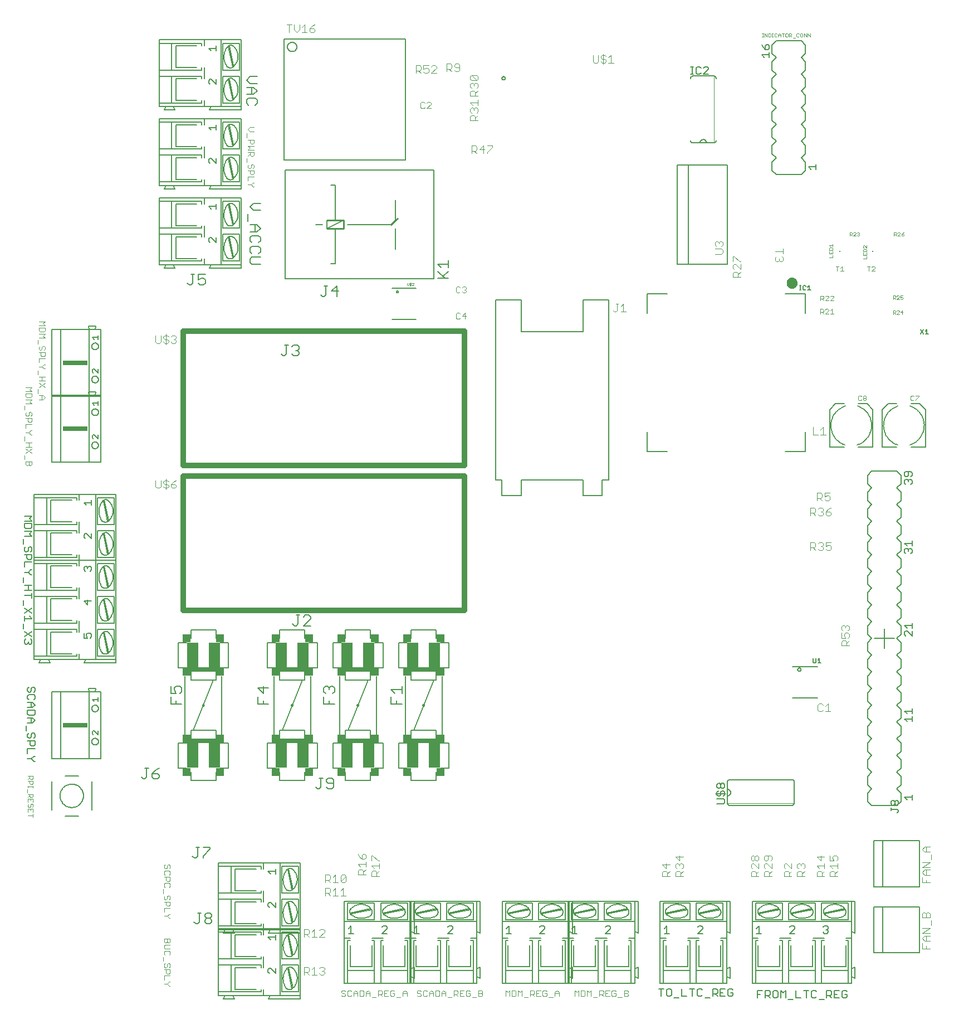
<source format=gto>
G75*
G70*
%OFA0B0*%
%FSLAX24Y24*%
%IPPOS*%
%LPD*%
%AMOC8*
5,1,8,0,0,1.08239X$1,22.5*
%
%ADD10C,0.0060*%
%ADD11C,0.0080*%
%ADD12C,0.0040*%
%ADD13C,0.0050*%
%ADD14C,0.0070*%
%ADD15C,0.0010*%
%ADD16C,0.0030*%
%ADD17C,0.0320*%
%ADD18R,0.0079X0.0079*%
%ADD19C,0.0020*%
%ADD20R,0.1500X0.0300*%
%ADD21R,0.0500X0.0500*%
%ADD22R,0.2000X0.0250*%
%ADD23R,0.0700X0.1500*%
%ADD24C,0.0100*%
D10*
X010810Y005306D02*
X010917Y005200D01*
X011023Y005200D01*
X011130Y005306D01*
X011130Y005840D01*
X011023Y005840D02*
X011237Y005840D01*
X011454Y005733D02*
X011454Y005627D01*
X011561Y005520D01*
X011775Y005520D01*
X011882Y005413D01*
X011882Y005306D01*
X011775Y005200D01*
X011561Y005200D01*
X011454Y005306D01*
X011454Y005413D01*
X011561Y005520D01*
X011775Y005520D02*
X011882Y005627D01*
X011882Y005733D01*
X011775Y005840D01*
X011561Y005840D01*
X011454Y005733D01*
X012267Y005063D02*
X012267Y006663D01*
X012267Y007033D01*
X012267Y008633D01*
X013017Y008633D01*
X013017Y007033D01*
X014817Y007033D01*
X014817Y007183D01*
X014967Y007183D02*
X014967Y006513D01*
X014817Y006513D02*
X014817Y006663D01*
X013017Y006663D01*
X013017Y005063D01*
X012267Y005063D01*
X012267Y004843D01*
X012667Y004843D01*
X013117Y004843D01*
X014967Y004843D01*
X014967Y005213D01*
X014817Y005213D02*
X014817Y005063D01*
X013017Y005063D01*
X013117Y004843D02*
X013217Y004643D01*
X012567Y004643D01*
X012667Y004843D01*
X013017Y004696D02*
X012267Y004696D01*
X012267Y003096D01*
X012267Y002726D01*
X012267Y001126D01*
X013017Y001126D01*
X013017Y002726D01*
X014817Y002726D01*
X014817Y002576D01*
X014967Y002576D02*
X014967Y003246D01*
X014817Y003246D02*
X014817Y003096D01*
X013017Y003096D01*
X013017Y004696D01*
X014817Y004696D01*
X014817Y004546D01*
X014967Y004546D02*
X014967Y004906D01*
X015967Y004906D01*
X017167Y004906D01*
X017167Y000906D01*
X017167Y000706D01*
X015267Y000706D01*
X015367Y000906D01*
X015967Y000906D01*
X015967Y004906D01*
X015967Y004843D02*
X015367Y004843D01*
X014967Y004843D01*
X014967Y004906D02*
X012267Y004906D01*
X012267Y004696D01*
X013267Y004546D02*
X014517Y004546D01*
X014517Y005213D02*
X013267Y005213D01*
X013267Y006513D01*
X014517Y006513D01*
X014517Y007183D02*
X013267Y007183D01*
X013267Y008483D01*
X014517Y008483D01*
X014817Y008483D02*
X014817Y008633D01*
X013017Y008633D01*
X012267Y008633D02*
X012267Y008843D01*
X014967Y008843D01*
X014967Y008483D01*
X014967Y008843D02*
X015967Y008843D01*
X017167Y008843D01*
X017167Y004843D01*
X017167Y004643D01*
X015267Y004643D01*
X015367Y004843D01*
X015967Y004843D02*
X015967Y008843D01*
X016067Y008633D02*
X017067Y008633D01*
X017067Y007033D01*
X016067Y007033D01*
X016067Y008633D01*
X016417Y008423D02*
X016667Y007223D01*
X016717Y007273D02*
X016467Y008473D01*
X016343Y008396D02*
X016360Y008422D01*
X016379Y008445D01*
X016402Y008465D01*
X016426Y008482D01*
X016453Y008496D01*
X016482Y008507D01*
X016511Y008513D01*
X016541Y008516D01*
X016572Y008515D01*
X016601Y008510D01*
X016630Y008501D01*
X016658Y008488D01*
X016683Y008472D01*
X016707Y008453D01*
X016357Y008413D02*
X016321Y008365D01*
X016288Y008314D01*
X016258Y008262D01*
X016232Y008208D01*
X016209Y008152D01*
X016189Y008095D01*
X016173Y008037D01*
X016161Y007978D01*
X016153Y007918D01*
X016148Y007858D01*
X016147Y007798D01*
X016150Y007738D01*
X016157Y007678D01*
X016167Y007618D01*
X016181Y007560D01*
X016199Y007502D01*
X016220Y007446D01*
X016245Y007391D01*
X016273Y007338D01*
X016304Y007286D01*
X016339Y007237D01*
X016325Y007255D02*
X016347Y007233D01*
X016370Y007214D01*
X016396Y007198D01*
X016423Y007185D01*
X016452Y007175D01*
X016481Y007168D01*
X016512Y007164D01*
X016542Y007164D01*
X016572Y007168D01*
X016602Y007175D01*
X016630Y007185D01*
X016658Y007198D01*
X016683Y007214D01*
X016707Y007233D01*
X017067Y006663D02*
X016067Y006663D01*
X016067Y005063D01*
X017067Y005063D01*
X017067Y006663D01*
X016467Y006503D02*
X016717Y005303D01*
X016667Y005253D02*
X016417Y006453D01*
X016343Y006426D02*
X016360Y006452D01*
X016379Y006475D01*
X016402Y006495D01*
X016426Y006512D01*
X016453Y006526D01*
X016482Y006537D01*
X016511Y006543D01*
X016541Y006546D01*
X016572Y006545D01*
X016601Y006540D01*
X016630Y006531D01*
X016658Y006518D01*
X016683Y006502D01*
X016707Y006483D01*
X016357Y006443D02*
X016321Y006395D01*
X016288Y006344D01*
X016258Y006292D01*
X016232Y006238D01*
X016209Y006182D01*
X016189Y006125D01*
X016173Y006067D01*
X016161Y006008D01*
X016153Y005948D01*
X016148Y005888D01*
X016147Y005828D01*
X016150Y005768D01*
X016157Y005708D01*
X016167Y005648D01*
X016181Y005590D01*
X016199Y005532D01*
X016220Y005476D01*
X016245Y005421D01*
X016273Y005368D01*
X016304Y005316D01*
X016339Y005267D01*
X016325Y005285D02*
X016347Y005263D01*
X016370Y005244D01*
X016396Y005228D01*
X016423Y005215D01*
X016452Y005205D01*
X016481Y005198D01*
X016512Y005194D01*
X016542Y005194D01*
X016572Y005198D01*
X016602Y005205D01*
X016630Y005215D01*
X016658Y005228D01*
X016683Y005244D01*
X016707Y005263D01*
X017167Y004843D02*
X015967Y004843D01*
X016067Y004696D02*
X017067Y004696D01*
X017067Y003096D01*
X016067Y003096D01*
X016067Y004696D01*
X016417Y004486D02*
X016667Y003286D01*
X016717Y003336D02*
X016467Y004536D01*
X016343Y004459D02*
X016360Y004485D01*
X016379Y004508D01*
X016402Y004528D01*
X016426Y004545D01*
X016453Y004559D01*
X016482Y004570D01*
X016511Y004576D01*
X016541Y004579D01*
X016572Y004578D01*
X016601Y004573D01*
X016630Y004564D01*
X016658Y004551D01*
X016683Y004535D01*
X016707Y004516D01*
X016357Y004476D02*
X016321Y004428D01*
X016288Y004377D01*
X016258Y004325D01*
X016232Y004271D01*
X016209Y004215D01*
X016189Y004158D01*
X016173Y004100D01*
X016161Y004041D01*
X016153Y003981D01*
X016148Y003921D01*
X016147Y003861D01*
X016150Y003801D01*
X016157Y003741D01*
X016167Y003681D01*
X016181Y003623D01*
X016199Y003565D01*
X016220Y003509D01*
X016245Y003454D01*
X016273Y003401D01*
X016304Y003349D01*
X016339Y003300D01*
X016325Y003318D02*
X016347Y003296D01*
X016370Y003277D01*
X016396Y003261D01*
X016423Y003248D01*
X016452Y003238D01*
X016481Y003231D01*
X016512Y003227D01*
X016542Y003227D01*
X016572Y003231D01*
X016602Y003238D01*
X016630Y003248D01*
X016658Y003261D01*
X016683Y003277D01*
X016707Y003296D01*
X017067Y002726D02*
X016067Y002726D01*
X016067Y001126D01*
X017067Y001126D01*
X017067Y002726D01*
X016467Y002566D02*
X016717Y001366D01*
X016667Y001316D02*
X016417Y002516D01*
X016343Y002489D02*
X016360Y002515D01*
X016379Y002538D01*
X016402Y002558D01*
X016426Y002575D01*
X016453Y002589D01*
X016482Y002600D01*
X016511Y002606D01*
X016541Y002609D01*
X016572Y002608D01*
X016601Y002603D01*
X016630Y002594D01*
X016658Y002581D01*
X016683Y002565D01*
X016707Y002546D01*
X016357Y002506D02*
X016321Y002458D01*
X016288Y002407D01*
X016258Y002355D01*
X016232Y002301D01*
X016209Y002245D01*
X016189Y002188D01*
X016173Y002130D01*
X016161Y002071D01*
X016153Y002011D01*
X016148Y001951D01*
X016147Y001891D01*
X016150Y001831D01*
X016157Y001771D01*
X016167Y001711D01*
X016181Y001653D01*
X016199Y001595D01*
X016220Y001539D01*
X016245Y001484D01*
X016273Y001431D01*
X016304Y001379D01*
X016339Y001330D01*
X016325Y001348D02*
X016347Y001326D01*
X016370Y001307D01*
X016396Y001291D01*
X016423Y001278D01*
X016452Y001268D01*
X016481Y001261D01*
X016512Y001257D01*
X016542Y001257D01*
X016572Y001261D01*
X016602Y001268D01*
X016630Y001278D01*
X016658Y001291D01*
X016683Y001307D01*
X016707Y001326D01*
X017167Y000906D02*
X015967Y000906D01*
X015367Y000906D02*
X014967Y000906D01*
X014967Y001276D01*
X014817Y001276D02*
X014817Y001126D01*
X013017Y001126D01*
X013117Y000906D02*
X014967Y000906D01*
X014517Y001276D02*
X013267Y001276D01*
X013267Y002576D01*
X014517Y002576D01*
X014517Y003246D02*
X013267Y003246D01*
X013267Y004546D01*
X013017Y003096D02*
X012267Y003096D01*
X012267Y002726D02*
X013017Y002726D01*
X012267Y001126D02*
X012267Y000906D01*
X012667Y000906D01*
X013117Y000906D01*
X013217Y000706D01*
X012567Y000706D01*
X012667Y000906D01*
X016709Y001324D02*
X016749Y001361D01*
X016786Y001401D01*
X016821Y001443D01*
X016852Y001487D01*
X016881Y001533D01*
X016906Y001581D01*
X016928Y001631D01*
X016947Y001682D01*
X016963Y001734D01*
X016974Y001788D01*
X016982Y001841D01*
X016987Y001896D01*
X016988Y001950D01*
X016985Y002004D01*
X016979Y002059D01*
X016969Y002112D01*
X016955Y002165D01*
X016938Y002216D01*
X016917Y002267D01*
X016894Y002316D01*
X016866Y002363D01*
X016836Y002408D01*
X016803Y002451D01*
X016767Y002492D01*
X016728Y002531D01*
X016687Y002566D01*
X016709Y003294D02*
X016749Y003331D01*
X016786Y003371D01*
X016821Y003413D01*
X016852Y003457D01*
X016881Y003503D01*
X016906Y003551D01*
X016929Y003601D01*
X016947Y003652D01*
X016963Y003704D01*
X016974Y003758D01*
X016982Y003811D01*
X016987Y003866D01*
X016988Y003920D01*
X016985Y003975D01*
X016979Y004029D01*
X016969Y004082D01*
X016955Y004135D01*
X016938Y004186D01*
X016917Y004237D01*
X016894Y004286D01*
X016866Y004333D01*
X016836Y004378D01*
X016803Y004422D01*
X016767Y004462D01*
X016728Y004501D01*
X016687Y004536D01*
X016709Y005261D02*
X016749Y005298D01*
X016786Y005338D01*
X016821Y005380D01*
X016852Y005424D01*
X016881Y005470D01*
X016906Y005518D01*
X016928Y005568D01*
X016947Y005619D01*
X016963Y005671D01*
X016974Y005725D01*
X016982Y005778D01*
X016987Y005833D01*
X016988Y005887D01*
X016985Y005941D01*
X016979Y005996D01*
X016969Y006049D01*
X016955Y006102D01*
X016938Y006153D01*
X016917Y006204D01*
X016894Y006253D01*
X016866Y006300D01*
X016836Y006345D01*
X016803Y006388D01*
X016767Y006429D01*
X016728Y006468D01*
X016687Y006503D01*
X016709Y007231D02*
X016749Y007268D01*
X016786Y007308D01*
X016821Y007350D01*
X016852Y007394D01*
X016881Y007440D01*
X016906Y007488D01*
X016929Y007538D01*
X016947Y007589D01*
X016963Y007641D01*
X016974Y007695D01*
X016982Y007748D01*
X016987Y007803D01*
X016988Y007857D01*
X016985Y007912D01*
X016979Y007966D01*
X016969Y008019D01*
X016955Y008072D01*
X016938Y008123D01*
X016917Y008174D01*
X016894Y008223D01*
X016866Y008270D01*
X016836Y008315D01*
X016803Y008359D01*
X016767Y008399D01*
X016728Y008438D01*
X016687Y008473D01*
X019804Y006537D02*
X019804Y005337D01*
X023804Y005337D01*
X023804Y004737D01*
X023804Y004337D01*
X023434Y004337D01*
X023434Y004187D02*
X023584Y004187D01*
X023584Y002387D01*
X023584Y001637D01*
X023804Y001637D01*
X023804Y002037D01*
X023804Y002487D01*
X023804Y004337D01*
X023741Y004337D02*
X024101Y004337D01*
X024101Y004187D02*
X023951Y004187D01*
X023951Y002387D01*
X023951Y001637D01*
X025551Y001637D01*
X025921Y001637D01*
X027521Y001637D01*
X027521Y002387D01*
X025921Y002387D01*
X025921Y004187D01*
X026071Y004187D01*
X026071Y004337D02*
X025401Y004337D01*
X025401Y004187D02*
X025551Y004187D01*
X025551Y002387D01*
X023951Y002387D01*
X023804Y002487D02*
X024004Y002587D01*
X024004Y001937D01*
X023804Y002037D01*
X023741Y001637D02*
X023741Y004337D01*
X023741Y005337D01*
X023741Y006537D01*
X027741Y006537D01*
X027941Y006537D01*
X027941Y004637D01*
X027741Y004737D01*
X027741Y005337D01*
X023741Y005337D01*
X023804Y005337D02*
X023804Y006537D01*
X024004Y006537D01*
X024004Y004637D01*
X023804Y004737D01*
X024101Y003887D02*
X024101Y002637D01*
X025401Y002637D01*
X025401Y003887D01*
X026071Y003887D02*
X026071Y002637D01*
X027371Y002637D01*
X027371Y003887D01*
X027371Y004187D02*
X027521Y004187D01*
X027521Y002387D01*
X027741Y002487D02*
X027741Y004337D01*
X027371Y004337D01*
X027741Y004337D02*
X027741Y004737D01*
X027741Y005337D02*
X027741Y006537D01*
X027521Y006437D02*
X027521Y005437D01*
X025921Y005437D01*
X025921Y006437D01*
X027521Y006437D01*
X027281Y006087D02*
X026081Y005837D01*
X026131Y005787D02*
X027331Y006037D01*
X027321Y006077D02*
X027340Y006053D01*
X027356Y006028D01*
X027369Y006000D01*
X027379Y005972D01*
X027386Y005942D01*
X027390Y005912D01*
X027390Y005882D01*
X027386Y005851D01*
X027379Y005822D01*
X027369Y005793D01*
X027356Y005766D01*
X027340Y005740D01*
X027321Y005717D01*
X027299Y005695D01*
X027323Y006079D02*
X027286Y006119D01*
X027246Y006156D01*
X027204Y006191D01*
X027160Y006222D01*
X027114Y006251D01*
X027066Y006276D01*
X027016Y006298D01*
X026965Y006317D01*
X026913Y006333D01*
X026859Y006344D01*
X026806Y006352D01*
X026751Y006357D01*
X026697Y006358D01*
X026643Y006355D01*
X026588Y006349D01*
X026535Y006339D01*
X026482Y006325D01*
X026431Y006308D01*
X026380Y006287D01*
X026331Y006264D01*
X026284Y006236D01*
X026239Y006206D01*
X026196Y006173D01*
X026155Y006137D01*
X026116Y006098D01*
X026081Y006057D01*
X026101Y006077D02*
X026082Y006053D01*
X026066Y006028D01*
X026053Y006000D01*
X026044Y005971D01*
X026039Y005942D01*
X026038Y005911D01*
X026041Y005881D01*
X026047Y005852D01*
X026058Y005823D01*
X026072Y005796D01*
X026089Y005772D01*
X026109Y005749D01*
X026132Y005730D01*
X026158Y005713D01*
X025551Y005437D02*
X025551Y006437D01*
X023951Y006437D01*
X023951Y005437D01*
X025551Y005437D01*
X025329Y005695D02*
X025351Y005717D01*
X025370Y005740D01*
X025386Y005766D01*
X025399Y005793D01*
X025409Y005822D01*
X025416Y005851D01*
X025420Y005882D01*
X025420Y005912D01*
X025416Y005942D01*
X025409Y005972D01*
X025399Y006000D01*
X025386Y006028D01*
X025370Y006053D01*
X025351Y006077D01*
X025361Y006037D02*
X024161Y005787D01*
X024111Y005837D02*
X025311Y006087D01*
X025347Y005709D02*
X025298Y005674D01*
X025246Y005643D01*
X025193Y005615D01*
X025138Y005590D01*
X025082Y005569D01*
X025024Y005551D01*
X024966Y005537D01*
X024906Y005527D01*
X024846Y005520D01*
X024786Y005517D01*
X024726Y005518D01*
X024666Y005523D01*
X024606Y005531D01*
X024547Y005543D01*
X024489Y005559D01*
X024432Y005579D01*
X024376Y005602D01*
X024322Y005628D01*
X024270Y005658D01*
X024219Y005691D01*
X024171Y005727D01*
X024188Y005713D02*
X024162Y005730D01*
X024139Y005749D01*
X024119Y005772D01*
X024102Y005796D01*
X024088Y005823D01*
X024077Y005852D01*
X024071Y005881D01*
X024068Y005911D01*
X024069Y005942D01*
X024074Y005971D01*
X024083Y006000D01*
X024096Y006028D01*
X024112Y006053D01*
X024131Y006077D01*
X023804Y006537D02*
X019804Y006537D01*
X020014Y006437D02*
X021614Y006437D01*
X021614Y005437D01*
X020014Y005437D01*
X020014Y006437D01*
X020174Y005837D02*
X021374Y006087D01*
X021424Y006037D02*
X020224Y005787D01*
X020251Y005713D02*
X020225Y005730D01*
X020202Y005749D01*
X020182Y005772D01*
X020165Y005796D01*
X020151Y005823D01*
X020140Y005852D01*
X020134Y005881D01*
X020131Y005911D01*
X020132Y005942D01*
X020137Y005971D01*
X020146Y006000D01*
X020159Y006028D01*
X020175Y006053D01*
X020194Y006077D01*
X020234Y005727D02*
X020282Y005691D01*
X020333Y005658D01*
X020385Y005628D01*
X020439Y005602D01*
X020495Y005579D01*
X020552Y005559D01*
X020610Y005543D01*
X020669Y005531D01*
X020729Y005523D01*
X020789Y005518D01*
X020849Y005517D01*
X020909Y005520D01*
X020969Y005527D01*
X021029Y005537D01*
X021087Y005551D01*
X021145Y005569D01*
X021201Y005590D01*
X021256Y005615D01*
X021309Y005643D01*
X021361Y005674D01*
X021410Y005709D01*
X021392Y005695D02*
X021414Y005717D01*
X021433Y005740D01*
X021449Y005766D01*
X021462Y005793D01*
X021472Y005822D01*
X021479Y005851D01*
X021483Y005882D01*
X021483Y005912D01*
X021479Y005942D01*
X021472Y005972D01*
X021462Y006000D01*
X021449Y006028D01*
X021433Y006053D01*
X021414Y006077D01*
X021984Y006437D02*
X021984Y005437D01*
X023584Y005437D01*
X023584Y006437D01*
X021984Y006437D01*
X022144Y005837D02*
X023344Y006087D01*
X023394Y006037D02*
X022194Y005787D01*
X022221Y005713D02*
X022195Y005730D01*
X022172Y005749D01*
X022152Y005772D01*
X022135Y005796D01*
X022121Y005823D01*
X022110Y005852D01*
X022104Y005881D01*
X022101Y005911D01*
X022102Y005942D01*
X022107Y005971D01*
X022116Y006000D01*
X022129Y006028D01*
X022145Y006053D01*
X022164Y006077D01*
X022204Y005727D02*
X022252Y005691D01*
X022303Y005658D01*
X022355Y005628D01*
X022409Y005602D01*
X022465Y005579D01*
X022522Y005559D01*
X022580Y005543D01*
X022639Y005531D01*
X022699Y005523D01*
X022759Y005518D01*
X022819Y005517D01*
X022879Y005520D01*
X022939Y005527D01*
X022999Y005537D01*
X023057Y005551D01*
X023115Y005569D01*
X023171Y005590D01*
X023226Y005615D01*
X023279Y005643D01*
X023331Y005674D01*
X023380Y005709D01*
X023362Y005695D02*
X023384Y005717D01*
X023403Y005740D01*
X023419Y005766D01*
X023432Y005793D01*
X023442Y005822D01*
X023449Y005851D01*
X023453Y005882D01*
X023453Y005912D01*
X023449Y005942D01*
X023442Y005972D01*
X023432Y006000D01*
X023419Y006028D01*
X023403Y006053D01*
X023384Y006077D01*
X023385Y006079D02*
X023348Y006119D01*
X023308Y006156D01*
X023266Y006191D01*
X023222Y006222D01*
X023176Y006251D01*
X023128Y006276D01*
X023078Y006298D01*
X023027Y006317D01*
X022975Y006333D01*
X022921Y006344D01*
X022868Y006352D01*
X022813Y006357D01*
X022759Y006358D01*
X022705Y006355D01*
X022650Y006349D01*
X022597Y006339D01*
X022544Y006325D01*
X022493Y006308D01*
X022442Y006287D01*
X022393Y006264D01*
X022346Y006236D01*
X022301Y006206D01*
X022258Y006173D01*
X022217Y006137D01*
X022178Y006098D01*
X022143Y006057D01*
X021416Y006079D02*
X021379Y006119D01*
X021339Y006156D01*
X021297Y006191D01*
X021253Y006222D01*
X021207Y006251D01*
X021159Y006276D01*
X021109Y006299D01*
X021058Y006317D01*
X021006Y006333D01*
X020952Y006344D01*
X020899Y006352D01*
X020844Y006357D01*
X020790Y006358D01*
X020735Y006355D01*
X020681Y006349D01*
X020628Y006339D01*
X020575Y006325D01*
X020524Y006308D01*
X020473Y006287D01*
X020424Y006264D01*
X020377Y006236D01*
X020332Y006206D01*
X020288Y006173D01*
X020248Y006137D01*
X020209Y006098D01*
X020174Y006057D01*
X019804Y005337D02*
X019804Y004337D01*
X020164Y004337D01*
X020164Y004187D02*
X020014Y004187D01*
X020014Y002387D01*
X020014Y001637D01*
X021614Y001637D01*
X021984Y001637D01*
X023584Y001637D01*
X023741Y001637D02*
X023951Y001637D01*
X023584Y002387D02*
X021984Y002387D01*
X021984Y004187D01*
X022134Y004187D01*
X022134Y004337D02*
X021464Y004337D01*
X021464Y004187D02*
X021614Y004187D01*
X021614Y002387D01*
X020014Y002387D01*
X020164Y002637D02*
X020164Y003887D01*
X019804Y004337D02*
X019804Y001637D01*
X020014Y001637D01*
X020164Y002637D02*
X021464Y002637D01*
X021464Y003887D01*
X022134Y003887D02*
X022134Y002637D01*
X023434Y002637D01*
X023434Y003887D01*
X021984Y002387D02*
X021984Y001637D01*
X021614Y001637D02*
X021614Y002387D01*
X024111Y006057D02*
X024146Y006098D01*
X024185Y006137D01*
X024225Y006173D01*
X024269Y006206D01*
X024314Y006236D01*
X024361Y006264D01*
X024410Y006287D01*
X024461Y006308D01*
X024512Y006325D01*
X024565Y006339D01*
X024618Y006349D01*
X024672Y006355D01*
X024727Y006358D01*
X024781Y006357D01*
X024836Y006352D01*
X024889Y006344D01*
X024943Y006333D01*
X024995Y006317D01*
X025046Y006299D01*
X025096Y006276D01*
X025144Y006251D01*
X025190Y006222D01*
X025234Y006191D01*
X025276Y006156D01*
X025316Y006119D01*
X025353Y006079D01*
X026141Y005727D02*
X026189Y005691D01*
X026240Y005658D01*
X026292Y005628D01*
X026346Y005602D01*
X026402Y005579D01*
X026459Y005559D01*
X026517Y005543D01*
X026576Y005531D01*
X026636Y005523D01*
X026696Y005518D01*
X026756Y005517D01*
X026816Y005520D01*
X026876Y005527D01*
X026936Y005537D01*
X026994Y005551D01*
X027052Y005569D01*
X027108Y005590D01*
X027163Y005615D01*
X027216Y005643D01*
X027268Y005674D01*
X027317Y005709D01*
X029252Y005337D02*
X029252Y004337D01*
X029612Y004337D01*
X029612Y004187D02*
X029462Y004187D01*
X029462Y002387D01*
X029462Y001637D01*
X031062Y001637D01*
X031432Y001637D01*
X033032Y001637D01*
X033032Y002387D01*
X031432Y002387D01*
X031432Y004187D01*
X031582Y004187D01*
X031582Y004337D02*
X030912Y004337D01*
X030912Y004187D02*
X031062Y004187D01*
X031062Y002387D01*
X029462Y002387D01*
X029612Y002637D02*
X029612Y003887D01*
X029252Y004337D02*
X029252Y001637D01*
X029462Y001637D01*
X029612Y002637D02*
X030912Y002637D01*
X030912Y003887D01*
X031582Y003887D02*
X031582Y002637D01*
X032882Y002637D01*
X032882Y003887D01*
X032882Y004187D02*
X033032Y004187D01*
X033032Y002387D01*
X033252Y002487D02*
X033252Y002037D01*
X033252Y001637D01*
X033032Y001637D01*
X033189Y001637D02*
X033189Y004337D01*
X033549Y004337D01*
X033549Y004187D02*
X033399Y004187D01*
X033399Y002387D01*
X033399Y001637D01*
X034999Y001637D01*
X035369Y001637D01*
X036969Y001637D01*
X036969Y002387D01*
X035369Y002387D01*
X035369Y004187D01*
X035519Y004187D01*
X035519Y004337D02*
X034849Y004337D01*
X034849Y004187D02*
X034999Y004187D01*
X034999Y002387D01*
X033399Y002387D01*
X033252Y002487D02*
X033252Y004337D01*
X032882Y004337D01*
X033189Y004337D02*
X033189Y005337D01*
X033189Y006537D01*
X037189Y006537D01*
X037389Y006537D01*
X037389Y004637D01*
X037189Y004737D01*
X037189Y005337D01*
X033189Y005337D01*
X033252Y005337D02*
X033252Y004737D01*
X033252Y004337D01*
X033452Y004637D02*
X033252Y004737D01*
X033452Y004637D02*
X033452Y006537D01*
X033252Y006537D01*
X029252Y006537D01*
X029252Y005337D01*
X033252Y005337D01*
X033252Y006537D01*
X033399Y006437D02*
X034999Y006437D01*
X034999Y005437D01*
X033399Y005437D01*
X033399Y006437D01*
X033032Y006437D02*
X033032Y005437D01*
X031432Y005437D01*
X031432Y006437D01*
X033032Y006437D01*
X032792Y006087D02*
X031592Y005837D01*
X031642Y005787D02*
X032842Y006037D01*
X032832Y006077D02*
X032851Y006053D01*
X032867Y006028D01*
X032880Y006000D01*
X032890Y005972D01*
X032897Y005942D01*
X032901Y005912D01*
X032901Y005882D01*
X032897Y005851D01*
X032890Y005822D01*
X032880Y005793D01*
X032867Y005766D01*
X032851Y005740D01*
X032832Y005717D01*
X032810Y005695D01*
X032834Y006079D02*
X032797Y006119D01*
X032757Y006156D01*
X032715Y006191D01*
X032671Y006222D01*
X032625Y006251D01*
X032577Y006276D01*
X032527Y006298D01*
X032476Y006317D01*
X032424Y006333D01*
X032370Y006344D01*
X032317Y006352D01*
X032262Y006357D01*
X032208Y006358D01*
X032154Y006355D01*
X032099Y006349D01*
X032046Y006339D01*
X031993Y006325D01*
X031942Y006308D01*
X031891Y006287D01*
X031842Y006264D01*
X031795Y006236D01*
X031750Y006206D01*
X031707Y006173D01*
X031666Y006137D01*
X031627Y006098D01*
X031592Y006057D01*
X031612Y006077D02*
X031593Y006053D01*
X031577Y006028D01*
X031564Y006000D01*
X031555Y005971D01*
X031550Y005942D01*
X031549Y005911D01*
X031552Y005881D01*
X031558Y005852D01*
X031569Y005823D01*
X031583Y005796D01*
X031600Y005772D01*
X031620Y005749D01*
X031643Y005730D01*
X031669Y005713D01*
X031062Y005437D02*
X031062Y006437D01*
X029462Y006437D01*
X029462Y005437D01*
X031062Y005437D01*
X030840Y005695D02*
X030862Y005717D01*
X030881Y005740D01*
X030897Y005766D01*
X030910Y005793D01*
X030920Y005822D01*
X030927Y005851D01*
X030931Y005882D01*
X030931Y005912D01*
X030927Y005942D01*
X030920Y005972D01*
X030910Y006000D01*
X030897Y006028D01*
X030881Y006053D01*
X030862Y006077D01*
X030822Y006087D02*
X029622Y005837D01*
X029672Y005787D02*
X030872Y006037D01*
X030858Y005709D02*
X030809Y005674D01*
X030757Y005643D01*
X030704Y005615D01*
X030649Y005590D01*
X030593Y005569D01*
X030535Y005551D01*
X030477Y005537D01*
X030417Y005527D01*
X030357Y005520D01*
X030297Y005517D01*
X030237Y005518D01*
X030177Y005523D01*
X030117Y005531D01*
X030058Y005543D01*
X030000Y005559D01*
X029943Y005579D01*
X029887Y005602D01*
X029833Y005628D01*
X029781Y005658D01*
X029730Y005691D01*
X029682Y005727D01*
X029699Y005713D02*
X029673Y005730D01*
X029650Y005749D01*
X029630Y005772D01*
X029613Y005796D01*
X029599Y005823D01*
X029588Y005852D01*
X029582Y005881D01*
X029579Y005911D01*
X029580Y005942D01*
X029585Y005971D01*
X029594Y006000D01*
X029607Y006028D01*
X029623Y006053D01*
X029642Y006077D01*
X029622Y006057D02*
X029657Y006098D01*
X029696Y006137D01*
X029736Y006173D01*
X029780Y006206D01*
X029825Y006236D01*
X029872Y006264D01*
X029921Y006287D01*
X029972Y006308D01*
X030023Y006325D01*
X030076Y006339D01*
X030129Y006349D01*
X030183Y006355D01*
X030238Y006358D01*
X030292Y006357D01*
X030347Y006352D01*
X030400Y006344D01*
X030454Y006333D01*
X030506Y006317D01*
X030557Y006299D01*
X030607Y006276D01*
X030655Y006251D01*
X030701Y006222D01*
X030745Y006191D01*
X030787Y006156D01*
X030827Y006119D01*
X030864Y006079D01*
X031652Y005727D02*
X031700Y005691D01*
X031751Y005658D01*
X031803Y005628D01*
X031857Y005602D01*
X031913Y005579D01*
X031970Y005559D01*
X032028Y005543D01*
X032087Y005531D01*
X032147Y005523D01*
X032207Y005518D01*
X032267Y005517D01*
X032327Y005520D01*
X032387Y005527D01*
X032447Y005537D01*
X032505Y005551D01*
X032563Y005569D01*
X032619Y005590D01*
X032674Y005615D01*
X032727Y005643D01*
X032779Y005674D01*
X032828Y005709D01*
X033559Y005837D02*
X034759Y006087D01*
X034809Y006037D02*
X033609Y005787D01*
X033636Y005713D02*
X033610Y005730D01*
X033587Y005749D01*
X033567Y005772D01*
X033550Y005796D01*
X033536Y005823D01*
X033525Y005852D01*
X033519Y005881D01*
X033516Y005911D01*
X033517Y005942D01*
X033522Y005971D01*
X033531Y006000D01*
X033544Y006028D01*
X033560Y006053D01*
X033579Y006077D01*
X033559Y006057D02*
X033594Y006098D01*
X033633Y006137D01*
X033673Y006173D01*
X033717Y006206D01*
X033762Y006236D01*
X033809Y006264D01*
X033858Y006287D01*
X033909Y006308D01*
X033960Y006325D01*
X034013Y006339D01*
X034066Y006349D01*
X034120Y006355D01*
X034175Y006358D01*
X034229Y006357D01*
X034284Y006352D01*
X034337Y006344D01*
X034391Y006333D01*
X034443Y006317D01*
X034494Y006299D01*
X034544Y006276D01*
X034592Y006251D01*
X034638Y006222D01*
X034682Y006191D01*
X034724Y006156D01*
X034764Y006119D01*
X034801Y006079D01*
X034799Y006077D02*
X034818Y006053D01*
X034834Y006028D01*
X034847Y006000D01*
X034857Y005972D01*
X034864Y005942D01*
X034868Y005912D01*
X034868Y005882D01*
X034864Y005851D01*
X034857Y005822D01*
X034847Y005793D01*
X034834Y005766D01*
X034818Y005740D01*
X034799Y005717D01*
X034777Y005695D01*
X035369Y005437D02*
X035369Y006437D01*
X036969Y006437D01*
X036969Y005437D01*
X035369Y005437D01*
X035579Y005787D02*
X036779Y006037D01*
X036729Y006087D02*
X035529Y005837D01*
X035606Y005713D02*
X035580Y005730D01*
X035557Y005749D01*
X035537Y005772D01*
X035520Y005796D01*
X035506Y005823D01*
X035495Y005852D01*
X035489Y005881D01*
X035486Y005911D01*
X035487Y005942D01*
X035492Y005971D01*
X035501Y006000D01*
X035514Y006028D01*
X035530Y006053D01*
X035549Y006077D01*
X035589Y005727D02*
X035637Y005691D01*
X035688Y005658D01*
X035740Y005628D01*
X035794Y005602D01*
X035850Y005579D01*
X035907Y005559D01*
X035965Y005543D01*
X036024Y005531D01*
X036084Y005523D01*
X036144Y005518D01*
X036204Y005517D01*
X036264Y005520D01*
X036324Y005527D01*
X036384Y005537D01*
X036442Y005551D01*
X036500Y005569D01*
X036556Y005590D01*
X036611Y005615D01*
X036664Y005643D01*
X036716Y005674D01*
X036765Y005709D01*
X036747Y005695D02*
X036769Y005717D01*
X036788Y005740D01*
X036804Y005766D01*
X036817Y005793D01*
X036827Y005822D01*
X036834Y005851D01*
X036838Y005882D01*
X036838Y005912D01*
X036834Y005942D01*
X036827Y005972D01*
X036817Y006000D01*
X036804Y006028D01*
X036788Y006053D01*
X036769Y006077D01*
X037189Y006537D02*
X037189Y005337D01*
X037189Y004737D02*
X037189Y004337D01*
X036819Y004337D01*
X036819Y004187D02*
X036969Y004187D01*
X036969Y002387D01*
X037189Y002487D02*
X037189Y002037D01*
X037189Y001637D01*
X036969Y001637D01*
X037189Y002037D02*
X037389Y001937D01*
X037389Y002587D01*
X037189Y002487D01*
X037189Y004337D01*
X036819Y003887D02*
X036819Y002637D01*
X035519Y002637D01*
X035519Y003887D01*
X034849Y003887D02*
X034849Y002637D01*
X033549Y002637D01*
X033549Y003887D01*
X033452Y002587D02*
X033452Y001937D01*
X033252Y002037D01*
X033189Y001637D02*
X033399Y001637D01*
X033252Y002487D02*
X033452Y002587D01*
X034999Y002387D02*
X034999Y001637D01*
X035369Y001637D02*
X035369Y002387D01*
X035529Y006057D02*
X035564Y006098D01*
X035603Y006137D01*
X035644Y006173D01*
X035687Y006206D01*
X035732Y006236D01*
X035779Y006264D01*
X035828Y006287D01*
X035879Y006308D01*
X035930Y006325D01*
X035983Y006339D01*
X036036Y006349D01*
X036091Y006355D01*
X036145Y006358D01*
X036199Y006357D01*
X036254Y006352D01*
X036307Y006344D01*
X036361Y006333D01*
X036413Y006317D01*
X036464Y006298D01*
X036514Y006276D01*
X036562Y006251D01*
X036608Y006222D01*
X036652Y006191D01*
X036694Y006156D01*
X036734Y006119D01*
X036771Y006079D01*
X038701Y006537D02*
X038701Y005337D01*
X042701Y005337D01*
X042701Y004737D01*
X042701Y004337D01*
X042331Y004337D01*
X042331Y004187D02*
X042481Y004187D01*
X042481Y002387D01*
X042481Y001637D01*
X042701Y001637D01*
X042701Y002037D01*
X042701Y002487D01*
X042701Y004337D01*
X042901Y004637D02*
X042701Y004737D01*
X042901Y004637D02*
X042901Y006537D01*
X042701Y006537D01*
X038701Y006537D01*
X038911Y006437D02*
X040511Y006437D01*
X040511Y005437D01*
X038911Y005437D01*
X038911Y006437D01*
X039071Y005837D02*
X040271Y006087D01*
X040321Y006037D02*
X039121Y005787D01*
X039148Y005713D02*
X039122Y005730D01*
X039099Y005749D01*
X039079Y005772D01*
X039062Y005796D01*
X039048Y005823D01*
X039037Y005852D01*
X039031Y005881D01*
X039028Y005911D01*
X039029Y005942D01*
X039034Y005971D01*
X039043Y006000D01*
X039056Y006028D01*
X039072Y006053D01*
X039091Y006077D01*
X039131Y005727D02*
X039179Y005691D01*
X039230Y005658D01*
X039282Y005628D01*
X039336Y005602D01*
X039392Y005579D01*
X039449Y005559D01*
X039507Y005543D01*
X039566Y005531D01*
X039626Y005523D01*
X039686Y005518D01*
X039746Y005517D01*
X039806Y005520D01*
X039866Y005527D01*
X039926Y005537D01*
X039984Y005551D01*
X040042Y005569D01*
X040098Y005590D01*
X040153Y005615D01*
X040206Y005643D01*
X040258Y005674D01*
X040307Y005709D01*
X040289Y005695D02*
X040311Y005717D01*
X040330Y005740D01*
X040346Y005766D01*
X040359Y005793D01*
X040369Y005822D01*
X040376Y005851D01*
X040380Y005882D01*
X040380Y005912D01*
X040376Y005942D01*
X040369Y005972D01*
X040359Y006000D01*
X040346Y006028D01*
X040330Y006053D01*
X040311Y006077D01*
X040881Y006437D02*
X040881Y005437D01*
X042481Y005437D01*
X042481Y006437D01*
X040881Y006437D01*
X041041Y005837D02*
X042241Y006087D01*
X042291Y006037D02*
X041091Y005787D01*
X041118Y005713D02*
X041092Y005730D01*
X041069Y005749D01*
X041049Y005772D01*
X041032Y005796D01*
X041018Y005823D01*
X041007Y005852D01*
X041001Y005881D01*
X040998Y005911D01*
X040999Y005942D01*
X041004Y005971D01*
X041013Y006000D01*
X041026Y006028D01*
X041042Y006053D01*
X041061Y006077D01*
X041101Y005727D02*
X041149Y005691D01*
X041200Y005658D01*
X041252Y005628D01*
X041306Y005602D01*
X041362Y005579D01*
X041419Y005559D01*
X041477Y005543D01*
X041536Y005531D01*
X041596Y005523D01*
X041656Y005518D01*
X041716Y005517D01*
X041776Y005520D01*
X041836Y005527D01*
X041896Y005537D01*
X041954Y005551D01*
X042012Y005569D01*
X042068Y005590D01*
X042123Y005615D01*
X042176Y005643D01*
X042228Y005674D01*
X042277Y005709D01*
X042259Y005695D02*
X042281Y005717D01*
X042300Y005740D01*
X042316Y005766D01*
X042329Y005793D01*
X042339Y005822D01*
X042346Y005851D01*
X042350Y005882D01*
X042350Y005912D01*
X042346Y005942D01*
X042339Y005972D01*
X042329Y006000D01*
X042316Y006028D01*
X042300Y006053D01*
X042281Y006077D01*
X042701Y006537D02*
X042701Y005337D01*
X042283Y006079D02*
X042246Y006119D01*
X042206Y006156D01*
X042164Y006191D01*
X042120Y006222D01*
X042074Y006251D01*
X042026Y006276D01*
X041976Y006298D01*
X041925Y006317D01*
X041873Y006333D01*
X041819Y006344D01*
X041766Y006352D01*
X041711Y006357D01*
X041657Y006358D01*
X041603Y006355D01*
X041548Y006349D01*
X041495Y006339D01*
X041442Y006325D01*
X041391Y006308D01*
X041340Y006287D01*
X041291Y006264D01*
X041244Y006236D01*
X041199Y006206D01*
X041156Y006173D01*
X041115Y006137D01*
X041076Y006098D01*
X041041Y006057D01*
X040313Y006079D02*
X040276Y006119D01*
X040236Y006156D01*
X040194Y006191D01*
X040150Y006222D01*
X040104Y006251D01*
X040056Y006276D01*
X040006Y006299D01*
X039955Y006317D01*
X039903Y006333D01*
X039849Y006344D01*
X039796Y006352D01*
X039741Y006357D01*
X039687Y006358D01*
X039632Y006355D01*
X039578Y006349D01*
X039525Y006339D01*
X039472Y006325D01*
X039421Y006308D01*
X039370Y006287D01*
X039321Y006264D01*
X039274Y006236D01*
X039229Y006206D01*
X039185Y006173D01*
X039145Y006137D01*
X039106Y006098D01*
X039071Y006057D01*
X038701Y005337D02*
X038701Y004337D01*
X039061Y004337D01*
X039061Y004187D02*
X038911Y004187D01*
X038911Y002387D01*
X038911Y001637D01*
X040511Y001637D01*
X040881Y001637D01*
X042481Y001637D01*
X042701Y002037D02*
X042901Y001937D01*
X042901Y002587D01*
X042701Y002487D01*
X042481Y002387D02*
X040881Y002387D01*
X040881Y004187D01*
X041031Y004187D01*
X041031Y004337D02*
X040361Y004337D01*
X040361Y004187D02*
X040511Y004187D01*
X040511Y002387D01*
X038911Y002387D01*
X039061Y002637D02*
X039061Y003887D01*
X038701Y004337D02*
X038701Y001637D01*
X038911Y001637D01*
X039061Y002637D02*
X040361Y002637D01*
X040361Y003887D01*
X041031Y003887D02*
X041031Y002637D01*
X042331Y002637D01*
X042331Y003887D01*
X044227Y004337D02*
X044577Y004337D01*
X044577Y004187D02*
X044427Y004187D01*
X044427Y002387D01*
X044427Y001637D01*
X046027Y001637D01*
X046397Y001637D01*
X047997Y001637D01*
X047997Y002387D01*
X046397Y002387D01*
X046397Y004187D01*
X046547Y004187D01*
X046547Y004337D02*
X045877Y004337D01*
X045877Y004187D02*
X046027Y004187D01*
X046027Y002387D01*
X044427Y002387D01*
X044577Y002637D02*
X044577Y003887D01*
X044227Y004337D02*
X044227Y005337D01*
X044227Y006537D01*
X050167Y006537D01*
X050367Y006537D01*
X050367Y004637D01*
X050167Y004737D01*
X050167Y005337D01*
X044227Y005337D01*
X044427Y005437D02*
X044427Y006437D01*
X046027Y006437D01*
X046027Y005437D01*
X044427Y005437D01*
X044647Y005787D02*
X045847Y006037D01*
X045797Y006087D02*
X044597Y005837D01*
X044674Y005713D02*
X044648Y005730D01*
X044625Y005749D01*
X044605Y005772D01*
X044588Y005796D01*
X044574Y005823D01*
X044563Y005852D01*
X044557Y005881D01*
X044554Y005911D01*
X044555Y005942D01*
X044560Y005971D01*
X044569Y006000D01*
X044582Y006028D01*
X044598Y006053D01*
X044617Y006077D01*
X044597Y006057D02*
X044632Y006098D01*
X044671Y006137D01*
X044711Y006173D01*
X044755Y006206D01*
X044800Y006236D01*
X044847Y006264D01*
X044896Y006287D01*
X044947Y006308D01*
X044998Y006325D01*
X045051Y006339D01*
X045104Y006349D01*
X045158Y006355D01*
X045213Y006358D01*
X045267Y006357D01*
X045322Y006352D01*
X045375Y006344D01*
X045429Y006333D01*
X045481Y006317D01*
X045532Y006299D01*
X045582Y006276D01*
X045630Y006251D01*
X045676Y006222D01*
X045720Y006191D01*
X045762Y006156D01*
X045802Y006119D01*
X045839Y006079D01*
X045837Y006077D02*
X045856Y006053D01*
X045872Y006028D01*
X045885Y006000D01*
X045895Y005972D01*
X045902Y005942D01*
X045906Y005912D01*
X045906Y005882D01*
X045902Y005851D01*
X045895Y005822D01*
X045885Y005793D01*
X045872Y005766D01*
X045856Y005740D01*
X045837Y005717D01*
X045815Y005695D01*
X046397Y005437D02*
X046397Y006437D01*
X047997Y006437D01*
X047997Y005437D01*
X046397Y005437D01*
X046607Y005787D02*
X047807Y006037D01*
X047757Y006087D02*
X046557Y005837D01*
X046634Y005713D02*
X046608Y005730D01*
X046585Y005749D01*
X046565Y005772D01*
X046548Y005796D01*
X046534Y005823D01*
X046523Y005852D01*
X046517Y005881D01*
X046514Y005911D01*
X046515Y005942D01*
X046520Y005971D01*
X046529Y006000D01*
X046542Y006028D01*
X046558Y006053D01*
X046577Y006077D01*
X046617Y005727D02*
X046665Y005691D01*
X046716Y005658D01*
X046768Y005628D01*
X046822Y005602D01*
X046878Y005579D01*
X046935Y005559D01*
X046993Y005543D01*
X047052Y005531D01*
X047112Y005523D01*
X047172Y005518D01*
X047232Y005517D01*
X047292Y005520D01*
X047352Y005527D01*
X047412Y005537D01*
X047470Y005551D01*
X047528Y005569D01*
X047584Y005590D01*
X047639Y005615D01*
X047692Y005643D01*
X047744Y005674D01*
X047793Y005709D01*
X047775Y005695D02*
X047797Y005717D01*
X047816Y005740D01*
X047832Y005766D01*
X047845Y005793D01*
X047855Y005822D01*
X047862Y005851D01*
X047866Y005882D01*
X047866Y005912D01*
X047862Y005942D01*
X047855Y005972D01*
X047845Y006000D01*
X047832Y006028D01*
X047816Y006053D01*
X047797Y006077D01*
X048367Y006437D02*
X048367Y005437D01*
X049967Y005437D01*
X049967Y006437D01*
X048367Y006437D01*
X048527Y005837D02*
X049727Y006087D01*
X049777Y006037D02*
X048577Y005787D01*
X048604Y005713D02*
X048578Y005730D01*
X048555Y005749D01*
X048535Y005772D01*
X048518Y005796D01*
X048504Y005823D01*
X048493Y005852D01*
X048487Y005881D01*
X048484Y005911D01*
X048485Y005942D01*
X048490Y005971D01*
X048499Y006000D01*
X048512Y006028D01*
X048528Y006053D01*
X048547Y006077D01*
X048587Y005727D02*
X048635Y005691D01*
X048686Y005658D01*
X048738Y005628D01*
X048792Y005602D01*
X048848Y005579D01*
X048905Y005559D01*
X048963Y005543D01*
X049022Y005531D01*
X049082Y005523D01*
X049142Y005518D01*
X049202Y005517D01*
X049262Y005520D01*
X049322Y005527D01*
X049382Y005537D01*
X049440Y005551D01*
X049498Y005569D01*
X049554Y005590D01*
X049609Y005615D01*
X049662Y005643D01*
X049714Y005674D01*
X049763Y005709D01*
X049745Y005695D02*
X049767Y005717D01*
X049786Y005740D01*
X049802Y005766D01*
X049815Y005793D01*
X049825Y005822D01*
X049832Y005851D01*
X049836Y005882D01*
X049836Y005912D01*
X049832Y005942D01*
X049825Y005972D01*
X049815Y006000D01*
X049802Y006028D01*
X049786Y006053D01*
X049767Y006077D01*
X050167Y006537D02*
X050167Y005337D01*
X050167Y004737D02*
X050167Y004337D01*
X049817Y004337D01*
X049817Y004187D02*
X049967Y004187D01*
X049967Y002387D01*
X048367Y002387D01*
X048367Y004187D01*
X048527Y004187D01*
X048517Y004337D02*
X047857Y004337D01*
X047847Y004187D02*
X047997Y004187D01*
X047997Y002387D01*
X047847Y002637D02*
X046547Y002637D01*
X046547Y003887D01*
X045877Y003887D02*
X045877Y002637D01*
X044577Y002637D01*
X044427Y001637D02*
X044227Y001637D01*
X044227Y004337D01*
X044657Y005727D02*
X044705Y005691D01*
X044756Y005658D01*
X044808Y005628D01*
X044862Y005602D01*
X044918Y005579D01*
X044975Y005559D01*
X045033Y005543D01*
X045092Y005531D01*
X045152Y005523D01*
X045212Y005518D01*
X045272Y005517D01*
X045332Y005520D01*
X045392Y005527D01*
X045452Y005537D01*
X045510Y005551D01*
X045568Y005569D01*
X045624Y005590D01*
X045679Y005615D01*
X045732Y005643D01*
X045784Y005674D01*
X045833Y005709D01*
X046557Y006057D02*
X046592Y006098D01*
X046631Y006137D01*
X046671Y006173D01*
X046715Y006206D01*
X046760Y006236D01*
X046807Y006264D01*
X046856Y006287D01*
X046907Y006308D01*
X046958Y006325D01*
X047011Y006339D01*
X047064Y006349D01*
X047118Y006355D01*
X047173Y006358D01*
X047227Y006357D01*
X047282Y006352D01*
X047335Y006344D01*
X047389Y006333D01*
X047441Y006317D01*
X047492Y006299D01*
X047542Y006276D01*
X047590Y006251D01*
X047636Y006222D01*
X047680Y006191D01*
X047722Y006156D01*
X047762Y006119D01*
X047799Y006079D01*
X048527Y006057D02*
X048562Y006098D01*
X048601Y006137D01*
X048642Y006173D01*
X048685Y006206D01*
X048730Y006236D01*
X048777Y006264D01*
X048826Y006287D01*
X048877Y006308D01*
X048928Y006325D01*
X048981Y006339D01*
X049034Y006349D01*
X049089Y006355D01*
X049143Y006358D01*
X049197Y006357D01*
X049252Y006352D01*
X049305Y006344D01*
X049359Y006333D01*
X049411Y006317D01*
X049462Y006298D01*
X049512Y006276D01*
X049560Y006251D01*
X049606Y006222D01*
X049650Y006191D01*
X049692Y006156D01*
X049732Y006119D01*
X049769Y006079D01*
X050167Y004337D02*
X050167Y002487D01*
X050167Y002037D01*
X050167Y001637D01*
X049967Y001637D01*
X048367Y001637D01*
X048367Y002387D01*
X048517Y002637D02*
X048517Y003887D01*
X047847Y003887D02*
X047847Y002637D01*
X048517Y002637D02*
X049817Y002637D01*
X049817Y003887D01*
X050367Y002587D02*
X050367Y001937D01*
X050167Y002037D01*
X049967Y002387D02*
X049967Y001637D01*
X050167Y002487D02*
X050367Y002587D01*
X048367Y001637D02*
X047997Y001637D01*
X046397Y001637D02*
X046397Y002387D01*
X046027Y002387D02*
X046027Y001637D01*
X040881Y001637D02*
X040881Y002387D01*
X040511Y002387D02*
X040511Y001637D01*
X034795Y005709D02*
X034746Y005674D01*
X034694Y005643D01*
X034641Y005615D01*
X034586Y005590D01*
X034530Y005569D01*
X034472Y005551D01*
X034414Y005537D01*
X034354Y005527D01*
X034294Y005520D01*
X034234Y005517D01*
X034174Y005518D01*
X034114Y005523D01*
X034054Y005531D01*
X033995Y005543D01*
X033937Y005559D01*
X033880Y005579D01*
X033824Y005602D01*
X033770Y005628D01*
X033718Y005658D01*
X033667Y005691D01*
X033619Y005727D01*
X031432Y002387D02*
X031432Y001637D01*
X031062Y001637D02*
X031062Y002387D01*
X027941Y002587D02*
X027941Y001937D01*
X027741Y002037D01*
X027741Y002487D01*
X027941Y002587D01*
X027741Y002037D02*
X027741Y001637D01*
X027521Y001637D01*
X025921Y001637D02*
X025921Y002387D01*
X025551Y002387D02*
X025551Y001637D01*
X019058Y013271D02*
X019165Y013377D01*
X019165Y013804D01*
X019058Y013911D01*
X018845Y013911D01*
X018738Y013804D01*
X018738Y013698D01*
X018845Y013591D01*
X019165Y013591D01*
X019058Y013271D02*
X018845Y013271D01*
X018738Y013377D01*
X018414Y013377D02*
X018414Y013911D01*
X018520Y013911D02*
X018307Y013911D01*
X018414Y013377D02*
X018307Y013271D01*
X018200Y013271D01*
X018093Y013377D01*
X017435Y013760D02*
X017435Y014260D01*
X017685Y014510D02*
X018185Y014510D01*
X018185Y016010D01*
X017685Y016010D01*
X017435Y016260D02*
X017435Y016760D01*
X016085Y016760D01*
X017285Y019760D01*
X015935Y019760D01*
X015935Y020260D01*
X015685Y020510D02*
X015185Y020510D01*
X015185Y022010D01*
X015685Y022010D01*
X015935Y022260D02*
X015935Y022760D01*
X017435Y022760D01*
X017435Y022260D01*
X017685Y022010D02*
X018185Y022010D01*
X018185Y020510D01*
X017685Y020510D01*
X017435Y020260D02*
X017435Y019760D01*
X017285Y019760D01*
X017785Y020010D02*
X017785Y016510D01*
X019122Y016010D02*
X019622Y016010D01*
X019872Y016260D02*
X019872Y016760D01*
X020022Y016760D01*
X021372Y016760D01*
X021372Y016260D01*
X021622Y016010D02*
X022122Y016010D01*
X022122Y014510D01*
X021622Y014510D01*
X021372Y014260D02*
X021372Y013760D01*
X019872Y013760D01*
X019872Y014260D01*
X019622Y014510D02*
X019122Y014510D01*
X019122Y016010D01*
X019522Y016510D02*
X019522Y020010D01*
X019872Y020260D02*
X019872Y019760D01*
X021222Y019760D01*
X020022Y016760D01*
X020572Y018260D02*
X020574Y018273D01*
X020579Y018286D01*
X020588Y018297D01*
X020599Y018304D01*
X020612Y018309D01*
X020625Y018310D01*
X020639Y018307D01*
X020651Y018301D01*
X020661Y018292D01*
X020668Y018280D01*
X020672Y018267D01*
X020672Y018253D01*
X020668Y018240D01*
X020661Y018228D01*
X020651Y018219D01*
X020639Y018213D01*
X020625Y018210D01*
X020612Y018211D01*
X020599Y018216D01*
X020588Y018223D01*
X020579Y018234D01*
X020574Y018247D01*
X020572Y018260D01*
X019220Y018328D02*
X018580Y018328D01*
X018580Y018755D01*
X018687Y018972D02*
X018580Y019079D01*
X018580Y019292D01*
X018687Y019399D01*
X018793Y019399D01*
X018900Y019292D01*
X019007Y019399D01*
X019114Y019399D01*
X019220Y019292D01*
X019220Y019079D01*
X019114Y018972D01*
X018900Y019186D02*
X018900Y019292D01*
X018900Y018541D02*
X018900Y018328D01*
X019122Y020510D02*
X019122Y022010D01*
X019622Y022010D01*
X019872Y022260D02*
X019872Y022760D01*
X021372Y022760D01*
X021372Y022260D01*
X021622Y022010D02*
X022122Y022010D01*
X022122Y020510D01*
X021622Y020510D01*
X021372Y020260D02*
X021372Y019760D01*
X021222Y019760D01*
X021722Y020010D02*
X021722Y016510D01*
X023059Y016010D02*
X023559Y016010D01*
X023809Y016260D02*
X023809Y016760D01*
X023959Y016760D01*
X025309Y016760D01*
X025309Y016260D01*
X025559Y016010D02*
X026059Y016010D01*
X026059Y014510D01*
X025559Y014510D01*
X025309Y014260D02*
X025309Y013760D01*
X023809Y013760D01*
X023809Y014260D01*
X023559Y014510D02*
X023059Y014510D01*
X023059Y016010D01*
X023459Y016510D02*
X023459Y020010D01*
X023809Y020260D02*
X023809Y019760D01*
X025159Y019760D01*
X023959Y016760D01*
X024509Y018260D02*
X024511Y018273D01*
X024516Y018286D01*
X024525Y018297D01*
X024536Y018304D01*
X024549Y018309D01*
X024562Y018310D01*
X024576Y018307D01*
X024588Y018301D01*
X024598Y018292D01*
X024605Y018280D01*
X024609Y018267D01*
X024609Y018253D01*
X024605Y018240D01*
X024598Y018228D01*
X024588Y018219D01*
X024576Y018213D01*
X024562Y018210D01*
X024549Y018211D01*
X024536Y018216D01*
X024525Y018223D01*
X024516Y018234D01*
X024511Y018247D01*
X024509Y018260D01*
X023256Y018328D02*
X022615Y018328D01*
X022615Y018755D01*
X022829Y018972D02*
X022615Y019186D01*
X023256Y019186D01*
X023256Y019399D02*
X023256Y018972D01*
X022936Y018541D02*
X022936Y018328D01*
X023059Y020510D02*
X023059Y022010D01*
X023559Y022010D01*
X023809Y022260D02*
X023809Y022760D01*
X025309Y022760D01*
X025309Y022260D01*
X025559Y022010D02*
X026059Y022010D01*
X026059Y020510D01*
X025559Y020510D01*
X025309Y020260D02*
X025309Y019760D01*
X025159Y019760D01*
X025659Y020010D02*
X025659Y016510D01*
X023559Y020510D02*
X023059Y020510D01*
X019622Y020510D02*
X019122Y020510D01*
X017787Y023015D02*
X017360Y023015D01*
X017787Y023442D01*
X017787Y023548D01*
X017680Y023655D01*
X017467Y023655D01*
X017360Y023548D01*
X017142Y023655D02*
X016929Y023655D01*
X017036Y023655D02*
X017036Y023121D01*
X016929Y023015D01*
X016822Y023015D01*
X016715Y023121D01*
X015585Y020010D02*
X015585Y016510D01*
X015935Y016260D02*
X015935Y016760D01*
X016085Y016760D01*
X015685Y016010D02*
X015185Y016010D01*
X015185Y014510D01*
X015685Y014510D01*
X015935Y014260D02*
X015935Y013760D01*
X017435Y013760D01*
X016635Y018260D02*
X016637Y018273D01*
X016642Y018286D01*
X016651Y018297D01*
X016662Y018304D01*
X016675Y018309D01*
X016688Y018310D01*
X016702Y018307D01*
X016714Y018301D01*
X016724Y018292D01*
X016731Y018280D01*
X016735Y018267D01*
X016735Y018253D01*
X016731Y018240D01*
X016724Y018228D01*
X016714Y018219D01*
X016702Y018213D01*
X016688Y018210D01*
X016675Y018211D01*
X016662Y018216D01*
X016651Y018223D01*
X016642Y018234D01*
X016637Y018247D01*
X016635Y018260D01*
X015283Y018328D02*
X014643Y018328D01*
X014643Y018755D01*
X014963Y018541D02*
X014963Y018328D01*
X014963Y018972D02*
X014963Y019399D01*
X014643Y019292D02*
X014963Y018972D01*
X015283Y019292D02*
X014643Y019292D01*
X012870Y020510D02*
X012870Y022010D01*
X012370Y022010D01*
X012120Y022260D02*
X012120Y022760D01*
X010620Y022760D01*
X010620Y022260D01*
X010370Y022010D02*
X009870Y022010D01*
X009870Y020510D01*
X010370Y020510D01*
X010620Y020260D02*
X010620Y019760D01*
X011970Y019760D01*
X010770Y016760D01*
X012120Y016760D01*
X012120Y016260D01*
X012370Y016010D02*
X012870Y016010D01*
X012870Y014510D01*
X012370Y014510D01*
X012120Y014260D02*
X012120Y013760D01*
X010620Y013760D01*
X010620Y014260D01*
X010370Y014510D02*
X009870Y014510D01*
X009870Y016010D01*
X010370Y016010D01*
X010620Y016260D02*
X010620Y016760D01*
X010770Y016760D01*
X010270Y016510D02*
X010270Y020010D01*
X009960Y019399D02*
X009747Y019399D01*
X009640Y019292D01*
X009640Y019186D01*
X009747Y018972D01*
X009426Y018972D01*
X009426Y019399D01*
X009960Y019399D02*
X010067Y019292D01*
X010067Y019079D01*
X009960Y018972D01*
X009747Y018541D02*
X009747Y018328D01*
X010067Y018328D02*
X009426Y018328D01*
X009426Y018755D01*
X011320Y018260D02*
X011322Y018273D01*
X011327Y018286D01*
X011336Y018297D01*
X011347Y018304D01*
X011360Y018309D01*
X011373Y018310D01*
X011387Y018307D01*
X011399Y018301D01*
X011409Y018292D01*
X011416Y018280D01*
X011420Y018267D01*
X011420Y018253D01*
X011416Y018240D01*
X011409Y018228D01*
X011399Y018219D01*
X011387Y018213D01*
X011373Y018210D01*
X011360Y018211D01*
X011347Y018216D01*
X011336Y018223D01*
X011327Y018234D01*
X011322Y018247D01*
X011320Y018260D01*
X011970Y019760D02*
X012120Y019760D01*
X012120Y020260D01*
X012370Y020510D02*
X012870Y020510D01*
X012470Y020010D02*
X012470Y016510D01*
X008732Y014502D02*
X008518Y014395D01*
X008305Y014181D01*
X008625Y014181D01*
X008732Y014075D01*
X008732Y013968D01*
X008625Y013861D01*
X008412Y013861D01*
X008305Y013968D01*
X008305Y014181D01*
X008087Y014502D02*
X007874Y014502D01*
X007981Y014502D02*
X007981Y013968D01*
X007874Y013861D01*
X007767Y013861D01*
X007660Y013968D01*
X005243Y015079D02*
X004543Y015079D01*
X002843Y015079D01*
X002293Y015079D01*
X002293Y019079D01*
X002843Y019079D01*
X004543Y019079D01*
X004543Y015079D01*
X005243Y015079D02*
X005243Y019079D01*
X004893Y019079D01*
X004543Y019079D01*
X004493Y019279D01*
X004943Y019279D01*
X004893Y019079D01*
X004693Y018069D02*
X004695Y018097D01*
X004701Y018124D01*
X004710Y018150D01*
X004723Y018175D01*
X004740Y018198D01*
X004759Y018218D01*
X004781Y018235D01*
X004805Y018249D01*
X004831Y018259D01*
X004858Y018266D01*
X004886Y018269D01*
X004914Y018268D01*
X004941Y018263D01*
X004968Y018254D01*
X004993Y018242D01*
X005016Y018227D01*
X005037Y018208D01*
X005055Y018187D01*
X005070Y018163D01*
X005081Y018137D01*
X005089Y018111D01*
X005093Y018083D01*
X005093Y018055D01*
X005089Y018027D01*
X005081Y018001D01*
X005070Y017975D01*
X005055Y017951D01*
X005037Y017930D01*
X005016Y017911D01*
X004993Y017896D01*
X004968Y017884D01*
X004941Y017875D01*
X004914Y017870D01*
X004886Y017869D01*
X004858Y017872D01*
X004831Y017879D01*
X004805Y017889D01*
X004781Y017903D01*
X004759Y017920D01*
X004740Y017940D01*
X004723Y017963D01*
X004710Y017988D01*
X004701Y018014D01*
X004695Y018041D01*
X004693Y018069D01*
X004693Y016089D02*
X004695Y016117D01*
X004701Y016144D01*
X004710Y016170D01*
X004723Y016195D01*
X004740Y016218D01*
X004759Y016238D01*
X004781Y016255D01*
X004805Y016269D01*
X004831Y016279D01*
X004858Y016286D01*
X004886Y016289D01*
X004914Y016288D01*
X004941Y016283D01*
X004968Y016274D01*
X004993Y016262D01*
X005016Y016247D01*
X005037Y016228D01*
X005055Y016207D01*
X005070Y016183D01*
X005081Y016157D01*
X005089Y016131D01*
X005093Y016103D01*
X005093Y016075D01*
X005089Y016047D01*
X005081Y016021D01*
X005070Y015995D01*
X005055Y015971D01*
X005037Y015950D01*
X005016Y015931D01*
X004993Y015916D01*
X004968Y015904D01*
X004941Y015895D01*
X004914Y015890D01*
X004886Y015889D01*
X004858Y015892D01*
X004831Y015899D01*
X004805Y015909D01*
X004781Y015923D01*
X004759Y015940D01*
X004740Y015960D01*
X004723Y015983D01*
X004710Y016008D01*
X004701Y016034D01*
X004695Y016061D01*
X004693Y016089D01*
X002843Y015079D02*
X002843Y019079D01*
X002193Y020797D02*
X001543Y020797D01*
X001643Y020997D01*
X002093Y020997D01*
X003943Y020997D01*
X003943Y021347D01*
X003793Y021347D02*
X003793Y021197D01*
X001993Y021197D01*
X001993Y022797D01*
X003793Y022797D01*
X003793Y022637D01*
X003943Y022647D02*
X003943Y023307D01*
X003793Y023317D02*
X003793Y023167D01*
X001993Y023167D01*
X001243Y023167D01*
X001243Y022797D01*
X001243Y021197D01*
X001993Y021197D01*
X002093Y020997D02*
X002193Y020797D01*
X002243Y021347D02*
X003493Y021347D01*
X003943Y020997D02*
X004343Y020997D01*
X004943Y020997D01*
X004943Y026917D01*
X006143Y026917D01*
X006143Y030877D01*
X004943Y030877D01*
X004943Y026917D01*
X003943Y026917D01*
X003943Y026587D01*
X003793Y026587D02*
X003793Y026737D01*
X001993Y026737D01*
X001243Y026737D01*
X001243Y025137D01*
X001243Y024767D01*
X001243Y023167D01*
X001243Y022797D02*
X001993Y022797D01*
X002243Y022647D02*
X003493Y022647D01*
X003493Y023317D02*
X002243Y023317D01*
X002243Y024617D01*
X003493Y024617D01*
X003793Y024617D02*
X003793Y024767D01*
X001993Y024767D01*
X001993Y023167D01*
X002243Y022647D02*
X002243Y021347D01*
X001643Y020997D02*
X001243Y020997D01*
X001243Y021197D01*
X004243Y020797D02*
X004343Y020997D01*
X004243Y020797D02*
X006143Y020797D01*
X006143Y020997D01*
X004943Y020997D01*
X005043Y021197D02*
X005043Y022797D01*
X006043Y022797D01*
X006043Y021197D01*
X005043Y021197D01*
X005301Y021419D02*
X005323Y021397D01*
X005346Y021378D01*
X005372Y021362D01*
X005399Y021349D01*
X005428Y021339D01*
X005457Y021332D01*
X005488Y021328D01*
X005518Y021328D01*
X005548Y021332D01*
X005578Y021339D01*
X005606Y021349D01*
X005634Y021362D01*
X005659Y021378D01*
X005683Y021397D01*
X005643Y021387D02*
X005393Y022587D01*
X005443Y022637D02*
X005693Y021437D01*
X006143Y020997D02*
X006143Y026917D01*
X006043Y026737D02*
X006043Y025137D01*
X005043Y025137D01*
X005043Y026737D01*
X006043Y026737D01*
X006043Y027107D02*
X005043Y027107D01*
X005043Y028707D01*
X006043Y028707D01*
X006043Y027107D01*
X005693Y027347D02*
X005443Y028547D01*
X005393Y028497D02*
X005643Y027297D01*
X005683Y027307D02*
X005659Y027288D01*
X005634Y027272D01*
X005606Y027259D01*
X005578Y027249D01*
X005548Y027242D01*
X005518Y027238D01*
X005488Y027238D01*
X005457Y027242D01*
X005428Y027249D01*
X005399Y027259D01*
X005372Y027272D01*
X005346Y027288D01*
X005323Y027307D01*
X005301Y027329D01*
X005685Y027305D02*
X005725Y027342D01*
X005762Y027382D01*
X005797Y027424D01*
X005828Y027468D01*
X005857Y027514D01*
X005882Y027562D01*
X005905Y027612D01*
X005923Y027663D01*
X005939Y027715D01*
X005950Y027769D01*
X005958Y027822D01*
X005963Y027877D01*
X005964Y027931D01*
X005961Y027986D01*
X005955Y028040D01*
X005945Y028093D01*
X005931Y028146D01*
X005914Y028197D01*
X005893Y028248D01*
X005870Y028297D01*
X005842Y028344D01*
X005812Y028389D01*
X005779Y028433D01*
X005743Y028473D01*
X005704Y028512D01*
X005663Y028547D01*
X005683Y028527D02*
X005659Y028546D01*
X005634Y028562D01*
X005606Y028575D01*
X005577Y028584D01*
X005548Y028589D01*
X005517Y028590D01*
X005487Y028587D01*
X005458Y028581D01*
X005429Y028570D01*
X005402Y028556D01*
X005378Y028539D01*
X005355Y028519D01*
X005336Y028496D01*
X005319Y028470D01*
X005043Y029077D02*
X005043Y030677D01*
X006043Y030677D01*
X006043Y029077D01*
X005043Y029077D01*
X005301Y029299D02*
X005323Y029277D01*
X005346Y029258D01*
X005372Y029242D01*
X005399Y029229D01*
X005428Y029219D01*
X005457Y029212D01*
X005488Y029208D01*
X005518Y029208D01*
X005548Y029212D01*
X005578Y029219D01*
X005606Y029229D01*
X005634Y029242D01*
X005659Y029258D01*
X005683Y029277D01*
X005643Y029267D02*
X005393Y030467D01*
X005443Y030517D02*
X005693Y029317D01*
X005315Y029281D02*
X005280Y029330D01*
X005249Y029382D01*
X005221Y029435D01*
X005196Y029490D01*
X005175Y029546D01*
X005157Y029604D01*
X005143Y029662D01*
X005133Y029722D01*
X005126Y029782D01*
X005123Y029842D01*
X005124Y029902D01*
X005129Y029962D01*
X005137Y030022D01*
X005149Y030081D01*
X005165Y030139D01*
X005185Y030196D01*
X005208Y030252D01*
X005234Y030306D01*
X005264Y030358D01*
X005297Y030409D01*
X005333Y030457D01*
X005319Y030440D02*
X005336Y030466D01*
X005355Y030489D01*
X005378Y030509D01*
X005402Y030526D01*
X005429Y030540D01*
X005458Y030551D01*
X005487Y030557D01*
X005517Y030560D01*
X005548Y030559D01*
X005577Y030554D01*
X005606Y030545D01*
X005634Y030532D01*
X005659Y030516D01*
X005683Y030497D01*
X005663Y030517D02*
X005704Y030482D01*
X005743Y030443D01*
X005779Y030403D01*
X005812Y030359D01*
X005842Y030314D01*
X005870Y030267D01*
X005893Y030218D01*
X005914Y030167D01*
X005931Y030116D01*
X005945Y030063D01*
X005955Y030010D01*
X005961Y029956D01*
X005964Y029901D01*
X005963Y029847D01*
X005958Y029792D01*
X005950Y029739D01*
X005939Y029685D01*
X005923Y029633D01*
X005905Y029582D01*
X005882Y029532D01*
X005857Y029484D01*
X005828Y029438D01*
X005797Y029394D01*
X005762Y029352D01*
X005725Y029312D01*
X005685Y029275D01*
X005333Y028487D02*
X005297Y028439D01*
X005264Y028388D01*
X005234Y028336D01*
X005208Y028282D01*
X005185Y028226D01*
X005165Y028169D01*
X005149Y028111D01*
X005137Y028052D01*
X005129Y027992D01*
X005124Y027932D01*
X005123Y027872D01*
X005126Y027812D01*
X005133Y027752D01*
X005143Y027692D01*
X005157Y027634D01*
X005175Y027576D01*
X005196Y027520D01*
X005221Y027465D01*
X005249Y027412D01*
X005280Y027360D01*
X005315Y027311D01*
X005443Y026567D02*
X005693Y025367D01*
X005643Y025317D02*
X005393Y026517D01*
X005319Y026490D02*
X005336Y026516D01*
X005355Y026539D01*
X005378Y026559D01*
X005402Y026576D01*
X005429Y026590D01*
X005458Y026601D01*
X005487Y026607D01*
X005517Y026610D01*
X005548Y026609D01*
X005577Y026604D01*
X005606Y026595D01*
X005634Y026582D01*
X005659Y026566D01*
X005683Y026547D01*
X005333Y026507D02*
X005297Y026459D01*
X005264Y026408D01*
X005234Y026356D01*
X005208Y026302D01*
X005185Y026246D01*
X005165Y026189D01*
X005149Y026131D01*
X005137Y026072D01*
X005129Y026012D01*
X005124Y025952D01*
X005123Y025892D01*
X005126Y025832D01*
X005133Y025772D01*
X005143Y025712D01*
X005157Y025654D01*
X005175Y025596D01*
X005196Y025540D01*
X005221Y025485D01*
X005249Y025432D01*
X005280Y025380D01*
X005315Y025331D01*
X005301Y025349D02*
X005323Y025327D01*
X005346Y025308D01*
X005372Y025292D01*
X005399Y025279D01*
X005428Y025269D01*
X005457Y025262D01*
X005488Y025258D01*
X005518Y025258D01*
X005548Y025262D01*
X005578Y025269D01*
X005606Y025279D01*
X005634Y025292D01*
X005659Y025308D01*
X005683Y025327D01*
X006043Y024767D02*
X005043Y024767D01*
X005043Y023167D01*
X006043Y023167D01*
X006043Y024767D01*
X005443Y024607D02*
X005693Y023407D01*
X005643Y023357D02*
X005393Y024557D01*
X005319Y024530D02*
X005336Y024556D01*
X005355Y024579D01*
X005378Y024599D01*
X005402Y024616D01*
X005429Y024630D01*
X005458Y024641D01*
X005487Y024647D01*
X005517Y024650D01*
X005548Y024649D01*
X005577Y024644D01*
X005606Y024635D01*
X005634Y024622D01*
X005659Y024606D01*
X005683Y024587D01*
X005333Y024547D02*
X005297Y024499D01*
X005264Y024448D01*
X005234Y024396D01*
X005208Y024342D01*
X005185Y024286D01*
X005165Y024229D01*
X005149Y024171D01*
X005137Y024112D01*
X005129Y024052D01*
X005124Y023992D01*
X005123Y023932D01*
X005126Y023872D01*
X005133Y023812D01*
X005143Y023752D01*
X005157Y023694D01*
X005175Y023636D01*
X005196Y023580D01*
X005221Y023525D01*
X005249Y023472D01*
X005280Y023420D01*
X005315Y023371D01*
X005301Y023389D02*
X005323Y023367D01*
X005346Y023348D01*
X005372Y023332D01*
X005399Y023319D01*
X005428Y023309D01*
X005457Y023302D01*
X005488Y023298D01*
X005518Y023298D01*
X005548Y023302D01*
X005578Y023309D01*
X005606Y023319D01*
X005634Y023332D01*
X005659Y023348D01*
X005683Y023367D01*
X005685Y023365D02*
X005725Y023402D01*
X005762Y023442D01*
X005797Y023484D01*
X005828Y023528D01*
X005857Y023574D01*
X005882Y023622D01*
X005904Y023672D01*
X005923Y023723D01*
X005939Y023775D01*
X005950Y023829D01*
X005958Y023882D01*
X005963Y023937D01*
X005964Y023991D01*
X005961Y024045D01*
X005955Y024100D01*
X005945Y024153D01*
X005931Y024206D01*
X005914Y024257D01*
X005893Y024308D01*
X005870Y024357D01*
X005842Y024404D01*
X005812Y024449D01*
X005779Y024492D01*
X005743Y024533D01*
X005704Y024572D01*
X005663Y024607D01*
X005685Y025325D02*
X005725Y025362D01*
X005762Y025402D01*
X005797Y025444D01*
X005828Y025488D01*
X005857Y025534D01*
X005882Y025582D01*
X005904Y025632D01*
X005923Y025683D01*
X005939Y025735D01*
X005950Y025789D01*
X005958Y025842D01*
X005963Y025897D01*
X005964Y025951D01*
X005961Y026005D01*
X005955Y026060D01*
X005945Y026113D01*
X005931Y026166D01*
X005914Y026217D01*
X005893Y026268D01*
X005870Y026317D01*
X005842Y026364D01*
X005812Y026409D01*
X005779Y026453D01*
X005743Y026493D01*
X005704Y026532D01*
X005663Y026567D01*
X003943Y026917D02*
X001243Y026917D01*
X001243Y026737D01*
X001243Y026917D02*
X001243Y027107D01*
X001993Y027107D01*
X001993Y028707D01*
X003793Y028707D01*
X003793Y028557D01*
X003943Y028557D02*
X003943Y029227D01*
X003793Y029227D02*
X003793Y029077D01*
X001993Y029077D01*
X001993Y030677D01*
X001243Y030677D01*
X001243Y029077D01*
X001243Y028707D01*
X001243Y027107D01*
X001993Y027107D02*
X003793Y027107D01*
X003793Y027257D01*
X003943Y027257D02*
X003943Y026917D01*
X003493Y026587D02*
X002243Y026587D01*
X002243Y025287D01*
X003493Y025287D01*
X003793Y025287D02*
X003793Y025137D01*
X001993Y025137D01*
X001993Y026737D01*
X002243Y027257D02*
X002243Y028557D01*
X003493Y028557D01*
X003493Y029227D02*
X002243Y029227D01*
X002243Y030527D01*
X003493Y030527D01*
X003793Y030527D02*
X003793Y030677D01*
X001993Y030677D01*
X001243Y030677D02*
X001243Y030877D01*
X003943Y030877D01*
X003943Y030527D01*
X003943Y030877D02*
X004943Y030877D01*
X005243Y032796D02*
X004543Y032796D01*
X002843Y032796D01*
X002293Y032796D01*
X002293Y036796D01*
X002843Y036796D01*
X004543Y036796D01*
X004543Y032796D01*
X004693Y033806D02*
X004695Y033834D01*
X004701Y033861D01*
X004710Y033887D01*
X004723Y033912D01*
X004740Y033935D01*
X004759Y033955D01*
X004781Y033972D01*
X004805Y033986D01*
X004831Y033996D01*
X004858Y034003D01*
X004886Y034006D01*
X004914Y034005D01*
X004941Y034000D01*
X004968Y033991D01*
X004993Y033979D01*
X005016Y033964D01*
X005037Y033945D01*
X005055Y033924D01*
X005070Y033900D01*
X005081Y033874D01*
X005089Y033848D01*
X005093Y033820D01*
X005093Y033792D01*
X005089Y033764D01*
X005081Y033738D01*
X005070Y033712D01*
X005055Y033688D01*
X005037Y033667D01*
X005016Y033648D01*
X004993Y033633D01*
X004968Y033621D01*
X004941Y033612D01*
X004914Y033607D01*
X004886Y033606D01*
X004858Y033609D01*
X004831Y033616D01*
X004805Y033626D01*
X004781Y033640D01*
X004759Y033657D01*
X004740Y033677D01*
X004723Y033700D01*
X004710Y033725D01*
X004701Y033751D01*
X004695Y033778D01*
X004693Y033806D01*
X005243Y032796D02*
X005243Y036796D01*
X004893Y036796D01*
X004543Y036796D01*
X004493Y036996D01*
X004943Y036996D01*
X004893Y036796D01*
X004543Y036733D02*
X002843Y036733D01*
X002293Y036733D01*
X002293Y040733D01*
X002843Y040733D01*
X004543Y040733D01*
X004543Y036733D01*
X005243Y036733D01*
X005243Y040733D01*
X004893Y040733D01*
X004543Y040733D01*
X004493Y040933D01*
X004943Y040933D01*
X004893Y040733D01*
X004693Y039723D02*
X004695Y039751D01*
X004701Y039778D01*
X004710Y039804D01*
X004723Y039829D01*
X004740Y039852D01*
X004759Y039872D01*
X004781Y039889D01*
X004805Y039903D01*
X004831Y039913D01*
X004858Y039920D01*
X004886Y039923D01*
X004914Y039922D01*
X004941Y039917D01*
X004968Y039908D01*
X004993Y039896D01*
X005016Y039881D01*
X005037Y039862D01*
X005055Y039841D01*
X005070Y039817D01*
X005081Y039791D01*
X005089Y039765D01*
X005093Y039737D01*
X005093Y039709D01*
X005089Y039681D01*
X005081Y039655D01*
X005070Y039629D01*
X005055Y039605D01*
X005037Y039584D01*
X005016Y039565D01*
X004993Y039550D01*
X004968Y039538D01*
X004941Y039529D01*
X004914Y039524D01*
X004886Y039523D01*
X004858Y039526D01*
X004831Y039533D01*
X004805Y039543D01*
X004781Y039557D01*
X004759Y039574D01*
X004740Y039594D01*
X004723Y039617D01*
X004710Y039642D01*
X004701Y039668D01*
X004695Y039695D01*
X004693Y039723D01*
X004693Y037743D02*
X004695Y037771D01*
X004701Y037798D01*
X004710Y037824D01*
X004723Y037849D01*
X004740Y037872D01*
X004759Y037892D01*
X004781Y037909D01*
X004805Y037923D01*
X004831Y037933D01*
X004858Y037940D01*
X004886Y037943D01*
X004914Y037942D01*
X004941Y037937D01*
X004968Y037928D01*
X004993Y037916D01*
X005016Y037901D01*
X005037Y037882D01*
X005055Y037861D01*
X005070Y037837D01*
X005081Y037811D01*
X005089Y037785D01*
X005093Y037757D01*
X005093Y037729D01*
X005089Y037701D01*
X005081Y037675D01*
X005070Y037649D01*
X005055Y037625D01*
X005037Y037604D01*
X005016Y037585D01*
X004993Y037570D01*
X004968Y037558D01*
X004941Y037549D01*
X004914Y037544D01*
X004886Y037543D01*
X004858Y037546D01*
X004831Y037553D01*
X004805Y037563D01*
X004781Y037577D01*
X004759Y037594D01*
X004740Y037614D01*
X004723Y037637D01*
X004710Y037662D01*
X004701Y037688D01*
X004695Y037715D01*
X004693Y037743D01*
X004693Y035786D02*
X004695Y035814D01*
X004701Y035841D01*
X004710Y035867D01*
X004723Y035892D01*
X004740Y035915D01*
X004759Y035935D01*
X004781Y035952D01*
X004805Y035966D01*
X004831Y035976D01*
X004858Y035983D01*
X004886Y035986D01*
X004914Y035985D01*
X004941Y035980D01*
X004968Y035971D01*
X004993Y035959D01*
X005016Y035944D01*
X005037Y035925D01*
X005055Y035904D01*
X005070Y035880D01*
X005081Y035854D01*
X005089Y035828D01*
X005093Y035800D01*
X005093Y035772D01*
X005089Y035744D01*
X005081Y035718D01*
X005070Y035692D01*
X005055Y035668D01*
X005037Y035647D01*
X005016Y035628D01*
X004993Y035613D01*
X004968Y035601D01*
X004941Y035592D01*
X004914Y035587D01*
X004886Y035586D01*
X004858Y035589D01*
X004831Y035596D01*
X004805Y035606D01*
X004781Y035620D01*
X004759Y035637D01*
X004740Y035657D01*
X004723Y035680D01*
X004710Y035705D01*
X004701Y035731D01*
X004695Y035758D01*
X004693Y035786D01*
X002843Y036733D02*
X002843Y040733D01*
X002843Y036796D02*
X002843Y032796D01*
X001993Y029077D02*
X001243Y029077D01*
X001243Y028707D02*
X001993Y028707D01*
X002243Y027257D02*
X003493Y027257D01*
X003943Y025287D02*
X003943Y024617D01*
X001993Y024767D02*
X001243Y024767D01*
X001243Y025137D02*
X001993Y025137D01*
X005663Y022637D02*
X005704Y022602D01*
X005743Y022563D01*
X005779Y022522D01*
X005812Y022479D01*
X005842Y022434D01*
X005870Y022387D01*
X005893Y022338D01*
X005914Y022287D01*
X005931Y022236D01*
X005945Y022183D01*
X005955Y022130D01*
X005961Y022075D01*
X005964Y022021D01*
X005963Y021967D01*
X005958Y021912D01*
X005950Y021859D01*
X005939Y021805D01*
X005923Y021753D01*
X005904Y021702D01*
X005882Y021652D01*
X005857Y021604D01*
X005828Y021558D01*
X005797Y021514D01*
X005762Y021472D01*
X005725Y021432D01*
X005685Y021395D01*
X005315Y021401D02*
X005280Y021450D01*
X005249Y021502D01*
X005221Y021555D01*
X005196Y021610D01*
X005175Y021666D01*
X005157Y021724D01*
X005143Y021782D01*
X005133Y021842D01*
X005126Y021902D01*
X005123Y021962D01*
X005124Y022022D01*
X005129Y022082D01*
X005137Y022142D01*
X005149Y022201D01*
X005165Y022259D01*
X005185Y022316D01*
X005208Y022372D01*
X005234Y022426D01*
X005264Y022478D01*
X005297Y022529D01*
X005333Y022577D01*
X005319Y022560D02*
X005336Y022586D01*
X005355Y022609D01*
X005378Y022629D01*
X005402Y022646D01*
X005429Y022660D01*
X005458Y022671D01*
X005487Y022677D01*
X005517Y022680D01*
X005548Y022679D01*
X005577Y022674D01*
X005606Y022665D01*
X005634Y022652D01*
X005659Y022636D01*
X005683Y022617D01*
X010925Y009777D02*
X011139Y009777D01*
X011032Y009777D02*
X011032Y009243D01*
X010925Y009137D01*
X010818Y009137D01*
X010711Y009243D01*
X011356Y009243D02*
X011356Y009137D01*
X011356Y009243D02*
X011783Y009670D01*
X011783Y009777D01*
X011356Y009777D01*
X012267Y007033D02*
X013017Y007033D01*
X013017Y006663D02*
X012267Y006663D01*
X042737Y012424D02*
X042737Y012844D01*
X042737Y013244D01*
X042737Y013664D01*
X042739Y013687D01*
X042744Y013710D01*
X042753Y013732D01*
X042766Y013752D01*
X042781Y013770D01*
X042799Y013785D01*
X042819Y013798D01*
X042841Y013807D01*
X042864Y013812D01*
X042887Y013814D01*
X046587Y013814D01*
X046610Y013812D01*
X046633Y013807D01*
X046655Y013798D01*
X046675Y013785D01*
X046693Y013770D01*
X046708Y013752D01*
X046721Y013732D01*
X046730Y013710D01*
X046735Y013687D01*
X046737Y013664D01*
X046737Y012424D01*
X046735Y012401D01*
X046730Y012378D01*
X046721Y012356D01*
X046708Y012336D01*
X046693Y012318D01*
X046675Y012303D01*
X046655Y012290D01*
X046633Y012281D01*
X046610Y012276D01*
X046587Y012274D01*
X042887Y012274D01*
X042864Y012276D01*
X042841Y012281D01*
X042819Y012290D01*
X042799Y012303D01*
X042781Y012318D01*
X042766Y012336D01*
X042753Y012356D01*
X042744Y012378D01*
X042739Y012401D01*
X042737Y012424D01*
X042737Y012844D02*
X042764Y012846D01*
X042791Y012851D01*
X042817Y012861D01*
X042841Y012873D01*
X042863Y012889D01*
X042883Y012907D01*
X042900Y012929D01*
X042915Y012952D01*
X042925Y012977D01*
X042933Y013003D01*
X042937Y013030D01*
X042937Y013058D01*
X042933Y013085D01*
X042925Y013111D01*
X042915Y013136D01*
X042900Y013159D01*
X042883Y013181D01*
X042863Y013199D01*
X042841Y013215D01*
X042817Y013227D01*
X042791Y013237D01*
X042764Y013242D01*
X042737Y013244D01*
X047899Y020802D02*
X047985Y020802D01*
X048029Y020846D01*
X048029Y021063D01*
X048150Y020976D02*
X048237Y021063D01*
X048237Y020802D01*
X048323Y020802D02*
X048150Y020802D01*
X047899Y020802D02*
X047855Y020846D01*
X047855Y021063D01*
X051130Y021006D02*
X051130Y020506D01*
X051380Y020256D01*
X051130Y020006D01*
X051130Y019506D01*
X051380Y019256D01*
X051130Y019006D01*
X051130Y018506D01*
X051380Y018256D01*
X051130Y018006D01*
X051130Y017506D01*
X051380Y017256D01*
X051130Y017006D01*
X051130Y016506D01*
X051380Y016256D01*
X051130Y016006D01*
X051130Y015506D01*
X051380Y015256D01*
X051130Y015006D01*
X051130Y014506D01*
X051380Y014256D01*
X051130Y014006D01*
X051130Y013506D01*
X051380Y013256D01*
X051130Y013006D01*
X051130Y012506D01*
X051380Y012256D01*
X052880Y012256D01*
X053130Y012506D01*
X053130Y013006D01*
X052880Y013256D01*
X053130Y013506D01*
X053130Y014006D01*
X052880Y014256D01*
X053130Y014506D01*
X053130Y015006D01*
X052880Y015256D01*
X053130Y015506D01*
X053130Y016006D01*
X052880Y016256D01*
X053130Y016506D01*
X053130Y017006D01*
X052880Y017256D01*
X053130Y017506D01*
X053130Y018006D01*
X052880Y018256D01*
X053130Y018506D01*
X053130Y019006D01*
X052880Y019256D01*
X053130Y019506D01*
X053130Y020006D01*
X052880Y020256D01*
X053130Y020506D01*
X053130Y021006D01*
X052880Y021256D01*
X053130Y021506D01*
X053130Y022006D01*
X052880Y022256D01*
X053130Y022506D01*
X053130Y023006D01*
X052880Y023256D01*
X053130Y023506D01*
X053130Y024006D01*
X052880Y024256D01*
X053130Y024506D01*
X053130Y025006D01*
X052880Y025256D01*
X053130Y025506D01*
X053130Y026006D01*
X052880Y026256D01*
X053130Y026506D01*
X053130Y027006D01*
X052880Y027256D01*
X053130Y027506D01*
X053130Y028006D01*
X052880Y028256D01*
X053130Y028506D01*
X053130Y029006D01*
X052880Y029256D01*
X053130Y029506D01*
X053130Y030006D01*
X052880Y030256D01*
X053130Y030506D01*
X053130Y031006D01*
X052880Y031256D01*
X053130Y031506D01*
X053130Y032006D01*
X052880Y032256D01*
X051380Y032256D01*
X051130Y032006D01*
X051130Y031506D01*
X051380Y031256D01*
X051130Y031006D01*
X051130Y030506D01*
X051380Y030256D01*
X051130Y030006D01*
X051130Y029506D01*
X051380Y029256D01*
X051130Y029006D01*
X051130Y028506D01*
X051380Y028256D01*
X051130Y028006D01*
X051130Y027506D01*
X051380Y027256D01*
X051130Y027006D01*
X051130Y026506D01*
X051380Y026256D01*
X051130Y026006D01*
X051130Y025506D01*
X051380Y025256D01*
X051130Y025006D01*
X051130Y024506D01*
X051380Y024256D01*
X051130Y024006D01*
X051130Y023506D01*
X051380Y023256D01*
X051130Y023006D01*
X051130Y022506D01*
X051380Y022256D01*
X051130Y022006D01*
X051130Y021506D01*
X051380Y021256D01*
X051130Y021006D01*
X054301Y040466D02*
X054475Y040726D01*
X054596Y040639D02*
X054683Y040726D01*
X054683Y040466D01*
X054769Y040466D02*
X054596Y040466D01*
X054475Y040466D02*
X054301Y040726D01*
X047723Y043089D02*
X047549Y043089D01*
X047636Y043089D02*
X047636Y043350D01*
X047549Y043263D01*
X047428Y043306D02*
X047384Y043350D01*
X047298Y043350D01*
X047254Y043306D01*
X047254Y043133D01*
X047298Y043089D01*
X047384Y043089D01*
X047428Y043133D01*
X047145Y043089D02*
X047058Y043089D01*
X047101Y043089D02*
X047101Y043350D01*
X047058Y043350D02*
X047145Y043350D01*
X047160Y049989D02*
X045660Y049989D01*
X045410Y050239D01*
X045410Y050739D01*
X045660Y050989D01*
X045410Y051239D01*
X045410Y051739D01*
X045660Y051989D01*
X045410Y052239D01*
X045410Y052739D01*
X045660Y052989D01*
X045410Y053239D01*
X045410Y053739D01*
X045660Y053989D01*
X045410Y054239D01*
X045410Y054739D01*
X045660Y054989D01*
X045410Y055239D01*
X045410Y055739D01*
X045660Y055989D01*
X045410Y056239D01*
X045410Y056739D01*
X045660Y056989D01*
X045410Y057239D01*
X045410Y057739D01*
X045660Y057989D01*
X047160Y057989D01*
X047410Y057739D01*
X047410Y057239D01*
X047160Y056989D01*
X047410Y056739D01*
X047410Y056239D01*
X047160Y055989D01*
X047410Y055739D01*
X047410Y055239D01*
X047160Y054989D01*
X047410Y054739D01*
X047410Y054239D01*
X047160Y053989D01*
X047410Y053739D01*
X047410Y053239D01*
X047160Y052989D01*
X047410Y052739D01*
X047410Y052239D01*
X047160Y051989D01*
X047410Y051739D01*
X047410Y051239D01*
X047160Y050989D01*
X047410Y050739D01*
X047410Y050239D01*
X047160Y049989D01*
X041912Y051890D02*
X041492Y051890D01*
X041092Y051890D01*
X040672Y051890D01*
X040649Y051892D01*
X040626Y051897D01*
X040604Y051906D01*
X040584Y051919D01*
X040566Y051934D01*
X040551Y051952D01*
X040538Y051972D01*
X040529Y051994D01*
X040524Y052017D01*
X040522Y052040D01*
X041092Y051890D02*
X041094Y051917D01*
X041099Y051944D01*
X041109Y051970D01*
X041121Y051994D01*
X041137Y052016D01*
X041155Y052036D01*
X041177Y052053D01*
X041200Y052068D01*
X041225Y052078D01*
X041251Y052086D01*
X041278Y052090D01*
X041306Y052090D01*
X041333Y052086D01*
X041359Y052078D01*
X041384Y052068D01*
X041407Y052053D01*
X041429Y052036D01*
X041447Y052016D01*
X041463Y051994D01*
X041475Y051970D01*
X041485Y051944D01*
X041490Y051917D01*
X041492Y051890D01*
X041912Y051890D02*
X041935Y051892D01*
X041958Y051897D01*
X041980Y051906D01*
X042000Y051919D01*
X042018Y051934D01*
X042033Y051952D01*
X042046Y051972D01*
X042055Y051994D01*
X042060Y052017D01*
X042062Y052040D01*
X042062Y055740D02*
X042060Y055763D01*
X042055Y055786D01*
X042046Y055808D01*
X042033Y055828D01*
X042018Y055846D01*
X042000Y055861D01*
X041980Y055874D01*
X041958Y055883D01*
X041935Y055888D01*
X041912Y055890D01*
X040672Y055890D01*
X040649Y055888D01*
X040626Y055883D01*
X040604Y055874D01*
X040584Y055861D01*
X040566Y055846D01*
X040551Y055828D01*
X040538Y055808D01*
X040529Y055786D01*
X040524Y055763D01*
X040522Y055740D01*
X025166Y050250D02*
X025166Y043750D01*
X016266Y043750D01*
X016266Y050250D01*
X025166Y050250D01*
X022866Y048470D02*
X022866Y047250D01*
X022616Y047000D02*
X020016Y047000D01*
X019766Y047250D02*
X018766Y046750D01*
X018766Y047250D01*
X018516Y047000D02*
X018116Y047000D01*
X019266Y046750D02*
X019266Y044650D01*
X019016Y044650D01*
X018816Y043340D02*
X018602Y043340D01*
X018709Y043340D02*
X018709Y042806D01*
X018602Y042700D01*
X018495Y042700D01*
X018389Y042806D01*
X019033Y043020D02*
X019460Y043020D01*
X019353Y042700D02*
X019353Y043340D01*
X019033Y043020D01*
X016991Y039797D02*
X016778Y039797D01*
X016671Y039690D01*
X016453Y039797D02*
X016240Y039797D01*
X016347Y039797D02*
X016347Y039263D01*
X016240Y039156D01*
X016133Y039156D01*
X016026Y039263D01*
X016671Y039263D02*
X016778Y039156D01*
X016991Y039156D01*
X017098Y039263D01*
X017098Y039370D01*
X016991Y039477D01*
X016885Y039477D01*
X016991Y039477D02*
X017098Y039583D01*
X017098Y039690D01*
X016991Y039797D01*
X013624Y044407D02*
X011724Y044407D01*
X011824Y044607D01*
X012424Y044607D01*
X012424Y048607D01*
X013624Y048607D01*
X013624Y044607D01*
X013624Y044407D01*
X013624Y044607D02*
X012424Y044607D01*
X012524Y044827D02*
X012524Y046427D01*
X013524Y046427D01*
X013524Y044827D01*
X012524Y044827D01*
X012782Y045049D02*
X012804Y045027D01*
X012827Y045008D01*
X012853Y044992D01*
X012880Y044979D01*
X012909Y044969D01*
X012938Y044962D01*
X012969Y044958D01*
X012999Y044958D01*
X013029Y044962D01*
X013059Y044969D01*
X013087Y044979D01*
X013115Y044992D01*
X013140Y045008D01*
X013164Y045027D01*
X013174Y045067D02*
X012924Y046267D01*
X012874Y046217D02*
X013124Y045017D01*
X012796Y045031D02*
X012761Y045080D01*
X012730Y045132D01*
X012702Y045185D01*
X012677Y045240D01*
X012656Y045296D01*
X012638Y045354D01*
X012624Y045412D01*
X012614Y045472D01*
X012607Y045532D01*
X012604Y045592D01*
X012605Y045652D01*
X012610Y045712D01*
X012618Y045772D01*
X012630Y045831D01*
X012646Y045889D01*
X012666Y045946D01*
X012689Y046002D01*
X012715Y046056D01*
X012745Y046108D01*
X012778Y046159D01*
X012814Y046207D01*
X012800Y046190D02*
X012817Y046216D01*
X012836Y046239D01*
X012859Y046259D01*
X012883Y046276D01*
X012910Y046290D01*
X012939Y046301D01*
X012968Y046307D01*
X012998Y046310D01*
X013029Y046309D01*
X013058Y046304D01*
X013087Y046295D01*
X013115Y046282D01*
X013140Y046266D01*
X013164Y046247D01*
X013524Y046797D02*
X012524Y046797D01*
X012524Y048397D01*
X013524Y048397D01*
X013524Y046797D01*
X013174Y047037D02*
X012924Y048237D01*
X012874Y048187D02*
X013124Y046987D01*
X013164Y046997D02*
X013140Y046978D01*
X013115Y046962D01*
X013087Y046949D01*
X013059Y046939D01*
X013029Y046932D01*
X012999Y046928D01*
X012969Y046928D01*
X012938Y046932D01*
X012909Y046939D01*
X012880Y046949D01*
X012853Y046962D01*
X012827Y046978D01*
X012804Y046997D01*
X012782Y047019D01*
X013166Y046995D02*
X013206Y047032D01*
X013243Y047072D01*
X013278Y047114D01*
X013309Y047158D01*
X013338Y047204D01*
X013363Y047252D01*
X013386Y047302D01*
X013404Y047353D01*
X013420Y047405D01*
X013431Y047459D01*
X013439Y047512D01*
X013444Y047567D01*
X013445Y047621D01*
X013442Y047676D01*
X013436Y047730D01*
X013426Y047783D01*
X013412Y047836D01*
X013395Y047887D01*
X013374Y047938D01*
X013351Y047987D01*
X013323Y048034D01*
X013293Y048079D01*
X013260Y048123D01*
X013224Y048163D01*
X013185Y048202D01*
X013144Y048237D01*
X013164Y048217D02*
X013140Y048236D01*
X013115Y048252D01*
X013087Y048265D01*
X013058Y048274D01*
X013029Y048279D01*
X012998Y048280D01*
X012968Y048277D01*
X012939Y048271D01*
X012910Y048260D01*
X012883Y048246D01*
X012859Y048229D01*
X012836Y048209D01*
X012817Y048186D01*
X012800Y048160D01*
X012424Y048607D02*
X011424Y048607D01*
X011424Y048247D01*
X011274Y048247D02*
X011274Y048397D01*
X009474Y048397D01*
X008724Y048397D01*
X008724Y046797D01*
X008724Y046427D01*
X008724Y044827D01*
X009474Y044827D01*
X009474Y046427D01*
X011274Y046427D01*
X011274Y046277D01*
X011424Y046277D02*
X011424Y046947D01*
X011274Y046947D02*
X011274Y046797D01*
X009474Y046797D01*
X009474Y048397D01*
X009724Y048247D02*
X010974Y048247D01*
X011424Y048607D02*
X008724Y048607D01*
X008724Y048397D01*
X009024Y049131D02*
X009674Y049131D01*
X009574Y049331D01*
X011424Y049331D01*
X011424Y049701D01*
X011274Y049701D02*
X011274Y049551D01*
X009474Y049551D01*
X008724Y049551D01*
X008724Y049331D01*
X009124Y049331D01*
X009574Y049331D01*
X009474Y049551D02*
X009474Y051151D01*
X011274Y051151D01*
X011274Y051001D01*
X011424Y051001D02*
X011424Y051671D01*
X011274Y051671D02*
X011274Y051521D01*
X009474Y051521D01*
X009474Y053121D01*
X008724Y053121D01*
X008724Y051521D01*
X008724Y051151D01*
X008724Y049551D01*
X009124Y049331D02*
X009024Y049131D01*
X009724Y049701D02*
X009724Y051001D01*
X010974Y051001D01*
X010974Y051671D02*
X009724Y051671D01*
X009724Y052971D01*
X010974Y052971D01*
X011274Y052971D02*
X011274Y053121D01*
X009474Y053121D01*
X008724Y053121D02*
X008724Y053331D01*
X011424Y053331D01*
X011424Y052971D01*
X011424Y053331D02*
X012424Y053331D01*
X013624Y053331D01*
X013624Y049331D01*
X013624Y049131D01*
X011724Y049131D01*
X011824Y049331D01*
X012424Y049331D01*
X012424Y053331D01*
X012524Y053121D02*
X013524Y053121D01*
X013524Y051521D01*
X012524Y051521D01*
X012524Y053121D01*
X012874Y052911D02*
X013124Y051711D01*
X013174Y051761D02*
X012924Y052961D01*
X012800Y052884D02*
X012817Y052910D01*
X012836Y052933D01*
X012859Y052953D01*
X012883Y052970D01*
X012910Y052984D01*
X012939Y052995D01*
X012968Y053001D01*
X012998Y053004D01*
X013029Y053003D01*
X013058Y052998D01*
X013087Y052989D01*
X013115Y052976D01*
X013140Y052960D01*
X013164Y052941D01*
X012814Y052901D02*
X012778Y052853D01*
X012745Y052802D01*
X012715Y052750D01*
X012689Y052696D01*
X012666Y052640D01*
X012646Y052583D01*
X012630Y052525D01*
X012618Y052466D01*
X012610Y052406D01*
X012605Y052346D01*
X012604Y052286D01*
X012607Y052226D01*
X012614Y052166D01*
X012624Y052106D01*
X012638Y052048D01*
X012656Y051990D01*
X012677Y051934D01*
X012702Y051879D01*
X012730Y051826D01*
X012761Y051774D01*
X012796Y051725D01*
X012782Y051743D02*
X012804Y051721D01*
X012827Y051702D01*
X012853Y051686D01*
X012880Y051673D01*
X012909Y051663D01*
X012938Y051656D01*
X012969Y051652D01*
X012999Y051652D01*
X013029Y051656D01*
X013059Y051663D01*
X013087Y051673D01*
X013115Y051686D01*
X013140Y051702D01*
X013164Y051721D01*
X013524Y051151D02*
X012524Y051151D01*
X012524Y049551D01*
X013524Y049551D01*
X013524Y051151D01*
X012924Y050991D02*
X013174Y049791D01*
X013124Y049741D02*
X012874Y050941D01*
X012800Y050914D02*
X012817Y050940D01*
X012836Y050963D01*
X012859Y050983D01*
X012883Y051000D01*
X012910Y051014D01*
X012939Y051025D01*
X012968Y051031D01*
X012998Y051034D01*
X013029Y051033D01*
X013058Y051028D01*
X013087Y051019D01*
X013115Y051006D01*
X013140Y050990D01*
X013164Y050971D01*
X012814Y050931D02*
X012778Y050883D01*
X012745Y050832D01*
X012715Y050780D01*
X012689Y050726D01*
X012666Y050670D01*
X012646Y050613D01*
X012630Y050555D01*
X012618Y050496D01*
X012610Y050436D01*
X012605Y050376D01*
X012604Y050316D01*
X012607Y050256D01*
X012614Y050196D01*
X012624Y050136D01*
X012638Y050078D01*
X012656Y050020D01*
X012677Y049964D01*
X012702Y049909D01*
X012730Y049856D01*
X012761Y049804D01*
X012796Y049755D01*
X012782Y049773D02*
X012804Y049751D01*
X012827Y049732D01*
X012853Y049716D01*
X012880Y049703D01*
X012909Y049693D01*
X012938Y049686D01*
X012969Y049682D01*
X012999Y049682D01*
X013029Y049686D01*
X013059Y049693D01*
X013087Y049703D01*
X013115Y049716D01*
X013140Y049732D01*
X013164Y049751D01*
X013624Y049331D02*
X012424Y049331D01*
X011824Y049331D02*
X011424Y049331D01*
X010974Y049701D02*
X009724Y049701D01*
X009724Y048247D02*
X009724Y046947D01*
X010974Y046947D01*
X010974Y046277D02*
X009724Y046277D01*
X009724Y044977D01*
X010974Y044977D01*
X011274Y044977D02*
X011274Y044827D01*
X009474Y044827D01*
X009574Y044607D02*
X011424Y044607D01*
X011424Y044977D01*
X011424Y044607D02*
X011824Y044607D01*
X011488Y044029D02*
X011061Y044029D01*
X011061Y043709D01*
X011274Y043816D01*
X011381Y043816D01*
X011488Y043709D01*
X011488Y043495D01*
X011381Y043389D01*
X011168Y043389D01*
X011061Y043495D01*
X010736Y043495D02*
X010736Y044029D01*
X010630Y044029D02*
X010843Y044029D01*
X010736Y043495D02*
X010630Y043389D01*
X010523Y043389D01*
X010416Y043495D01*
X009674Y044407D02*
X009024Y044407D01*
X009124Y044607D01*
X009574Y044607D01*
X009674Y044407D01*
X009124Y044607D02*
X008724Y044607D01*
X008724Y044827D01*
X008724Y046427D02*
X009474Y046427D01*
X009474Y046797D02*
X008724Y046797D01*
X013144Y046267D02*
X013185Y046232D01*
X013224Y046193D01*
X013260Y046152D01*
X013293Y046109D01*
X013323Y046064D01*
X013351Y046017D01*
X013374Y045968D01*
X013395Y045917D01*
X013412Y045866D01*
X013426Y045813D01*
X013436Y045760D01*
X013442Y045705D01*
X013445Y045651D01*
X013444Y045597D01*
X013439Y045542D01*
X013431Y045489D01*
X013420Y045435D01*
X013404Y045383D01*
X013385Y045332D01*
X013363Y045282D01*
X013338Y045234D01*
X013309Y045188D01*
X013278Y045144D01*
X013243Y045102D01*
X013206Y045062D01*
X013166Y045025D01*
X012796Y047001D02*
X012761Y047050D01*
X012730Y047102D01*
X012702Y047155D01*
X012677Y047210D01*
X012656Y047266D01*
X012638Y047324D01*
X012624Y047382D01*
X012614Y047442D01*
X012607Y047502D01*
X012604Y047562D01*
X012605Y047622D01*
X012610Y047682D01*
X012618Y047742D01*
X012630Y047801D01*
X012646Y047859D01*
X012666Y047916D01*
X012689Y047972D01*
X012715Y048026D01*
X012745Y048078D01*
X012778Y048129D01*
X012814Y048177D01*
X013166Y049749D02*
X013206Y049786D01*
X013243Y049826D01*
X013278Y049868D01*
X013309Y049912D01*
X013338Y049958D01*
X013363Y050006D01*
X013385Y050056D01*
X013404Y050107D01*
X013420Y050159D01*
X013431Y050213D01*
X013439Y050266D01*
X013444Y050321D01*
X013445Y050375D01*
X013442Y050429D01*
X013436Y050484D01*
X013426Y050537D01*
X013412Y050590D01*
X013395Y050641D01*
X013374Y050692D01*
X013351Y050741D01*
X013323Y050788D01*
X013293Y050833D01*
X013260Y050876D01*
X013224Y050917D01*
X013185Y050956D01*
X013144Y050991D01*
X013166Y051719D02*
X013206Y051756D01*
X013243Y051796D01*
X013278Y051838D01*
X013309Y051882D01*
X013338Y051928D01*
X013363Y051976D01*
X013386Y052026D01*
X013404Y052077D01*
X013420Y052129D01*
X013431Y052183D01*
X013439Y052236D01*
X013444Y052291D01*
X013445Y052345D01*
X013442Y052400D01*
X013436Y052454D01*
X013426Y052507D01*
X013412Y052560D01*
X013395Y052611D01*
X013374Y052662D01*
X013351Y052711D01*
X013323Y052758D01*
X013293Y052803D01*
X013260Y052847D01*
X013224Y052887D01*
X013185Y052926D01*
X013144Y052961D01*
X013624Y053856D02*
X011724Y053856D01*
X011824Y054056D01*
X012424Y054056D01*
X012424Y058056D01*
X013624Y058056D01*
X013624Y054056D01*
X013624Y053856D01*
X013624Y054056D02*
X012424Y054056D01*
X012524Y054276D02*
X012524Y055876D01*
X013524Y055876D01*
X013524Y054276D01*
X012524Y054276D01*
X012782Y054498D02*
X012804Y054476D01*
X012827Y054457D01*
X012853Y054441D01*
X012880Y054428D01*
X012909Y054418D01*
X012938Y054411D01*
X012969Y054407D01*
X012999Y054407D01*
X013029Y054411D01*
X013059Y054418D01*
X013087Y054428D01*
X013115Y054441D01*
X013140Y054457D01*
X013164Y054476D01*
X013174Y054516D02*
X012924Y055716D01*
X012874Y055666D02*
X013124Y054466D01*
X012796Y054479D02*
X012761Y054528D01*
X012730Y054580D01*
X012702Y054633D01*
X012677Y054688D01*
X012656Y054744D01*
X012638Y054802D01*
X012624Y054860D01*
X012614Y054920D01*
X012607Y054980D01*
X012604Y055040D01*
X012605Y055100D01*
X012610Y055160D01*
X012618Y055220D01*
X012630Y055279D01*
X012646Y055337D01*
X012666Y055394D01*
X012689Y055450D01*
X012715Y055504D01*
X012745Y055556D01*
X012778Y055607D01*
X012814Y055655D01*
X012800Y055639D02*
X012817Y055665D01*
X012836Y055688D01*
X012859Y055708D01*
X012883Y055725D01*
X012910Y055739D01*
X012939Y055750D01*
X012968Y055756D01*
X012998Y055759D01*
X013029Y055758D01*
X013058Y055753D01*
X013087Y055744D01*
X013115Y055731D01*
X013140Y055715D01*
X013164Y055696D01*
X013524Y056246D02*
X012524Y056246D01*
X012524Y057846D01*
X013524Y057846D01*
X013524Y056246D01*
X013174Y056486D02*
X012924Y057686D01*
X012874Y057636D02*
X013124Y056436D01*
X013164Y056446D02*
X013140Y056427D01*
X013115Y056411D01*
X013087Y056398D01*
X013059Y056388D01*
X013029Y056381D01*
X012999Y056377D01*
X012969Y056377D01*
X012938Y056381D01*
X012909Y056388D01*
X012880Y056398D01*
X012853Y056411D01*
X012827Y056427D01*
X012804Y056446D01*
X012782Y056468D01*
X013166Y056443D02*
X013206Y056480D01*
X013243Y056520D01*
X013278Y056562D01*
X013309Y056606D01*
X013338Y056652D01*
X013363Y056700D01*
X013386Y056750D01*
X013404Y056801D01*
X013420Y056853D01*
X013431Y056907D01*
X013439Y056960D01*
X013444Y057015D01*
X013445Y057069D01*
X013442Y057124D01*
X013436Y057178D01*
X013426Y057231D01*
X013412Y057284D01*
X013395Y057335D01*
X013374Y057386D01*
X013351Y057435D01*
X013323Y057482D01*
X013293Y057527D01*
X013260Y057571D01*
X013224Y057611D01*
X013185Y057650D01*
X013144Y057685D01*
X013164Y057666D02*
X013140Y057685D01*
X013115Y057701D01*
X013087Y057714D01*
X013058Y057723D01*
X013029Y057728D01*
X012998Y057729D01*
X012968Y057726D01*
X012939Y057720D01*
X012910Y057709D01*
X012883Y057695D01*
X012859Y057678D01*
X012836Y057658D01*
X012817Y057635D01*
X012800Y057609D01*
X012424Y058056D02*
X011424Y058056D01*
X011424Y057696D01*
X011274Y057696D02*
X011274Y057846D01*
X009474Y057846D01*
X008724Y057846D01*
X008724Y056246D01*
X008724Y055876D01*
X008724Y054276D01*
X009474Y054276D01*
X009474Y055876D01*
X011274Y055876D01*
X011274Y055726D01*
X011424Y055726D02*
X011424Y056396D01*
X011274Y056396D02*
X011274Y056246D01*
X009474Y056246D01*
X009474Y057846D01*
X009724Y057696D02*
X010974Y057696D01*
X011424Y058056D02*
X008724Y058056D01*
X008724Y057846D01*
X009724Y057696D02*
X009724Y056396D01*
X010974Y056396D01*
X010974Y055726D02*
X009724Y055726D01*
X009724Y054426D01*
X010974Y054426D01*
X011274Y054426D02*
X011274Y054276D01*
X009474Y054276D01*
X009574Y054056D02*
X011424Y054056D01*
X011424Y054426D01*
X011424Y054056D02*
X011824Y054056D01*
X013166Y054474D02*
X013206Y054511D01*
X013243Y054551D01*
X013278Y054593D01*
X013309Y054637D01*
X013338Y054683D01*
X013363Y054731D01*
X013385Y054781D01*
X013404Y054832D01*
X013420Y054884D01*
X013431Y054938D01*
X013439Y054991D01*
X013444Y055046D01*
X013445Y055100D01*
X013442Y055154D01*
X013436Y055209D01*
X013426Y055262D01*
X013412Y055315D01*
X013395Y055366D01*
X013374Y055417D01*
X013351Y055466D01*
X013323Y055513D01*
X013293Y055558D01*
X013260Y055601D01*
X013224Y055642D01*
X013185Y055681D01*
X013144Y055716D01*
X012796Y056449D02*
X012761Y056498D01*
X012730Y056550D01*
X012702Y056603D01*
X012677Y056658D01*
X012656Y056714D01*
X012638Y056772D01*
X012624Y056830D01*
X012614Y056890D01*
X012607Y056950D01*
X012604Y057010D01*
X012605Y057070D01*
X012610Y057130D01*
X012618Y057190D01*
X012630Y057249D01*
X012646Y057307D01*
X012666Y057364D01*
X012689Y057420D01*
X012715Y057474D01*
X012745Y057526D01*
X012778Y057577D01*
X012814Y057625D01*
X009474Y056246D02*
X008724Y056246D01*
X008724Y055876D02*
X009474Y055876D01*
X008724Y054276D02*
X008724Y054056D01*
X009124Y054056D01*
X009574Y054056D01*
X009674Y053856D01*
X009024Y053856D01*
X009124Y054056D01*
X009474Y051521D02*
X008724Y051521D01*
X008724Y051151D02*
X009474Y051151D01*
X019016Y049350D02*
X019266Y049350D01*
X019266Y047250D01*
X022866Y046750D02*
X022866Y045520D01*
X022669Y043206D02*
X024088Y043206D01*
X024088Y041346D02*
X022669Y041346D01*
D11*
X022931Y042986D02*
X022933Y043001D01*
X022939Y043014D01*
X022948Y043026D01*
X022959Y043035D01*
X022973Y043041D01*
X022988Y043043D01*
X023003Y043041D01*
X023016Y043035D01*
X023028Y043026D01*
X023037Y043015D01*
X023043Y043001D01*
X023045Y042986D01*
X023043Y042971D01*
X023037Y042958D01*
X023028Y042946D01*
X023017Y042937D01*
X023003Y042931D01*
X022988Y042929D01*
X022973Y042931D01*
X022960Y042937D01*
X022948Y042946D01*
X022939Y042957D01*
X022933Y042971D01*
X022931Y042986D01*
X028851Y042508D02*
X030386Y042508D01*
X030386Y040603D01*
X034087Y040603D01*
X034087Y042508D01*
X035622Y042508D01*
X035622Y031744D01*
X035239Y031744D01*
X035239Y030815D01*
X034087Y030815D01*
X034087Y031744D01*
X030386Y031744D01*
X030386Y030815D01*
X029235Y030815D01*
X029235Y031744D01*
X028851Y031744D01*
X028851Y042508D01*
X037945Y042867D02*
X037945Y041685D01*
X037945Y042867D02*
X039126Y042867D01*
X046213Y042867D02*
X047394Y042867D01*
X047394Y041685D01*
X049205Y036292D02*
X048851Y035937D01*
X048851Y033693D01*
X049717Y033693D01*
X050583Y033693D02*
X051449Y033693D01*
X051449Y035937D01*
X051095Y036292D01*
X050583Y036292D01*
X049717Y036292D02*
X049205Y036292D01*
X050524Y036154D02*
X050589Y036131D01*
X050652Y036105D01*
X050713Y036075D01*
X050773Y036041D01*
X050831Y036005D01*
X050887Y035965D01*
X050940Y035922D01*
X050991Y035876D01*
X051039Y035827D01*
X051084Y035776D01*
X051127Y035722D01*
X051166Y035666D01*
X051202Y035608D01*
X051235Y035547D01*
X051264Y035485D01*
X051290Y035422D01*
X051312Y035357D01*
X051331Y035291D01*
X051345Y035224D01*
X051356Y035157D01*
X051363Y035088D01*
X051367Y035020D01*
X051366Y034951D01*
X051362Y034883D01*
X051353Y034815D01*
X051341Y034748D01*
X051326Y034681D01*
X051306Y034615D01*
X051283Y034551D01*
X051256Y034488D01*
X051225Y034426D01*
X051192Y034367D01*
X051155Y034309D01*
X051114Y034254D01*
X051071Y034201D01*
X051025Y034150D01*
X050976Y034102D01*
X050924Y034057D01*
X050870Y034015D01*
X050814Y033976D01*
X050755Y033940D01*
X050695Y033908D01*
X050633Y033879D01*
X050569Y033853D01*
X050504Y033832D01*
X049776Y033831D02*
X049711Y033854D01*
X049648Y033880D01*
X049587Y033910D01*
X049527Y033944D01*
X049469Y033980D01*
X049413Y034020D01*
X049360Y034063D01*
X049309Y034109D01*
X049261Y034158D01*
X049216Y034209D01*
X049173Y034263D01*
X049134Y034319D01*
X049098Y034377D01*
X049065Y034438D01*
X049036Y034500D01*
X049010Y034563D01*
X048988Y034628D01*
X048969Y034694D01*
X048955Y034761D01*
X048944Y034828D01*
X048937Y034897D01*
X048933Y034965D01*
X048934Y035034D01*
X048938Y035102D01*
X048947Y035170D01*
X048959Y035237D01*
X048974Y035304D01*
X048994Y035370D01*
X049017Y035434D01*
X049044Y035497D01*
X049075Y035559D01*
X049108Y035618D01*
X049145Y035676D01*
X049186Y035731D01*
X049229Y035784D01*
X049275Y035835D01*
X049324Y035883D01*
X049376Y035928D01*
X049430Y035970D01*
X049486Y036009D01*
X049545Y036045D01*
X049605Y036077D01*
X049667Y036106D01*
X049731Y036132D01*
X049796Y036153D01*
X052000Y035937D02*
X052000Y033693D01*
X052867Y033693D01*
X053733Y033693D02*
X054599Y033693D01*
X054599Y035937D01*
X054244Y036292D01*
X053733Y036292D01*
X052867Y036292D02*
X052355Y036292D01*
X052000Y035937D01*
X053674Y036154D02*
X053739Y036131D01*
X053802Y036105D01*
X053863Y036075D01*
X053923Y036041D01*
X053981Y036005D01*
X054037Y035965D01*
X054090Y035922D01*
X054141Y035876D01*
X054189Y035827D01*
X054234Y035776D01*
X054277Y035722D01*
X054316Y035666D01*
X054352Y035608D01*
X054385Y035547D01*
X054414Y035485D01*
X054440Y035422D01*
X054462Y035357D01*
X054481Y035291D01*
X054495Y035224D01*
X054506Y035157D01*
X054513Y035088D01*
X054517Y035020D01*
X054516Y034951D01*
X054512Y034883D01*
X054503Y034815D01*
X054491Y034748D01*
X054476Y034681D01*
X054456Y034615D01*
X054433Y034551D01*
X054406Y034488D01*
X054375Y034426D01*
X054342Y034367D01*
X054305Y034309D01*
X054264Y034254D01*
X054221Y034201D01*
X054175Y034150D01*
X054126Y034102D01*
X054074Y034057D01*
X054020Y034015D01*
X053964Y033976D01*
X053905Y033940D01*
X053845Y033908D01*
X053783Y033879D01*
X053719Y033853D01*
X053654Y033832D01*
X052926Y033831D02*
X052861Y033854D01*
X052798Y033880D01*
X052737Y033910D01*
X052677Y033944D01*
X052619Y033980D01*
X052563Y034020D01*
X052510Y034063D01*
X052459Y034109D01*
X052411Y034158D01*
X052366Y034209D01*
X052323Y034263D01*
X052284Y034319D01*
X052248Y034377D01*
X052215Y034438D01*
X052186Y034500D01*
X052160Y034563D01*
X052138Y034628D01*
X052119Y034694D01*
X052105Y034761D01*
X052094Y034828D01*
X052087Y034897D01*
X052083Y034965D01*
X052084Y035034D01*
X052088Y035102D01*
X052097Y035170D01*
X052109Y035237D01*
X052124Y035304D01*
X052144Y035370D01*
X052167Y035434D01*
X052194Y035497D01*
X052225Y035559D01*
X052258Y035618D01*
X052295Y035676D01*
X052336Y035731D01*
X052379Y035784D01*
X052425Y035835D01*
X052474Y035883D01*
X052526Y035928D01*
X052580Y035970D01*
X052636Y036009D01*
X052695Y036045D01*
X052755Y036077D01*
X052817Y036106D01*
X052881Y036132D01*
X052946Y036153D01*
X047394Y034599D02*
X047394Y033418D01*
X046213Y033418D01*
X039126Y033418D02*
X037945Y033418D01*
X037945Y034599D01*
X046646Y020583D02*
X048142Y020583D01*
X046944Y020398D02*
X046946Y020418D01*
X046952Y020436D01*
X046961Y020454D01*
X046973Y020469D01*
X046988Y020481D01*
X047006Y020490D01*
X047024Y020496D01*
X047044Y020498D01*
X047064Y020496D01*
X047082Y020490D01*
X047100Y020481D01*
X047115Y020469D01*
X047127Y020454D01*
X047136Y020436D01*
X047142Y020418D01*
X047144Y020398D01*
X047142Y020378D01*
X047136Y020360D01*
X047127Y020342D01*
X047115Y020327D01*
X047100Y020315D01*
X047082Y020306D01*
X047064Y020300D01*
X047044Y020298D01*
X047024Y020300D01*
X047006Y020306D01*
X046988Y020315D01*
X046973Y020327D01*
X046961Y020342D01*
X046952Y020360D01*
X046946Y020378D01*
X046944Y020398D01*
X046646Y018693D02*
X048142Y018693D01*
X004696Y013697D02*
X004696Y011997D01*
X003889Y011647D02*
X003096Y011647D01*
X002296Y011997D02*
X002296Y013697D01*
X003096Y014047D02*
X003901Y014047D01*
X002796Y012847D02*
X002798Y012899D01*
X002804Y012951D01*
X002814Y013003D01*
X002827Y013053D01*
X002844Y013103D01*
X002865Y013151D01*
X002890Y013197D01*
X002918Y013241D01*
X002949Y013283D01*
X002983Y013323D01*
X003020Y013360D01*
X003060Y013394D01*
X003102Y013425D01*
X003146Y013453D01*
X003192Y013478D01*
X003240Y013499D01*
X003290Y013516D01*
X003340Y013529D01*
X003392Y013539D01*
X003444Y013545D01*
X003496Y013547D01*
X003548Y013545D01*
X003600Y013539D01*
X003652Y013529D01*
X003702Y013516D01*
X003752Y013499D01*
X003800Y013478D01*
X003846Y013453D01*
X003890Y013425D01*
X003932Y013394D01*
X003972Y013360D01*
X004009Y013323D01*
X004043Y013283D01*
X004074Y013241D01*
X004102Y013197D01*
X004127Y013151D01*
X004148Y013103D01*
X004165Y013053D01*
X004178Y013003D01*
X004188Y012951D01*
X004194Y012899D01*
X004196Y012847D01*
X004194Y012795D01*
X004188Y012743D01*
X004178Y012691D01*
X004165Y012641D01*
X004148Y012591D01*
X004127Y012543D01*
X004102Y012497D01*
X004074Y012453D01*
X004043Y012411D01*
X004009Y012371D01*
X003972Y012334D01*
X003932Y012300D01*
X003890Y012269D01*
X003846Y012241D01*
X003800Y012216D01*
X003752Y012195D01*
X003702Y012178D01*
X003652Y012165D01*
X003600Y012155D01*
X003548Y012149D01*
X003496Y012147D01*
X003444Y012149D01*
X003392Y012155D01*
X003340Y012165D01*
X003290Y012178D01*
X003240Y012195D01*
X003192Y012216D01*
X003146Y012241D01*
X003102Y012269D01*
X003060Y012300D01*
X003020Y012334D01*
X002983Y012371D01*
X002949Y012411D01*
X002918Y012453D01*
X002890Y012497D01*
X002865Y012543D01*
X002844Y012591D01*
X002827Y012641D01*
X002814Y012691D01*
X002804Y012743D01*
X002798Y012795D01*
X002796Y012847D01*
D12*
X009021Y001597D02*
X009201Y001597D01*
X009321Y001477D01*
X009381Y001477D01*
X009201Y001597D02*
X009321Y001717D01*
X009381Y001717D01*
X009381Y002085D02*
X009021Y002085D01*
X009021Y001845D01*
X009201Y002214D02*
X009141Y002274D01*
X009141Y002454D01*
X009021Y002454D02*
X009381Y002454D01*
X009381Y002274D01*
X009321Y002214D01*
X009201Y002214D01*
X009141Y002582D02*
X009081Y002582D01*
X009021Y002642D01*
X009021Y002762D01*
X009081Y002822D01*
X009201Y002762D02*
X009201Y002642D01*
X009141Y002582D01*
X009321Y002582D02*
X009381Y002642D01*
X009381Y002762D01*
X009321Y002822D01*
X009261Y002822D01*
X009201Y002762D01*
X008961Y002950D02*
X008961Y003190D01*
X009081Y003319D02*
X009021Y003379D01*
X009021Y003499D01*
X009081Y003559D01*
X009321Y003559D01*
X009381Y003499D01*
X009381Y003379D01*
X009321Y003319D01*
X009381Y003687D02*
X009081Y003687D01*
X009021Y003747D01*
X009021Y003867D01*
X009081Y003927D01*
X009381Y003927D01*
X009321Y004055D02*
X009261Y004055D01*
X009201Y004115D01*
X009201Y004295D01*
X009201Y004115D02*
X009141Y004055D01*
X009081Y004055D01*
X009021Y004115D01*
X009021Y004295D01*
X009381Y004295D01*
X009381Y004115D01*
X009321Y004055D01*
X009321Y005538D02*
X009201Y005658D01*
X009021Y005658D01*
X009201Y005658D02*
X009321Y005778D01*
X009381Y005778D01*
X009381Y005538D02*
X009321Y005538D01*
X009021Y005906D02*
X009021Y006146D01*
X009381Y006146D01*
X009321Y006274D02*
X009201Y006274D01*
X009141Y006334D01*
X009141Y006515D01*
X009021Y006515D02*
X009381Y006515D01*
X009381Y006334D01*
X009321Y006274D01*
X009321Y006643D02*
X009381Y006703D01*
X009381Y006823D01*
X009321Y006883D01*
X009261Y006883D01*
X009201Y006823D01*
X009201Y006703D01*
X009141Y006643D01*
X009081Y006643D01*
X009021Y006703D01*
X009021Y006823D01*
X009081Y006883D01*
X008961Y007011D02*
X008961Y007251D01*
X009081Y007379D02*
X009021Y007439D01*
X009021Y007559D01*
X009081Y007620D01*
X009321Y007620D01*
X009381Y007559D01*
X009381Y007439D01*
X009321Y007379D01*
X009321Y007748D02*
X009201Y007748D01*
X009141Y007808D01*
X009141Y007988D01*
X009021Y007988D02*
X009381Y007988D01*
X009381Y007808D01*
X009321Y007748D01*
X009321Y008116D02*
X009381Y008176D01*
X009381Y008296D01*
X009321Y008356D01*
X009081Y008356D01*
X009021Y008296D01*
X009021Y008176D01*
X009081Y008116D01*
X009081Y008484D02*
X009021Y008544D01*
X009021Y008664D01*
X009081Y008724D01*
X009201Y008664D02*
X009201Y008544D01*
X009141Y008484D01*
X009081Y008484D01*
X009201Y008664D02*
X009261Y008724D01*
X009321Y008724D01*
X009381Y008664D01*
X009381Y008544D01*
X009321Y008484D01*
X017390Y004869D02*
X017390Y004409D01*
X017390Y004562D02*
X017620Y004562D01*
X017697Y004639D01*
X017697Y004792D01*
X017620Y004869D01*
X017390Y004869D01*
X017543Y004562D02*
X017697Y004409D01*
X017850Y004409D02*
X018157Y004409D01*
X018004Y004409D02*
X018004Y004869D01*
X017850Y004716D01*
X018310Y004792D02*
X018387Y004869D01*
X018541Y004869D01*
X018617Y004792D01*
X018617Y004716D01*
X018310Y004409D01*
X018617Y004409D01*
X018541Y002605D02*
X018617Y002528D01*
X018617Y002452D01*
X018541Y002375D01*
X018617Y002298D01*
X018617Y002222D01*
X018541Y002145D01*
X018387Y002145D01*
X018310Y002222D01*
X018157Y002145D02*
X017850Y002145D01*
X017697Y002145D02*
X017543Y002298D01*
X017620Y002298D02*
X017390Y002298D01*
X017390Y002145D02*
X017390Y002605D01*
X017620Y002605D01*
X017697Y002528D01*
X017697Y002375D01*
X017620Y002298D01*
X017850Y002452D02*
X018004Y002605D01*
X018004Y002145D01*
X018310Y002528D02*
X018387Y002605D01*
X018541Y002605D01*
X018541Y002375D02*
X018464Y002375D01*
X019687Y001212D02*
X019627Y001152D01*
X019627Y001092D01*
X019687Y001032D01*
X019807Y001032D01*
X019867Y000972D01*
X019867Y000912D01*
X019807Y000851D01*
X019687Y000851D01*
X019627Y000912D01*
X019687Y001212D02*
X019807Y001212D01*
X019867Y001152D01*
X019995Y001152D02*
X019995Y000912D01*
X020055Y000851D01*
X020175Y000851D01*
X020235Y000912D01*
X020363Y000851D02*
X020363Y001092D01*
X020483Y001212D01*
X020604Y001092D01*
X020604Y000851D01*
X020732Y000851D02*
X020912Y000851D01*
X020972Y000912D01*
X020972Y001152D01*
X020912Y001212D01*
X020732Y001212D01*
X020732Y000851D01*
X020604Y001032D02*
X020363Y001032D01*
X020235Y001152D02*
X020175Y001212D01*
X020055Y001212D01*
X019995Y001152D01*
X021100Y001092D02*
X021220Y001212D01*
X021340Y001092D01*
X021340Y000851D01*
X021468Y000791D02*
X021708Y000791D01*
X021837Y000851D02*
X021837Y001212D01*
X022017Y001212D01*
X022077Y001152D01*
X022077Y001032D01*
X022017Y000972D01*
X021837Y000972D01*
X021957Y000972D02*
X022077Y000851D01*
X022205Y000851D02*
X022445Y000851D01*
X022573Y000912D02*
X022633Y000851D01*
X022753Y000851D01*
X022813Y000912D01*
X022813Y001032D01*
X022693Y001032D01*
X022573Y001152D02*
X022633Y001212D01*
X022753Y001212D01*
X022813Y001152D01*
X022573Y001152D02*
X022573Y000912D01*
X022325Y001032D02*
X022205Y001032D01*
X022205Y001212D02*
X022205Y000851D01*
X022205Y001212D02*
X022445Y001212D01*
X022942Y000791D02*
X023182Y000791D01*
X023310Y000851D02*
X023310Y001092D01*
X023430Y001212D01*
X023550Y001092D01*
X023550Y000851D01*
X023550Y001032D02*
X023310Y001032D01*
X024154Y001092D02*
X024214Y001032D01*
X024334Y001032D01*
X024394Y000972D01*
X024394Y000912D01*
X024334Y000851D01*
X024214Y000851D01*
X024154Y000912D01*
X024154Y001092D02*
X024154Y001152D01*
X024214Y001212D01*
X024334Y001212D01*
X024394Y001152D01*
X024523Y001152D02*
X024523Y000912D01*
X024583Y000851D01*
X024703Y000851D01*
X024763Y000912D01*
X024891Y000851D02*
X024891Y001092D01*
X025011Y001212D01*
X025131Y001092D01*
X025131Y000851D01*
X025259Y000851D02*
X025439Y000851D01*
X025499Y000912D01*
X025499Y001152D01*
X025439Y001212D01*
X025259Y001212D01*
X025259Y000851D01*
X025131Y001032D02*
X024891Y001032D01*
X024763Y001152D02*
X024703Y001212D01*
X024583Y001212D01*
X024523Y001152D01*
X025628Y001092D02*
X025748Y001212D01*
X025868Y001092D01*
X025868Y000851D01*
X025996Y000791D02*
X026236Y000791D01*
X026364Y000851D02*
X026364Y001212D01*
X026544Y001212D01*
X026604Y001152D01*
X026604Y001032D01*
X026544Y000972D01*
X026364Y000972D01*
X026484Y000972D02*
X026604Y000851D01*
X026732Y000851D02*
X026732Y001212D01*
X026973Y001212D01*
X027101Y001152D02*
X027161Y001212D01*
X027281Y001212D01*
X027341Y001152D01*
X027341Y001032D02*
X027221Y001032D01*
X027341Y001032D02*
X027341Y000912D01*
X027281Y000851D01*
X027161Y000851D01*
X027101Y000912D01*
X027101Y001152D01*
X026853Y001032D02*
X026732Y001032D01*
X026732Y000851D02*
X026973Y000851D01*
X027469Y000791D02*
X027709Y000791D01*
X027837Y000851D02*
X027837Y001212D01*
X028018Y001212D01*
X028078Y001152D01*
X028078Y001092D01*
X028018Y001032D01*
X027837Y001032D01*
X027837Y000851D02*
X028018Y000851D01*
X028078Y000912D01*
X028078Y000972D01*
X028018Y001032D01*
X029469Y000851D02*
X029469Y001212D01*
X029589Y001092D01*
X029709Y001212D01*
X029709Y000851D01*
X029838Y000851D02*
X030018Y000851D01*
X030078Y000912D01*
X030078Y001152D01*
X030018Y001212D01*
X029838Y001212D01*
X029838Y000851D01*
X030206Y000851D02*
X030206Y001212D01*
X030326Y001092D01*
X030446Y001212D01*
X030446Y000851D01*
X030574Y000791D02*
X030814Y000791D01*
X030942Y000851D02*
X030942Y001212D01*
X031123Y001212D01*
X031183Y001152D01*
X031183Y001032D01*
X031123Y000972D01*
X030942Y000972D01*
X031063Y000972D02*
X031183Y000851D01*
X031311Y000851D02*
X031551Y000851D01*
X031679Y000912D02*
X031739Y000851D01*
X031859Y000851D01*
X031919Y000912D01*
X031919Y001032D01*
X031799Y001032D01*
X031679Y001152D02*
X031679Y000912D01*
X031679Y001152D02*
X031739Y001212D01*
X031859Y001212D01*
X031919Y001152D01*
X031551Y001212D02*
X031311Y001212D01*
X031311Y000851D01*
X031311Y001032D02*
X031431Y001032D01*
X032047Y000791D02*
X032288Y000791D01*
X032416Y000851D02*
X032416Y001092D01*
X032536Y001212D01*
X032656Y001092D01*
X032656Y000851D01*
X032656Y001032D02*
X032416Y001032D01*
X033603Y000851D02*
X033603Y001212D01*
X033723Y001092D01*
X033843Y001212D01*
X033843Y000851D01*
X033971Y000851D02*
X034152Y000851D01*
X034212Y000912D01*
X034212Y001152D01*
X034152Y001212D01*
X033971Y001212D01*
X033971Y000851D01*
X034340Y000851D02*
X034340Y001212D01*
X034460Y001092D01*
X034580Y001212D01*
X034580Y000851D01*
X034708Y000791D02*
X034948Y000791D01*
X035076Y000851D02*
X035076Y001212D01*
X035256Y001212D01*
X035317Y001152D01*
X035317Y001032D01*
X035256Y000972D01*
X035076Y000972D01*
X035196Y000972D02*
X035317Y000851D01*
X035445Y000851D02*
X035445Y001212D01*
X035685Y001212D01*
X035813Y001152D02*
X035873Y001212D01*
X035993Y001212D01*
X036053Y001152D01*
X036053Y001032D02*
X035933Y001032D01*
X036053Y001032D02*
X036053Y000912D01*
X035993Y000851D01*
X035873Y000851D01*
X035813Y000912D01*
X035813Y001152D01*
X035565Y001032D02*
X035445Y001032D01*
X035445Y000851D02*
X035685Y000851D01*
X036181Y000791D02*
X036421Y000791D01*
X036550Y000851D02*
X036550Y001212D01*
X036730Y001212D01*
X036790Y001152D01*
X036790Y001092D01*
X036730Y001032D01*
X036550Y001032D01*
X036730Y001032D02*
X036790Y000972D01*
X036790Y000912D01*
X036730Y000851D01*
X036550Y000851D01*
X038837Y008039D02*
X038837Y008269D01*
X038913Y008346D01*
X039067Y008346D01*
X039143Y008269D01*
X039143Y008039D01*
X039143Y008193D02*
X039297Y008346D01*
X039067Y008500D02*
X039067Y008807D01*
X039297Y008730D02*
X038837Y008730D01*
X039067Y008500D01*
X039297Y008039D02*
X038837Y008039D01*
X039624Y008039D02*
X039624Y008269D01*
X039701Y008346D01*
X039854Y008346D01*
X039931Y008269D01*
X039931Y008039D01*
X040084Y008039D02*
X039624Y008039D01*
X039931Y008193D02*
X040084Y008346D01*
X040008Y008500D02*
X040084Y008576D01*
X040084Y008730D01*
X040008Y008807D01*
X039931Y008807D01*
X039854Y008730D01*
X039854Y008653D01*
X039854Y008730D02*
X039777Y008807D01*
X039701Y008807D01*
X039624Y008730D01*
X039624Y008576D01*
X039701Y008500D01*
X039854Y008960D02*
X039854Y009267D01*
X039624Y009190D02*
X039854Y008960D01*
X040084Y009190D02*
X039624Y009190D01*
X044151Y009190D02*
X044228Y009267D01*
X044305Y009267D01*
X044382Y009190D01*
X044382Y009037D01*
X044305Y008960D01*
X044228Y008960D01*
X044151Y009037D01*
X044151Y009190D01*
X044382Y009190D02*
X044458Y009267D01*
X044535Y009267D01*
X044612Y009190D01*
X044612Y009037D01*
X044535Y008960D01*
X044458Y008960D01*
X044382Y009037D01*
X044305Y008807D02*
X044228Y008807D01*
X044151Y008730D01*
X044151Y008576D01*
X044228Y008500D01*
X044228Y008346D02*
X044382Y008346D01*
X044458Y008269D01*
X044458Y008039D01*
X044458Y008193D02*
X044612Y008346D01*
X044612Y008500D02*
X044305Y008807D01*
X044612Y008807D02*
X044612Y008500D01*
X044939Y008576D02*
X045016Y008500D01*
X044939Y008576D02*
X044939Y008730D01*
X045016Y008807D01*
X045092Y008807D01*
X045399Y008500D01*
X045399Y008807D01*
X045323Y008960D02*
X045399Y009037D01*
X045399Y009190D01*
X045323Y009267D01*
X045016Y009267D01*
X044939Y009190D01*
X044939Y009037D01*
X045016Y008960D01*
X045092Y008960D01*
X045169Y009037D01*
X045169Y009267D01*
X045169Y008346D02*
X045246Y008269D01*
X045246Y008039D01*
X045399Y008039D02*
X044939Y008039D01*
X044939Y008269D01*
X045016Y008346D01*
X045169Y008346D01*
X045246Y008193D02*
X045399Y008346D01*
X046120Y008269D02*
X046197Y008346D01*
X046350Y008346D01*
X046427Y008269D01*
X046427Y008039D01*
X046580Y008039D02*
X046120Y008039D01*
X046120Y008269D01*
X046197Y008500D02*
X046120Y008576D01*
X046120Y008730D01*
X046197Y008807D01*
X046273Y008807D01*
X046580Y008500D01*
X046580Y008807D01*
X046907Y008730D02*
X046984Y008807D01*
X047061Y008807D01*
X047138Y008730D01*
X047214Y008807D01*
X047291Y008807D01*
X047368Y008730D01*
X047368Y008576D01*
X047291Y008500D01*
X047368Y008346D02*
X047214Y008193D01*
X047214Y008269D02*
X047214Y008039D01*
X047368Y008039D02*
X046907Y008039D01*
X046907Y008269D01*
X046984Y008346D01*
X047138Y008346D01*
X047214Y008269D01*
X046984Y008500D02*
X046907Y008576D01*
X046907Y008730D01*
X047138Y008730D02*
X047138Y008653D01*
X046580Y008346D02*
X046427Y008193D01*
X048089Y008269D02*
X048165Y008346D01*
X048319Y008346D01*
X048395Y008269D01*
X048395Y008039D01*
X048395Y008193D02*
X048549Y008346D01*
X048549Y008500D02*
X048549Y008807D01*
X048549Y008653D02*
X048089Y008653D01*
X048242Y008500D01*
X048089Y008269D02*
X048089Y008039D01*
X048549Y008039D01*
X048876Y008039D02*
X048876Y008269D01*
X048953Y008346D01*
X049106Y008346D01*
X049183Y008269D01*
X049183Y008039D01*
X049336Y008039D02*
X048876Y008039D01*
X049183Y008193D02*
X049336Y008346D01*
X049336Y008500D02*
X049336Y008807D01*
X049336Y008653D02*
X048876Y008653D01*
X049029Y008500D01*
X049106Y008960D02*
X049029Y009114D01*
X049029Y009190D01*
X049106Y009267D01*
X049260Y009267D01*
X049336Y009190D01*
X049336Y009037D01*
X049260Y008960D01*
X049106Y008960D02*
X048876Y008960D01*
X048876Y009267D01*
X048549Y009190D02*
X048089Y009190D01*
X048319Y008960D01*
X048319Y009267D01*
X044612Y008039D02*
X044151Y008039D01*
X044151Y008269D01*
X044228Y008346D01*
X048224Y017893D02*
X048377Y017893D01*
X048454Y017970D01*
X048607Y017893D02*
X048914Y017893D01*
X048761Y017893D02*
X048761Y018353D01*
X048607Y018200D01*
X048454Y018276D02*
X048377Y018353D01*
X048224Y018353D01*
X048147Y018276D01*
X048147Y017970D01*
X048224Y017893D01*
X049565Y021819D02*
X049565Y022049D01*
X049642Y022126D01*
X049795Y022126D01*
X049872Y022049D01*
X049872Y021819D01*
X050025Y021819D02*
X049565Y021819D01*
X049872Y021972D02*
X050025Y022126D01*
X049949Y022279D02*
X050025Y022356D01*
X050025Y022509D01*
X049949Y022586D01*
X049795Y022586D01*
X049718Y022509D01*
X049718Y022433D01*
X049795Y022279D01*
X049565Y022279D01*
X049565Y022586D01*
X049642Y022740D02*
X049565Y022816D01*
X049565Y022970D01*
X049642Y023047D01*
X049718Y023047D01*
X049795Y022970D01*
X049872Y023047D01*
X049949Y023047D01*
X050025Y022970D01*
X050025Y022816D01*
X049949Y022740D01*
X049795Y022893D02*
X049795Y022970D01*
X048856Y027539D02*
X048702Y027539D01*
X048625Y027615D01*
X048472Y027615D02*
X048395Y027539D01*
X048242Y027539D01*
X048165Y027615D01*
X048012Y027539D02*
X047858Y027692D01*
X047935Y027692D02*
X047705Y027692D01*
X047705Y027539D02*
X047705Y027999D01*
X047935Y027999D01*
X048012Y027922D01*
X048012Y027769D01*
X047935Y027692D01*
X048165Y027922D02*
X048242Y027999D01*
X048395Y027999D01*
X048472Y027922D01*
X048472Y027845D01*
X048395Y027769D01*
X048472Y027692D01*
X048472Y027615D01*
X048395Y027769D02*
X048319Y027769D01*
X048625Y027769D02*
X048779Y027845D01*
X048856Y027845D01*
X048932Y027769D01*
X048932Y027615D01*
X048856Y027539D01*
X048625Y027769D02*
X048625Y027999D01*
X048932Y027999D01*
X048856Y029605D02*
X048702Y029605D01*
X048625Y029682D01*
X048625Y029836D01*
X048856Y029836D01*
X048932Y029759D01*
X048932Y029682D01*
X048856Y029605D01*
X048625Y029836D02*
X048779Y029989D01*
X048932Y030066D01*
X048789Y030491D02*
X048635Y030491D01*
X048559Y030568D01*
X048559Y030721D02*
X048712Y030798D01*
X048789Y030798D01*
X048866Y030721D01*
X048866Y030568D01*
X048789Y030491D01*
X048559Y030721D02*
X048559Y030952D01*
X048866Y030952D01*
X048405Y030875D02*
X048405Y030721D01*
X048329Y030645D01*
X048098Y030645D01*
X048098Y030491D02*
X048098Y030952D01*
X048329Y030952D01*
X048405Y030875D01*
X048252Y030645D02*
X048405Y030491D01*
X048395Y030066D02*
X048472Y029989D01*
X048472Y029912D01*
X048395Y029836D01*
X048472Y029759D01*
X048472Y029682D01*
X048395Y029605D01*
X048242Y029605D01*
X048165Y029682D01*
X048012Y029605D02*
X047858Y029759D01*
X047935Y029759D02*
X047705Y029759D01*
X047705Y029605D02*
X047705Y030066D01*
X047935Y030066D01*
X048012Y029989D01*
X048012Y029836D01*
X047935Y029759D01*
X048165Y029989D02*
X048242Y030066D01*
X048395Y030066D01*
X048395Y029836D02*
X048319Y029836D01*
X048312Y034427D02*
X048619Y034427D01*
X048465Y034427D02*
X048465Y034887D01*
X048312Y034734D01*
X048158Y034427D02*
X047851Y034427D01*
X047851Y034887D01*
X043529Y043866D02*
X043069Y043866D01*
X043069Y044096D01*
X043146Y044173D01*
X043299Y044173D01*
X043376Y044096D01*
X043376Y043866D01*
X043376Y044020D02*
X043529Y044173D01*
X043529Y044326D02*
X043222Y044633D01*
X043146Y044633D01*
X043069Y044557D01*
X043069Y044403D01*
X043146Y044326D01*
X043529Y044326D02*
X043529Y044633D01*
X043529Y044787D02*
X043452Y044787D01*
X043146Y045094D01*
X043069Y045094D01*
X043069Y044787D01*
X042453Y045325D02*
X042453Y045479D01*
X042376Y045556D01*
X041992Y045556D01*
X042069Y045709D02*
X041992Y045786D01*
X041992Y045939D01*
X042069Y046016D01*
X042146Y046016D01*
X042223Y045939D01*
X042299Y046016D01*
X042376Y046016D01*
X042453Y045939D01*
X042453Y045786D01*
X042376Y045709D01*
X042223Y045863D02*
X042223Y045939D01*
X042453Y045325D02*
X042376Y045249D01*
X041992Y045249D01*
X045605Y045412D02*
X046065Y045412D01*
X046065Y045565D02*
X046065Y045258D01*
X045989Y045105D02*
X046065Y045028D01*
X046065Y044874D01*
X045989Y044798D01*
X045912Y044798D01*
X045835Y044874D01*
X045759Y044798D01*
X045682Y044798D01*
X045605Y044874D01*
X045605Y045028D01*
X045682Y045105D01*
X045835Y044951D02*
X045835Y044874D01*
X036666Y041804D02*
X036359Y041804D01*
X036512Y041804D02*
X036512Y042264D01*
X036359Y042111D01*
X036205Y042264D02*
X036052Y042264D01*
X036129Y042264D02*
X036129Y041881D01*
X036052Y041804D01*
X035975Y041804D01*
X035898Y041881D01*
X028350Y051259D02*
X028350Y051336D01*
X028657Y051643D01*
X028657Y051719D01*
X028350Y051719D01*
X028120Y051719D02*
X027889Y051489D01*
X028196Y051489D01*
X028120Y051259D02*
X028120Y051719D01*
X027736Y051643D02*
X027736Y051489D01*
X027659Y051412D01*
X027429Y051412D01*
X027429Y051259D02*
X027429Y051719D01*
X027659Y051719D01*
X027736Y051643D01*
X027583Y051412D02*
X027736Y051259D01*
X027802Y053223D02*
X027341Y053223D01*
X027341Y053453D01*
X027418Y053530D01*
X027571Y053530D01*
X027648Y053453D01*
X027648Y053223D01*
X027648Y053376D02*
X027802Y053530D01*
X027725Y053683D02*
X027802Y053760D01*
X027802Y053913D01*
X027725Y053990D01*
X027648Y053990D01*
X027571Y053913D01*
X027571Y053837D01*
X027571Y053913D02*
X027495Y053990D01*
X027418Y053990D01*
X027341Y053913D01*
X027341Y053760D01*
X027418Y053683D01*
X027495Y054143D02*
X027341Y054297D01*
X027802Y054297D01*
X027802Y054450D02*
X027802Y054143D01*
X027802Y054699D02*
X027341Y054699D01*
X027341Y054929D01*
X027418Y055006D01*
X027571Y055006D01*
X027648Y054929D01*
X027648Y054699D01*
X027648Y054853D02*
X027802Y055006D01*
X027725Y055159D02*
X027802Y055236D01*
X027802Y055390D01*
X027725Y055466D01*
X027648Y055466D01*
X027571Y055390D01*
X027571Y055313D01*
X027571Y055390D02*
X027495Y055466D01*
X027418Y055466D01*
X027341Y055390D01*
X027341Y055236D01*
X027418Y055159D01*
X027418Y055620D02*
X027341Y055697D01*
X027341Y055850D01*
X027418Y055927D01*
X027725Y055620D01*
X027802Y055697D01*
X027802Y055850D01*
X027725Y055927D01*
X027418Y055927D01*
X027418Y055620D02*
X027725Y055620D01*
X026694Y056236D02*
X026694Y056543D01*
X026618Y056620D01*
X026464Y056620D01*
X026388Y056543D01*
X026388Y056467D01*
X026464Y056390D01*
X026694Y056390D01*
X026694Y056236D02*
X026618Y056160D01*
X026464Y056160D01*
X026388Y056236D01*
X026234Y056160D02*
X026081Y056313D01*
X026157Y056313D02*
X025927Y056313D01*
X025927Y056160D02*
X025927Y056620D01*
X026157Y056620D01*
X026234Y056543D01*
X026234Y056390D01*
X026157Y056313D01*
X025317Y056368D02*
X025317Y056445D01*
X025240Y056522D01*
X025086Y056522D01*
X025010Y056445D01*
X024856Y056522D02*
X024549Y056522D01*
X024549Y056292D01*
X024703Y056368D01*
X024779Y056368D01*
X024856Y056292D01*
X024856Y056138D01*
X024779Y056061D01*
X024626Y056061D01*
X024549Y056138D01*
X024396Y056061D02*
X024242Y056215D01*
X024319Y056215D02*
X024089Y056215D01*
X024089Y056061D02*
X024089Y056522D01*
X024319Y056522D01*
X024396Y056445D01*
X024396Y056292D01*
X024319Y056215D01*
X025010Y056061D02*
X025317Y056368D01*
X025317Y056061D02*
X025010Y056061D01*
X018043Y058577D02*
X018043Y058654D01*
X017966Y058731D01*
X017736Y058731D01*
X017736Y058577D01*
X017813Y058501D01*
X017966Y058501D01*
X018043Y058577D01*
X017890Y058884D02*
X017736Y058731D01*
X017890Y058884D02*
X018043Y058961D01*
X017429Y058961D02*
X017429Y058501D01*
X017276Y058501D02*
X017583Y058501D01*
X017276Y058808D02*
X017429Y058961D01*
X017122Y058961D02*
X017122Y058654D01*
X016969Y058501D01*
X016815Y058654D01*
X016815Y058961D01*
X016662Y058961D02*
X016355Y058961D01*
X016509Y058961D02*
X016509Y058501D01*
X014401Y052819D02*
X014161Y052819D01*
X014040Y052699D01*
X014161Y052579D01*
X014401Y052579D01*
X013980Y052451D02*
X013980Y052210D01*
X014040Y052082D02*
X014401Y052082D01*
X014401Y051902D01*
X014341Y051842D01*
X014221Y051842D01*
X014161Y051902D01*
X014161Y052082D01*
X014040Y051714D02*
X014161Y051594D01*
X014040Y051474D01*
X014401Y051474D01*
X014401Y051346D02*
X014401Y051166D01*
X014341Y051106D01*
X014221Y051106D01*
X014161Y051166D01*
X014161Y051346D01*
X014161Y051226D02*
X014040Y051106D01*
X013980Y050977D02*
X013980Y050737D01*
X014101Y050609D02*
X014040Y050549D01*
X014040Y050429D01*
X014101Y050369D01*
X014161Y050369D01*
X014221Y050429D01*
X014221Y050549D01*
X014281Y050609D01*
X014341Y050609D01*
X014401Y050549D01*
X014401Y050429D01*
X014341Y050369D01*
X014401Y050241D02*
X014401Y050061D01*
X014341Y050001D01*
X014221Y050001D01*
X014161Y050061D01*
X014161Y050241D01*
X014040Y050241D02*
X014401Y050241D01*
X014401Y049872D02*
X014040Y049872D01*
X014040Y049632D01*
X014040Y049384D02*
X014221Y049384D01*
X014341Y049264D01*
X014401Y049264D01*
X014221Y049384D02*
X014341Y049504D01*
X014401Y049504D01*
X014401Y051346D02*
X014040Y051346D01*
X014040Y051714D02*
X014401Y051714D01*
X009667Y040374D02*
X009744Y040298D01*
X009744Y040221D01*
X009667Y040144D01*
X009744Y040068D01*
X009744Y039991D01*
X009667Y039914D01*
X009514Y039914D01*
X009437Y039991D01*
X009284Y039991D02*
X009284Y040068D01*
X009207Y040144D01*
X009054Y040144D01*
X008977Y040221D01*
X008977Y040298D01*
X009054Y040374D01*
X009207Y040374D01*
X009284Y040298D01*
X009437Y040298D02*
X009514Y040374D01*
X009667Y040374D01*
X009667Y040144D02*
X009591Y040144D01*
X009284Y039991D02*
X009207Y039914D01*
X009054Y039914D01*
X008977Y039991D01*
X008823Y039991D02*
X008823Y040374D01*
X008516Y040374D02*
X008516Y039991D01*
X008593Y039914D01*
X008747Y039914D01*
X008823Y039991D01*
X009130Y039837D02*
X009130Y040451D01*
X001887Y040468D02*
X001767Y040348D01*
X001887Y040228D01*
X001526Y040228D01*
X001466Y040100D02*
X001466Y039860D01*
X001586Y039732D02*
X001526Y039671D01*
X001526Y039551D01*
X001586Y039491D01*
X001646Y039491D01*
X001706Y039551D01*
X001706Y039671D01*
X001767Y039732D01*
X001827Y039732D01*
X001887Y039671D01*
X001887Y039551D01*
X001827Y039491D01*
X001887Y039363D02*
X001887Y039183D01*
X001827Y039123D01*
X001706Y039123D01*
X001646Y039183D01*
X001646Y039363D01*
X001526Y039363D02*
X001887Y039363D01*
X001887Y038995D02*
X001526Y038995D01*
X001526Y038755D01*
X001526Y038506D02*
X001706Y038506D01*
X001827Y038386D01*
X001887Y038386D01*
X001706Y038506D02*
X001827Y038627D01*
X001887Y038627D01*
X001466Y038258D02*
X001466Y038018D01*
X001526Y037890D02*
X001887Y037890D01*
X001706Y037890D02*
X001706Y037650D01*
X001526Y037650D02*
X001887Y037650D01*
X001887Y037522D02*
X001526Y037281D01*
X001466Y037153D02*
X001466Y036913D01*
X001526Y036785D02*
X001767Y036785D01*
X001887Y036665D01*
X001767Y036545D01*
X001526Y036545D01*
X001706Y036545D02*
X001706Y036785D01*
X001887Y037281D02*
X001526Y037522D01*
X001099Y037268D02*
X000979Y037148D01*
X001099Y037028D01*
X000739Y037028D01*
X000739Y036899D02*
X000739Y036719D01*
X000799Y036659D01*
X001039Y036659D01*
X001099Y036719D01*
X001099Y036899D01*
X000739Y036899D01*
X000739Y036531D02*
X001099Y036531D01*
X000979Y036411D01*
X001099Y036291D01*
X000739Y036291D01*
X000679Y036163D02*
X000679Y035923D01*
X000799Y035795D02*
X000739Y035734D01*
X000739Y035614D01*
X000799Y035554D01*
X000859Y035554D01*
X000919Y035614D01*
X000919Y035734D01*
X000979Y035795D01*
X001039Y035795D01*
X001099Y035734D01*
X001099Y035614D01*
X001039Y035554D01*
X001099Y035426D02*
X001099Y035246D01*
X001039Y035186D01*
X000919Y035186D01*
X000859Y035246D01*
X000859Y035426D01*
X000739Y035426D02*
X001099Y035426D01*
X001099Y035058D02*
X000739Y035058D01*
X000739Y034818D01*
X000739Y034569D02*
X000919Y034569D01*
X001039Y034449D01*
X001099Y034449D01*
X000919Y034569D02*
X001039Y034690D01*
X001099Y034690D01*
X000679Y034321D02*
X000679Y034081D01*
X000739Y033953D02*
X001099Y033953D01*
X000919Y033953D02*
X000919Y033713D01*
X001099Y033713D02*
X000739Y033713D01*
X000739Y033585D02*
X001099Y033344D01*
X001099Y033585D02*
X000739Y033344D01*
X000679Y033216D02*
X000679Y032976D01*
X000739Y032848D02*
X000739Y032668D01*
X000799Y032608D01*
X000859Y032608D01*
X000919Y032668D01*
X000919Y032848D01*
X000739Y032848D02*
X001099Y032848D01*
X001099Y032668D01*
X001039Y032608D01*
X000979Y032608D01*
X000919Y032668D01*
X000739Y037268D02*
X001099Y037268D01*
X001526Y040468D02*
X001887Y040468D01*
X001827Y040596D02*
X001887Y040656D01*
X001887Y040836D01*
X001526Y040836D01*
X001526Y040656D01*
X001586Y040596D01*
X001827Y040596D01*
X001887Y040965D02*
X001526Y040965D01*
X001526Y041205D02*
X001887Y041205D01*
X001767Y041085D01*
X001887Y040965D01*
X008516Y031713D02*
X008516Y031329D01*
X008593Y031253D01*
X008747Y031253D01*
X008823Y031329D01*
X008823Y031713D01*
X008977Y031636D02*
X009054Y031713D01*
X009207Y031713D01*
X009284Y031636D01*
X009207Y031483D02*
X009284Y031406D01*
X009284Y031329D01*
X009207Y031253D01*
X009054Y031253D01*
X008977Y031329D01*
X009054Y031483D02*
X008977Y031560D01*
X008977Y031636D01*
X009054Y031483D02*
X009207Y031483D01*
X009437Y031483D02*
X009437Y031329D01*
X009514Y031253D01*
X009667Y031253D01*
X009744Y031329D01*
X009744Y031406D01*
X009667Y031483D01*
X009437Y031483D01*
X009591Y031636D01*
X009744Y031713D01*
X009130Y031790D02*
X009130Y031176D01*
X020628Y009365D02*
X020705Y009212D01*
X020858Y009059D01*
X020858Y009289D01*
X020935Y009365D01*
X021012Y009365D01*
X021088Y009289D01*
X021088Y009135D01*
X021012Y009059D01*
X020858Y009059D01*
X021088Y008905D02*
X021088Y008598D01*
X021088Y008445D02*
X020935Y008291D01*
X020935Y008368D02*
X020935Y008138D01*
X021088Y008138D02*
X020628Y008138D01*
X020628Y008368D01*
X020705Y008445D01*
X020858Y008445D01*
X020935Y008368D01*
X020781Y008598D02*
X020628Y008752D01*
X021088Y008752D01*
X021436Y008659D02*
X021896Y008659D01*
X021896Y008506D02*
X021896Y008813D01*
X021896Y008966D02*
X021819Y008966D01*
X021512Y009273D01*
X021436Y009273D01*
X021436Y008966D01*
X021436Y008659D02*
X021589Y008506D01*
X021512Y008352D02*
X021666Y008352D01*
X021743Y008276D01*
X021743Y008046D01*
X021743Y008199D02*
X021896Y008352D01*
X021896Y008046D02*
X021436Y008046D01*
X021436Y008276D01*
X021512Y008352D01*
X019897Y008040D02*
X019590Y007733D01*
X019667Y007657D01*
X019820Y007657D01*
X019897Y007733D01*
X019897Y008040D01*
X019820Y008117D01*
X019667Y008117D01*
X019590Y008040D01*
X019590Y007733D01*
X019437Y007657D02*
X019130Y007657D01*
X019283Y007657D02*
X019283Y008117D01*
X019130Y007964D01*
X018976Y008040D02*
X018976Y007887D01*
X018899Y007810D01*
X018669Y007810D01*
X018669Y007657D02*
X018669Y008117D01*
X018899Y008117D01*
X018976Y008040D01*
X018823Y007810D02*
X018976Y007657D01*
X018899Y007330D02*
X018976Y007253D01*
X018976Y007099D01*
X018899Y007023D01*
X018669Y007023D01*
X018823Y007023D02*
X018976Y006869D01*
X019130Y006869D02*
X019437Y006869D01*
X019590Y006869D02*
X019897Y006869D01*
X019743Y006869D02*
X019743Y007330D01*
X019590Y007176D01*
X019283Y007330D02*
X019283Y006869D01*
X019130Y007176D02*
X019283Y007330D01*
X018899Y007330D02*
X018669Y007330D01*
X018669Y006869D01*
X021100Y001092D02*
X021100Y000851D01*
X021100Y001032D02*
X021340Y001032D01*
X025628Y001032D02*
X025868Y001032D01*
X025628Y001092D02*
X025628Y000851D01*
X054394Y003713D02*
X054394Y004020D01*
X054547Y004174D02*
X054394Y004327D01*
X054547Y004481D01*
X054854Y004481D01*
X054854Y004634D02*
X054394Y004634D01*
X054854Y004941D01*
X054394Y004941D01*
X054624Y004481D02*
X054624Y004174D01*
X054547Y004174D02*
X054854Y004174D01*
X054624Y003867D02*
X054624Y003713D01*
X054854Y003713D02*
X054394Y003713D01*
X054931Y005094D02*
X054931Y005401D01*
X054854Y005555D02*
X054854Y005785D01*
X054778Y005862D01*
X054701Y005862D01*
X054624Y005785D01*
X054624Y005555D01*
X054854Y005555D02*
X054394Y005555D01*
X054394Y005785D01*
X054471Y005862D01*
X054547Y005862D01*
X054624Y005785D01*
X054624Y007650D02*
X054624Y007804D01*
X054394Y007650D02*
X054394Y007957D01*
X054547Y008111D02*
X054394Y008264D01*
X054547Y008418D01*
X054854Y008418D01*
X054854Y008571D02*
X054394Y008571D01*
X054854Y008878D01*
X054394Y008878D01*
X054624Y008418D02*
X054624Y008111D01*
X054547Y008111D02*
X054854Y008111D01*
X054854Y007650D02*
X054394Y007650D01*
X054931Y009031D02*
X054931Y009338D01*
X054854Y009492D02*
X054547Y009492D01*
X054394Y009645D01*
X054547Y009799D01*
X054854Y009799D01*
X054624Y009799D02*
X054624Y009492D01*
X035921Y056678D02*
X035614Y056678D01*
X035768Y056678D02*
X035768Y057138D01*
X035614Y056985D01*
X035461Y057062D02*
X035384Y057138D01*
X035231Y057138D01*
X035154Y057062D01*
X035154Y056985D01*
X035231Y056908D01*
X035384Y056908D01*
X035461Y056831D01*
X035461Y056755D01*
X035384Y056678D01*
X035231Y056678D01*
X035154Y056755D01*
X035001Y056755D02*
X035001Y057138D01*
X034694Y057138D02*
X034694Y056755D01*
X034770Y056678D01*
X034924Y056678D01*
X035001Y056755D01*
X035307Y056601D02*
X035307Y057215D01*
D13*
X040544Y056440D02*
X040694Y056440D01*
X040619Y056440D02*
X040619Y055990D01*
X040544Y055990D02*
X040694Y055990D01*
X040851Y056065D02*
X040926Y055990D01*
X041076Y055990D01*
X041151Y056065D01*
X041311Y055990D02*
X041611Y056290D01*
X041611Y056365D01*
X041536Y056440D01*
X041386Y056440D01*
X041311Y056365D01*
X041151Y056365D02*
X041076Y056440D01*
X040926Y056440D01*
X040851Y056365D01*
X040851Y056065D01*
X041311Y055990D02*
X041611Y055990D01*
X044784Y057164D02*
X045235Y057164D01*
X045235Y057014D02*
X045235Y057314D01*
X045160Y057474D02*
X045235Y057549D01*
X045235Y057699D01*
X045160Y057774D01*
X045085Y057774D01*
X045010Y057699D01*
X045010Y057474D01*
X045160Y057474D01*
X045010Y057474D02*
X044860Y057624D01*
X044784Y057774D01*
X044784Y057164D02*
X044935Y057014D01*
X042748Y050563D02*
X040386Y050563D01*
X040386Y044619D01*
X042748Y044619D01*
X042748Y050563D01*
X040386Y050563D02*
X039717Y050563D01*
X039717Y044619D01*
X040386Y044619D01*
X047584Y050464D02*
X047735Y050314D01*
X047584Y050464D02*
X048035Y050464D01*
X048035Y050314D02*
X048035Y050614D01*
X053411Y032227D02*
X053336Y032152D01*
X053336Y032002D01*
X053411Y031927D01*
X053486Y031927D01*
X053561Y032002D01*
X053561Y032227D01*
X053711Y032227D02*
X053411Y032227D01*
X053711Y032227D02*
X053786Y032152D01*
X053786Y032002D01*
X053711Y031927D01*
X053711Y031767D02*
X053786Y031692D01*
X053786Y031542D01*
X053711Y031467D01*
X053561Y031617D02*
X053561Y031692D01*
X053636Y031767D01*
X053711Y031767D01*
X053561Y031692D02*
X053486Y031767D01*
X053411Y031767D01*
X053336Y031692D01*
X053336Y031542D01*
X053411Y031467D01*
X053786Y028093D02*
X053786Y027793D01*
X053786Y027943D02*
X053336Y027943D01*
X053486Y027793D01*
X053486Y027633D02*
X053561Y027558D01*
X053636Y027633D01*
X053711Y027633D01*
X053786Y027558D01*
X053786Y027408D01*
X053711Y027333D01*
X053561Y027483D02*
X053561Y027558D01*
X053486Y027633D02*
X053411Y027633D01*
X053336Y027558D01*
X053336Y027408D01*
X053411Y027333D01*
X053786Y023172D02*
X053786Y022872D01*
X053786Y023022D02*
X053336Y023022D01*
X053486Y022872D01*
X053486Y022712D02*
X053411Y022712D01*
X053336Y022637D01*
X053336Y022487D01*
X053411Y022411D01*
X053486Y022712D02*
X053786Y022411D01*
X053786Y022712D01*
X052721Y022256D02*
X051540Y022256D01*
X052130Y021666D02*
X052130Y022847D01*
X053786Y018054D02*
X053786Y017754D01*
X053786Y017904D02*
X053336Y017904D01*
X053486Y017754D01*
X053786Y017594D02*
X053786Y017293D01*
X053786Y017443D02*
X053336Y017443D01*
X053486Y017293D01*
X053786Y012903D02*
X053786Y012602D01*
X053786Y012752D02*
X053336Y012752D01*
X053486Y012602D01*
X052983Y012507D02*
X052983Y012357D01*
X052908Y012282D01*
X052833Y012282D01*
X052758Y012357D01*
X052758Y012507D01*
X052833Y012582D01*
X052908Y012582D01*
X052983Y012507D01*
X052758Y012507D02*
X052683Y012582D01*
X052608Y012582D01*
X052533Y012507D01*
X052533Y012357D01*
X052608Y012282D01*
X052683Y012282D01*
X052758Y012357D01*
X052533Y012121D02*
X052533Y011971D01*
X052533Y012046D02*
X052908Y012046D01*
X052983Y011971D01*
X052983Y011896D01*
X052908Y011821D01*
X052040Y010150D02*
X052040Y007394D01*
X054244Y007394D01*
X054244Y010150D01*
X052040Y010150D01*
X051489Y010150D01*
X051489Y007394D01*
X052040Y007394D01*
X052040Y006213D02*
X051489Y006213D01*
X051489Y003457D01*
X052040Y003457D01*
X052040Y006213D01*
X054244Y006213D01*
X054244Y003457D01*
X052040Y003457D01*
X049827Y001208D02*
X049902Y001133D01*
X049827Y001208D02*
X049677Y001208D01*
X049602Y001133D01*
X049602Y000833D01*
X049677Y000758D01*
X049827Y000758D01*
X049902Y000833D01*
X049902Y000983D01*
X049752Y000983D01*
X049442Y000758D02*
X049141Y000758D01*
X049141Y001208D01*
X049442Y001208D01*
X049292Y000983D02*
X049141Y000983D01*
X048981Y000983D02*
X048906Y000908D01*
X048681Y000908D01*
X048681Y000758D02*
X048681Y001208D01*
X048906Y001208D01*
X048981Y001133D01*
X048981Y000983D01*
X048831Y000908D02*
X048981Y000758D01*
X048521Y000683D02*
X048221Y000683D01*
X048061Y000833D02*
X047985Y000758D01*
X047835Y000758D01*
X047760Y000833D01*
X047760Y001133D01*
X047835Y001208D01*
X047985Y001208D01*
X048061Y001133D01*
X047600Y001208D02*
X047300Y001208D01*
X047450Y001208D02*
X047450Y000758D01*
X047140Y000758D02*
X046839Y000758D01*
X046839Y001208D01*
X046679Y000683D02*
X046379Y000683D01*
X046219Y000758D02*
X046219Y001208D01*
X046069Y001058D01*
X045919Y001208D01*
X045919Y000758D01*
X045759Y000833D02*
X045759Y001133D01*
X045683Y001208D01*
X045533Y001208D01*
X045458Y001133D01*
X045458Y000833D01*
X045533Y000758D01*
X045683Y000758D01*
X045759Y000833D01*
X045298Y000758D02*
X045148Y000908D01*
X045223Y000908D02*
X044998Y000908D01*
X044998Y000758D02*
X044998Y001208D01*
X045223Y001208D01*
X045298Y001133D01*
X045298Y000983D01*
X045223Y000908D01*
X044838Y001208D02*
X044538Y001208D01*
X044538Y000758D01*
X044538Y000983D02*
X044688Y000983D01*
X043072Y000932D02*
X043072Y001082D01*
X042921Y001082D01*
X042771Y001232D02*
X042771Y000932D01*
X042846Y000856D01*
X042996Y000856D01*
X043072Y000932D01*
X043072Y001232D02*
X042996Y001307D01*
X042846Y001307D01*
X042771Y001232D01*
X042611Y001307D02*
X042311Y001307D01*
X042311Y000856D01*
X042611Y000856D01*
X042461Y001082D02*
X042311Y001082D01*
X042151Y001082D02*
X042076Y001007D01*
X041851Y001007D01*
X042001Y001007D02*
X042151Y000856D01*
X042151Y001082D02*
X042151Y001232D01*
X042076Y001307D01*
X041851Y001307D01*
X041851Y000856D01*
X041690Y000781D02*
X041390Y000781D01*
X041230Y000932D02*
X041155Y000856D01*
X041005Y000856D01*
X040930Y000932D01*
X040930Y001232D01*
X041005Y001307D01*
X041155Y001307D01*
X041230Y001232D01*
X040770Y001307D02*
X040469Y001307D01*
X040619Y001307D02*
X040619Y000856D01*
X040309Y000856D02*
X040009Y000856D01*
X040009Y001307D01*
X039849Y000781D02*
X039549Y000781D01*
X039388Y000932D02*
X039388Y001232D01*
X039313Y001307D01*
X039163Y001307D01*
X039088Y001232D01*
X039088Y000932D01*
X039163Y000856D01*
X039313Y000856D01*
X039388Y000932D01*
X038928Y001307D02*
X038628Y001307D01*
X038778Y001307D02*
X038778Y000856D01*
X038956Y004612D02*
X039256Y004612D01*
X039106Y004612D02*
X039106Y005062D01*
X038956Y004912D01*
X040956Y004987D02*
X041031Y005062D01*
X041181Y005062D01*
X041256Y004987D01*
X041256Y004912D01*
X040956Y004612D01*
X041256Y004612D01*
X044472Y004612D02*
X044773Y004612D01*
X044622Y004612D02*
X044622Y005062D01*
X044472Y004912D01*
X046472Y004987D02*
X046547Y005062D01*
X046697Y005062D01*
X046773Y004987D01*
X046773Y004912D01*
X046472Y004612D01*
X046773Y004612D01*
X048472Y004687D02*
X048547Y004612D01*
X048697Y004612D01*
X048773Y004687D01*
X048773Y004762D01*
X048697Y004837D01*
X048622Y004837D01*
X048697Y004837D02*
X048773Y004912D01*
X048773Y004987D01*
X048697Y005062D01*
X048547Y005062D01*
X048472Y004987D01*
X042487Y012369D02*
X042111Y012369D01*
X042111Y012669D02*
X042487Y012669D01*
X042562Y012594D01*
X042562Y012444D01*
X042487Y012369D01*
X042487Y012829D02*
X042562Y012904D01*
X042562Y013054D01*
X042487Y013129D01*
X042411Y013129D01*
X042336Y013054D01*
X042336Y012904D01*
X042261Y012829D01*
X042186Y012829D01*
X042111Y012904D01*
X042111Y013054D01*
X042186Y013129D01*
X042186Y013289D02*
X042261Y013289D01*
X042336Y013365D01*
X042336Y013515D01*
X042411Y013590D01*
X042487Y013590D01*
X042562Y013515D01*
X042562Y013365D01*
X042487Y013289D01*
X042411Y013289D01*
X042336Y013365D01*
X042336Y013515D02*
X042261Y013590D01*
X042186Y013590D01*
X042111Y013515D01*
X042111Y013365D01*
X042186Y013289D01*
X042036Y012979D02*
X042637Y012979D01*
X035670Y005062D02*
X035519Y005062D01*
X035444Y004987D01*
X035670Y005062D02*
X035745Y004987D01*
X035745Y004912D01*
X035444Y004612D01*
X035745Y004612D01*
X033745Y004612D02*
X033444Y004612D01*
X033594Y004612D02*
X033594Y005062D01*
X033444Y004912D01*
X031808Y004912D02*
X031507Y004612D01*
X031808Y004612D01*
X031808Y004912D02*
X031808Y004987D01*
X031733Y005062D01*
X031582Y005062D01*
X031507Y004987D01*
X029808Y004612D02*
X029507Y004612D01*
X029657Y004612D02*
X029657Y005062D01*
X029507Y004912D01*
X026296Y004912D02*
X026296Y004987D01*
X026221Y005062D01*
X026071Y005062D01*
X025996Y004987D01*
X026296Y004912D02*
X025996Y004612D01*
X026296Y004612D01*
X024296Y004612D02*
X023996Y004612D01*
X024146Y004612D02*
X024146Y005062D01*
X023996Y004912D01*
X022359Y004912D02*
X022059Y004612D01*
X022359Y004612D01*
X022359Y004912D02*
X022359Y004987D01*
X022284Y005062D01*
X022134Y005062D01*
X022059Y004987D01*
X020359Y004612D02*
X020059Y004612D01*
X020209Y004612D02*
X020209Y005062D01*
X020059Y004912D01*
X015692Y004541D02*
X015692Y004241D01*
X015692Y004391D02*
X015242Y004391D01*
X015392Y004241D01*
X015392Y002541D02*
X015317Y002541D01*
X015242Y002466D01*
X015242Y002316D01*
X015317Y002241D01*
X015392Y002541D02*
X015692Y002241D01*
X015692Y002541D01*
X015692Y006178D02*
X015392Y006478D01*
X015317Y006478D01*
X015242Y006403D01*
X015242Y006253D01*
X015317Y006178D01*
X015692Y006178D02*
X015692Y006478D01*
X015692Y008178D02*
X015692Y008478D01*
X015692Y008328D02*
X015242Y008328D01*
X015392Y008178D01*
X005058Y016495D02*
X004831Y016722D01*
X004775Y016722D01*
X004718Y016665D01*
X004718Y016552D01*
X004775Y016495D01*
X005058Y016495D02*
X005058Y016722D01*
X005058Y018495D02*
X005058Y018722D01*
X005058Y018608D02*
X004718Y018608D01*
X004831Y018495D01*
X001293Y018664D02*
X001293Y018814D01*
X001218Y018889D01*
X000917Y018889D01*
X000842Y018814D01*
X000842Y018664D01*
X000917Y018589D01*
X000842Y018429D02*
X001143Y018429D01*
X001293Y018278D01*
X001143Y018128D01*
X000842Y018128D01*
X000842Y017968D02*
X000842Y017743D01*
X000917Y017668D01*
X001218Y017668D01*
X001293Y017743D01*
X001293Y017968D01*
X000842Y017968D01*
X001068Y018128D02*
X001068Y018429D01*
X001218Y018589D02*
X001293Y018664D01*
X001218Y019049D02*
X001293Y019124D01*
X001293Y019274D01*
X001218Y019349D01*
X001143Y019349D01*
X001068Y019274D01*
X001068Y019124D01*
X000992Y019049D01*
X000917Y019049D01*
X000842Y019124D01*
X000842Y019274D01*
X000917Y019349D01*
X000842Y017508D02*
X001143Y017508D01*
X001293Y017358D01*
X001143Y017208D01*
X000842Y017208D01*
X000767Y017047D02*
X000767Y016747D01*
X000917Y016587D02*
X000842Y016512D01*
X000842Y016362D01*
X000917Y016287D01*
X000992Y016287D01*
X001068Y016362D01*
X001068Y016512D01*
X001143Y016587D01*
X001218Y016587D01*
X001293Y016512D01*
X001293Y016362D01*
X001218Y016287D01*
X001293Y016127D02*
X001293Y015901D01*
X001218Y015826D01*
X001068Y015826D01*
X000992Y015901D01*
X000992Y016127D01*
X000842Y016127D02*
X001293Y016127D01*
X001293Y015666D02*
X000842Y015666D01*
X000842Y015366D01*
X000842Y015056D02*
X001068Y015056D01*
X001218Y014906D01*
X001293Y014906D01*
X001068Y015056D02*
X001218Y015206D01*
X001293Y015206D01*
X001068Y017208D02*
X001068Y017508D01*
X001035Y021916D02*
X000960Y021916D01*
X000885Y021991D01*
X000810Y021916D01*
X000735Y021916D01*
X000660Y021991D01*
X000660Y022142D01*
X000735Y022217D01*
X000660Y022377D02*
X001110Y022677D01*
X001110Y022377D02*
X000660Y022677D01*
X000585Y022837D02*
X000585Y023137D01*
X000660Y023298D02*
X000660Y023598D01*
X000660Y023448D02*
X001110Y023448D01*
X000960Y023598D01*
X001110Y023758D02*
X000660Y024058D01*
X000585Y024218D02*
X000585Y024519D01*
X000660Y024829D02*
X001110Y024829D01*
X001110Y024979D02*
X001110Y024679D01*
X001110Y025139D02*
X000660Y025139D01*
X000885Y025139D02*
X000885Y025439D01*
X000660Y025439D02*
X001110Y025439D01*
X000585Y025599D02*
X000585Y025900D01*
X000660Y026210D02*
X000885Y026210D01*
X001035Y026060D01*
X001110Y026060D01*
X000885Y026210D02*
X001035Y026360D01*
X001110Y026360D01*
X001110Y026821D02*
X000660Y026821D01*
X000660Y026520D01*
X000885Y026981D02*
X000810Y027056D01*
X000810Y027281D01*
X000660Y027281D02*
X001110Y027281D01*
X001110Y027056D01*
X001035Y026981D01*
X000885Y026981D01*
X000810Y027441D02*
X000735Y027441D01*
X000660Y027516D01*
X000660Y027666D01*
X000735Y027741D01*
X000885Y027666D02*
X000885Y027516D01*
X000810Y027441D01*
X001035Y027441D02*
X001110Y027516D01*
X001110Y027666D01*
X001035Y027741D01*
X000960Y027741D01*
X000885Y027666D01*
X000585Y027901D02*
X000585Y028202D01*
X000660Y028362D02*
X001110Y028362D01*
X000960Y028512D01*
X001110Y028662D01*
X000660Y028662D01*
X000735Y028822D02*
X001035Y028822D01*
X001110Y028897D01*
X001110Y029122D01*
X000660Y029122D01*
X000660Y028897D01*
X000735Y028822D01*
X000660Y029283D02*
X001110Y029283D01*
X000960Y029433D01*
X001110Y029583D01*
X000660Y029583D01*
X004218Y030372D02*
X004368Y030222D01*
X004218Y030372D02*
X004668Y030372D01*
X004668Y030222D02*
X004668Y030522D01*
X004668Y028522D02*
X004668Y028222D01*
X004368Y028522D01*
X004293Y028522D01*
X004218Y028447D01*
X004218Y028297D01*
X004293Y028222D01*
X004293Y026582D02*
X004368Y026582D01*
X004443Y026507D01*
X004518Y026582D01*
X004593Y026582D01*
X004668Y026507D01*
X004668Y026357D01*
X004593Y026282D01*
X004443Y026432D02*
X004443Y026507D01*
X004293Y026582D02*
X004218Y026507D01*
X004218Y026357D01*
X004293Y026282D01*
X004443Y024582D02*
X004443Y024282D01*
X004218Y024507D01*
X004668Y024507D01*
X004593Y022582D02*
X004668Y022507D01*
X004668Y022357D01*
X004593Y022282D01*
X004443Y022282D02*
X004368Y022432D01*
X004368Y022507D01*
X004443Y022582D01*
X004593Y022582D01*
X004443Y022282D02*
X004218Y022282D01*
X004218Y022582D01*
X001110Y022142D02*
X001110Y021991D01*
X001035Y021916D01*
X000885Y021991D02*
X000885Y022066D01*
X001035Y022217D02*
X001110Y022142D01*
X000660Y023758D02*
X001110Y024058D01*
X004775Y034212D02*
X004718Y034268D01*
X004718Y034382D01*
X004775Y034438D01*
X004831Y034438D01*
X005058Y034212D01*
X005058Y034438D01*
X005058Y036212D02*
X005058Y036438D01*
X005058Y036325D02*
X004718Y036325D01*
X004831Y036212D01*
X004775Y038149D02*
X004718Y038205D01*
X004718Y038319D01*
X004775Y038375D01*
X004831Y038375D01*
X005058Y038149D01*
X005058Y038375D01*
X005058Y040149D02*
X005058Y040375D01*
X005058Y040262D02*
X004718Y040262D01*
X004831Y040149D01*
X011698Y046016D02*
X011773Y045941D01*
X011698Y046016D02*
X011698Y046166D01*
X011773Y046242D01*
X011848Y046242D01*
X012149Y045941D01*
X012149Y046242D01*
X012149Y047941D02*
X012149Y048242D01*
X012149Y048091D02*
X011698Y048091D01*
X011848Y047941D01*
X011773Y050666D02*
X011698Y050741D01*
X011698Y050891D01*
X011773Y050966D01*
X011848Y050966D01*
X012149Y050666D01*
X012149Y050966D01*
X012149Y052666D02*
X012149Y052966D01*
X012149Y052816D02*
X011698Y052816D01*
X011848Y052666D01*
X011773Y055390D02*
X011698Y055465D01*
X011698Y055615D01*
X011773Y055690D01*
X011848Y055690D01*
X012149Y055390D01*
X012149Y055690D01*
X012149Y057390D02*
X012149Y057690D01*
X012149Y057540D02*
X011698Y057540D01*
X011848Y057390D01*
X016213Y058103D02*
X016213Y050859D01*
X023457Y050859D01*
X023457Y058103D01*
X016213Y058103D01*
X016407Y057630D02*
X016409Y057663D01*
X016415Y057695D01*
X016424Y057727D01*
X016438Y057757D01*
X016454Y057785D01*
X016474Y057811D01*
X016497Y057835D01*
X016523Y057856D01*
X016551Y057873D01*
X016581Y057888D01*
X016612Y057898D01*
X016644Y057905D01*
X016677Y057908D01*
X016710Y057907D01*
X016742Y057902D01*
X016774Y057893D01*
X016805Y057881D01*
X016833Y057865D01*
X016860Y057846D01*
X016884Y057824D01*
X016906Y057799D01*
X016924Y057771D01*
X016939Y057742D01*
X016951Y057711D01*
X016959Y057679D01*
X016963Y057646D01*
X016963Y057614D01*
X016959Y057581D01*
X016951Y057549D01*
X016939Y057518D01*
X016924Y057489D01*
X016906Y057461D01*
X016884Y057436D01*
X016860Y057414D01*
X016833Y057395D01*
X016805Y057379D01*
X016774Y057367D01*
X016742Y057358D01*
X016710Y057353D01*
X016677Y057352D01*
X016644Y057355D01*
X016612Y057362D01*
X016581Y057372D01*
X016551Y057387D01*
X016523Y057404D01*
X016497Y057425D01*
X016474Y057449D01*
X016454Y057475D01*
X016438Y057503D01*
X016424Y057533D01*
X016415Y057565D01*
X016409Y057597D01*
X016407Y057630D01*
X029235Y055756D02*
X029237Y055776D01*
X029243Y055794D01*
X029252Y055812D01*
X029264Y055827D01*
X029279Y055839D01*
X029297Y055848D01*
X029315Y055854D01*
X029335Y055856D01*
X029355Y055854D01*
X029373Y055848D01*
X029391Y055839D01*
X029406Y055827D01*
X029418Y055812D01*
X029427Y055794D01*
X029433Y055776D01*
X029435Y055756D01*
X029433Y055736D01*
X029427Y055718D01*
X029418Y055700D01*
X029406Y055685D01*
X029391Y055673D01*
X029373Y055664D01*
X029355Y055658D01*
X029335Y055656D01*
X029315Y055658D01*
X029297Y055664D01*
X029279Y055673D01*
X029264Y055685D01*
X029252Y055700D01*
X029243Y055718D01*
X029237Y055736D01*
X029235Y055756D01*
D14*
X026031Y044850D02*
X026031Y044430D01*
X026031Y044640D02*
X025401Y044640D01*
X025611Y044430D01*
X025401Y044206D02*
X025821Y043785D01*
X025716Y043890D02*
X026031Y044206D01*
X026031Y043785D02*
X025401Y043785D01*
X014784Y044633D02*
X014259Y044633D01*
X014154Y044738D01*
X014154Y044949D01*
X014259Y045054D01*
X014784Y045054D01*
X014679Y045278D02*
X014784Y045383D01*
X014784Y045593D01*
X014679Y045698D01*
X014259Y045698D01*
X014154Y045593D01*
X014154Y045383D01*
X014259Y045278D01*
X014259Y045922D02*
X014154Y046027D01*
X014154Y046238D01*
X014259Y046343D01*
X014679Y046343D01*
X014784Y046238D01*
X014784Y046027D01*
X014679Y045922D01*
X014574Y046567D02*
X014154Y046567D01*
X014469Y046567D02*
X014469Y046987D01*
X014574Y046987D02*
X014154Y046987D01*
X014049Y047212D02*
X014049Y047632D01*
X014364Y047856D02*
X014784Y047856D01*
X014364Y047856D02*
X014154Y048066D01*
X014364Y048276D01*
X014784Y048276D01*
X014574Y046987D02*
X014784Y046777D01*
X014574Y046567D01*
X014482Y054146D02*
X014588Y054251D01*
X014588Y054461D01*
X014482Y054566D01*
X014062Y054566D01*
X013957Y054461D01*
X013957Y054251D01*
X014062Y054146D01*
X013957Y054790D02*
X014377Y054790D01*
X014588Y055000D01*
X014377Y055211D01*
X013957Y055211D01*
X014167Y055435D02*
X014588Y055435D01*
X014272Y055211D02*
X014272Y054790D01*
X014167Y055435D02*
X013957Y055645D01*
X014167Y055855D01*
X014588Y055855D01*
D15*
X023572Y043514D02*
X023572Y043389D01*
X023597Y043364D01*
X023647Y043364D01*
X023672Y043389D01*
X023672Y043514D01*
X023720Y043489D02*
X023745Y043514D01*
X023795Y043514D01*
X023820Y043489D01*
X023867Y043489D02*
X023892Y043514D01*
X023942Y043514D01*
X023967Y043489D01*
X023967Y043464D01*
X023867Y043364D01*
X023967Y043364D01*
X023820Y043389D02*
X023820Y043414D01*
X023795Y043439D01*
X023745Y043439D01*
X023720Y043464D01*
X023720Y043489D01*
X023770Y043539D02*
X023770Y043339D01*
X023745Y043364D02*
X023795Y043364D01*
X023820Y043389D01*
X023745Y043364D02*
X023720Y043389D01*
D16*
X026495Y043233D02*
X026495Y042986D01*
X026557Y042924D01*
X026680Y042924D01*
X026742Y042986D01*
X026864Y042986D02*
X026925Y042924D01*
X027049Y042924D01*
X027110Y042986D01*
X027110Y043048D01*
X027049Y043110D01*
X026987Y043110D01*
X027049Y043110D02*
X027110Y043171D01*
X027110Y043233D01*
X027049Y043295D01*
X026925Y043295D01*
X026864Y043233D01*
X026742Y043233D02*
X026680Y043295D01*
X026557Y043295D01*
X026495Y043233D01*
X026557Y041720D02*
X026495Y041658D01*
X026495Y041411D01*
X026557Y041350D01*
X026680Y041350D01*
X026742Y041411D01*
X026864Y041535D02*
X027110Y041535D01*
X027049Y041720D02*
X026864Y041535D01*
X026742Y041658D02*
X026680Y041720D01*
X026557Y041720D01*
X027049Y041720D02*
X027049Y041350D01*
X024993Y053954D02*
X024746Y053954D01*
X024993Y054201D01*
X024993Y054263D01*
X024931Y054325D01*
X024808Y054325D01*
X024746Y054263D01*
X024624Y054263D02*
X024563Y054325D01*
X024439Y054325D01*
X024378Y054263D01*
X024378Y054016D01*
X024439Y053954D01*
X024563Y053954D01*
X024624Y054016D01*
X048302Y042747D02*
X048302Y042457D01*
X048302Y042554D02*
X048447Y042554D01*
X048495Y042602D01*
X048495Y042699D01*
X048447Y042747D01*
X048302Y042747D01*
X048398Y042554D02*
X048495Y042457D01*
X048596Y042457D02*
X048790Y042650D01*
X048790Y042699D01*
X048741Y042747D01*
X048645Y042747D01*
X048596Y042699D01*
X048596Y042457D02*
X048790Y042457D01*
X048891Y042457D02*
X049084Y042650D01*
X049084Y042699D01*
X049036Y042747D01*
X048939Y042747D01*
X048891Y042699D01*
X048891Y042457D02*
X049084Y042457D01*
X048988Y041960D02*
X048988Y041669D01*
X049084Y041669D02*
X048891Y041669D01*
X048790Y041669D02*
X048596Y041669D01*
X048790Y041863D01*
X048790Y041911D01*
X048741Y041960D01*
X048645Y041960D01*
X048596Y041911D01*
X048495Y041911D02*
X048495Y041815D01*
X048447Y041766D01*
X048302Y041766D01*
X048398Y041766D02*
X048495Y041669D01*
X048302Y041669D02*
X048302Y041960D01*
X048447Y041960D01*
X048495Y041911D01*
X048891Y041863D02*
X048988Y041960D01*
X049315Y044222D02*
X049315Y044512D01*
X049218Y044512D02*
X049412Y044512D01*
X049513Y044416D02*
X049610Y044512D01*
X049610Y044222D01*
X049706Y044222D02*
X049513Y044222D01*
X051088Y044512D02*
X051282Y044512D01*
X051185Y044512D02*
X051185Y044222D01*
X051383Y044222D02*
X051576Y044416D01*
X051576Y044464D01*
X051528Y044512D01*
X051431Y044512D01*
X051383Y044464D01*
X051383Y044222D02*
X051576Y044222D01*
X050998Y036774D02*
X051047Y036726D01*
X051047Y036677D01*
X050998Y036629D01*
X050902Y036629D01*
X050853Y036677D01*
X050853Y036726D01*
X050902Y036774D01*
X050998Y036774D01*
X050998Y036629D02*
X051047Y036581D01*
X051047Y036532D01*
X050998Y036484D01*
X050902Y036484D01*
X050853Y036532D01*
X050853Y036581D01*
X050902Y036629D01*
X050752Y036532D02*
X050704Y036484D01*
X050607Y036484D01*
X050559Y036532D01*
X050559Y036726D01*
X050607Y036774D01*
X050704Y036774D01*
X050752Y036726D01*
X053708Y036726D02*
X053708Y036532D01*
X053757Y036484D01*
X053853Y036484D01*
X053902Y036532D01*
X054003Y036532D02*
X054003Y036484D01*
X054003Y036532D02*
X054196Y036726D01*
X054196Y036774D01*
X054003Y036774D01*
X053902Y036726D02*
X053853Y036774D01*
X053757Y036774D01*
X053708Y036726D01*
X001168Y014029D02*
X001168Y013884D01*
X001119Y013835D01*
X001023Y013835D01*
X000974Y013884D01*
X000974Y014029D01*
X000878Y014029D02*
X001168Y014029D01*
X000974Y013932D02*
X000878Y013835D01*
X000878Y013734D02*
X001168Y013734D01*
X001168Y013589D01*
X001119Y013541D01*
X001023Y013541D01*
X000974Y013589D01*
X000974Y013734D01*
X000878Y013439D02*
X000878Y013343D01*
X000878Y013391D02*
X001168Y013391D01*
X001168Y013439D02*
X001168Y013343D01*
X000829Y013243D02*
X000829Y013049D01*
X000878Y012948D02*
X001168Y012948D01*
X001168Y012803D01*
X001119Y012755D01*
X001023Y012755D01*
X000974Y012803D01*
X000974Y012948D01*
X000974Y012852D02*
X000878Y012755D01*
X000878Y012654D02*
X000878Y012460D01*
X000926Y012359D02*
X000878Y012311D01*
X000878Y012214D01*
X000926Y012166D01*
X000974Y012166D01*
X001023Y012214D01*
X001023Y012311D01*
X001071Y012359D01*
X001119Y012359D01*
X001168Y012311D01*
X001168Y012214D01*
X001119Y012166D01*
X001168Y012064D02*
X000878Y012064D01*
X000878Y011871D01*
X001023Y011968D02*
X001023Y012064D01*
X001168Y012064D02*
X001168Y011871D01*
X001168Y011770D02*
X001168Y011576D01*
X001168Y011673D02*
X000878Y011673D01*
X001168Y012460D02*
X001168Y012654D01*
X000878Y012654D01*
X001023Y012654D02*
X001023Y012557D01*
D17*
X010150Y023930D02*
X010150Y031961D01*
X027000Y031961D01*
X027000Y023930D01*
X010150Y023930D01*
X010150Y032591D02*
X010150Y040622D01*
X027000Y040622D01*
X027000Y032591D01*
X010150Y032591D01*
X046450Y043496D02*
X046452Y043521D01*
X046458Y043545D01*
X046467Y043567D01*
X046480Y043588D01*
X046496Y043607D01*
X046515Y043623D01*
X046536Y043636D01*
X046558Y043645D01*
X046582Y043651D01*
X046607Y043653D01*
X046632Y043651D01*
X046656Y043645D01*
X046678Y043636D01*
X046699Y043623D01*
X046718Y043607D01*
X046734Y043588D01*
X046747Y043567D01*
X046756Y043545D01*
X046762Y043521D01*
X046764Y043496D01*
X046762Y043471D01*
X046756Y043447D01*
X046747Y043425D01*
X046734Y043404D01*
X046718Y043385D01*
X046699Y043369D01*
X046678Y043356D01*
X046656Y043347D01*
X046632Y043341D01*
X046607Y043339D01*
X046582Y043341D01*
X046558Y043347D01*
X046536Y043356D01*
X046515Y043369D01*
X046496Y043385D01*
X046480Y043404D01*
X046467Y043425D01*
X046458Y043447D01*
X046452Y043471D01*
X046450Y043496D01*
D18*
X049461Y045386D03*
X051430Y045386D03*
D19*
X051077Y045395D02*
X051077Y045505D01*
X051040Y045542D01*
X050893Y045542D01*
X050857Y045505D01*
X050857Y045395D01*
X051077Y045395D01*
X051077Y045321D02*
X051077Y045174D01*
X050857Y045174D01*
X050857Y045321D01*
X050967Y045248D02*
X050967Y045174D01*
X051077Y045100D02*
X051077Y044953D01*
X050857Y044953D01*
X050893Y045616D02*
X050857Y045653D01*
X050857Y045726D01*
X050893Y045763D01*
X050930Y045763D01*
X051077Y045616D01*
X051077Y045763D01*
X050609Y046328D02*
X050536Y046328D01*
X050499Y046364D01*
X050425Y046328D02*
X050278Y046328D01*
X050425Y046475D01*
X050425Y046511D01*
X050388Y046548D01*
X050315Y046548D01*
X050278Y046511D01*
X050204Y046511D02*
X050204Y046438D01*
X050167Y046401D01*
X050057Y046401D01*
X050130Y046401D02*
X050204Y046328D01*
X050057Y046328D02*
X050057Y046548D01*
X050167Y046548D01*
X050204Y046511D01*
X050499Y046511D02*
X050536Y046548D01*
X050609Y046548D01*
X050646Y046511D01*
X050646Y046475D01*
X050609Y046438D01*
X050646Y046401D01*
X050646Y046364D01*
X050609Y046328D01*
X050609Y046438D02*
X050572Y046438D01*
X049049Y045844D02*
X049049Y045697D01*
X049049Y045770D02*
X048829Y045770D01*
X048903Y045697D01*
X048866Y045623D02*
X048829Y045586D01*
X048829Y045476D01*
X049049Y045476D01*
X049049Y045586D01*
X049013Y045623D01*
X048866Y045623D01*
X048829Y045402D02*
X048829Y045255D01*
X049049Y045255D01*
X049049Y045402D01*
X048939Y045328D02*
X048939Y045255D01*
X049049Y045181D02*
X049049Y045034D01*
X048829Y045034D01*
X052714Y046328D02*
X052714Y046548D01*
X052824Y046548D01*
X052861Y046511D01*
X052861Y046438D01*
X052824Y046401D01*
X052714Y046401D01*
X052788Y046401D02*
X052861Y046328D01*
X052935Y046328D02*
X053082Y046475D01*
X053082Y046511D01*
X053045Y046548D01*
X052972Y046548D01*
X052935Y046511D01*
X052935Y046328D02*
X053082Y046328D01*
X053156Y046364D02*
X053193Y046328D01*
X053266Y046328D01*
X053303Y046364D01*
X053303Y046401D01*
X053266Y046438D01*
X053156Y046438D01*
X053156Y046364D01*
X053156Y046438D02*
X053230Y046511D01*
X053303Y046548D01*
X053240Y042752D02*
X053093Y042752D01*
X053093Y042642D01*
X053167Y042679D01*
X053203Y042679D01*
X053240Y042642D01*
X053240Y042569D01*
X053203Y042532D01*
X053130Y042532D01*
X053093Y042569D01*
X053019Y042532D02*
X052872Y042532D01*
X053019Y042679D01*
X053019Y042715D01*
X052982Y042752D01*
X052909Y042752D01*
X052872Y042715D01*
X052798Y042715D02*
X052798Y042642D01*
X052761Y042605D01*
X052651Y042605D01*
X052651Y042532D02*
X052651Y042752D01*
X052761Y042752D01*
X052798Y042715D01*
X052725Y042605D02*
X052798Y042532D01*
X052761Y041866D02*
X052798Y041829D01*
X052798Y041756D01*
X052761Y041719D01*
X052651Y041719D01*
X052651Y041646D02*
X052651Y041866D01*
X052761Y041866D01*
X052872Y041829D02*
X052909Y041866D01*
X052982Y041866D01*
X053019Y041829D01*
X053019Y041793D01*
X052872Y041646D01*
X053019Y041646D01*
X053093Y041756D02*
X053240Y041756D01*
X053203Y041646D02*
X053203Y041866D01*
X053093Y041756D01*
X052798Y041646D02*
X052725Y041719D01*
X041922Y051890D02*
X041922Y055890D01*
X044816Y058219D02*
X044889Y058219D01*
X044853Y058219D02*
X044853Y058439D01*
X044889Y058439D02*
X044816Y058439D01*
X044963Y058439D02*
X045110Y058219D01*
X045110Y058439D01*
X045184Y058439D02*
X045294Y058439D01*
X045331Y058402D01*
X045331Y058256D01*
X045294Y058219D01*
X045184Y058219D01*
X045184Y058439D01*
X044963Y058439D02*
X044963Y058219D01*
X045405Y058219D02*
X045479Y058219D01*
X045442Y058219D02*
X045442Y058439D01*
X045405Y058439D02*
X045479Y058439D01*
X045552Y058402D02*
X045552Y058256D01*
X045589Y058219D01*
X045663Y058219D01*
X045699Y058256D01*
X045773Y058219D02*
X045773Y058366D01*
X045847Y058439D01*
X045920Y058366D01*
X045920Y058219D01*
X045920Y058329D02*
X045773Y058329D01*
X045699Y058402D02*
X045663Y058439D01*
X045589Y058439D01*
X045552Y058402D01*
X045994Y058439D02*
X046141Y058439D01*
X046068Y058439D02*
X046068Y058219D01*
X046215Y058256D02*
X046252Y058219D01*
X046326Y058219D01*
X046362Y058256D01*
X046362Y058402D01*
X046326Y058439D01*
X046252Y058439D01*
X046215Y058402D01*
X046215Y058256D01*
X046436Y058292D02*
X046547Y058292D01*
X046583Y058329D01*
X046583Y058402D01*
X046547Y058439D01*
X046436Y058439D01*
X046436Y058219D01*
X046510Y058292D02*
X046583Y058219D01*
X046657Y058182D02*
X046804Y058182D01*
X046878Y058256D02*
X046915Y058219D01*
X046988Y058219D01*
X047025Y058256D01*
X047099Y058256D02*
X047136Y058219D01*
X047209Y058219D01*
X047246Y058256D01*
X047246Y058402D01*
X047209Y058439D01*
X047136Y058439D01*
X047099Y058402D01*
X047099Y058256D01*
X047025Y058402D02*
X046988Y058439D01*
X046915Y058439D01*
X046878Y058402D01*
X046878Y058256D01*
X047320Y058219D02*
X047320Y058439D01*
X047467Y058219D01*
X047467Y058439D01*
X047541Y058439D02*
X047688Y058219D01*
X047688Y058439D01*
X047541Y058439D02*
X047541Y058219D01*
X046737Y012414D02*
X042737Y012414D01*
D20*
X003693Y017079D03*
X003693Y034796D03*
X003693Y038733D03*
D21*
X010370Y022260D03*
X010370Y020260D03*
X012370Y020260D03*
X012370Y022260D03*
X015685Y022260D03*
X015685Y020260D03*
X017685Y020260D03*
X019622Y020260D03*
X019622Y022260D03*
X017685Y022260D03*
X021622Y022260D03*
X023559Y022260D03*
X023559Y020260D03*
X021622Y020260D03*
X025559Y020260D03*
X025559Y022260D03*
X025559Y016260D03*
X025559Y014260D03*
X023559Y014260D03*
X021622Y014260D03*
X021622Y016260D03*
X023559Y016260D03*
X019622Y016260D03*
X017685Y016260D03*
X015685Y016260D03*
X015685Y014260D03*
X017685Y014260D03*
X019622Y014260D03*
X012370Y014260D03*
X012370Y016260D03*
X010370Y016260D03*
X010370Y014260D03*
D22*
X011370Y016135D03*
X011370Y020385D03*
X016685Y020385D03*
X020622Y020385D03*
X024559Y020385D03*
X024559Y016135D03*
X020622Y016135D03*
X016685Y016135D03*
D23*
X016035Y015260D03*
X017335Y015260D03*
X019972Y015260D03*
X021272Y015260D03*
X023909Y015260D03*
X025209Y015260D03*
X025209Y021260D03*
X023909Y021260D03*
X021272Y021260D03*
X019972Y021260D03*
X017335Y021260D03*
X016035Y021260D03*
X012020Y021260D03*
X010720Y021260D03*
X010720Y015260D03*
X012020Y015260D03*
D24*
X018766Y046750D02*
X019266Y046750D01*
X019766Y046750D01*
X019766Y047250D01*
X019266Y047250D01*
X018766Y047250D01*
X022616Y047000D02*
X022866Y047250D01*
X022996Y047370D01*
M02*

</source>
